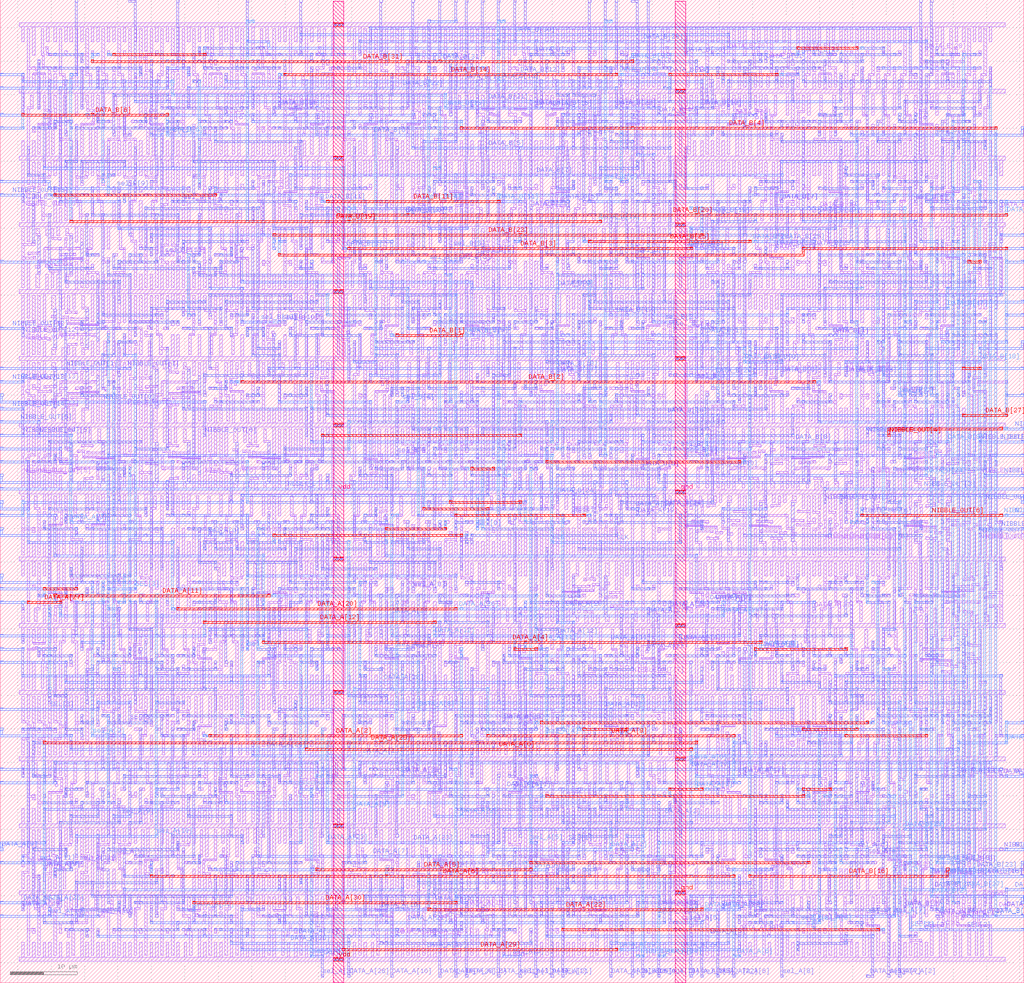
<source format=lef>
VERSION 5.3 ;
   NAMESCASESENSITIVE ON ;
   NOWIREEXTENSIONATPIN ON ;
   DIVIDERCHAR "/" ;
   BUSBITCHARS "[]" ;
UNITS
   DATABASE MICRONS 1000 ;
END UNITS

MACRO selector4
   CLASS BLOCK ;
   FOREIGN selector4 ;
   ORIGIN 2.6000 3.0000 ;
   SIZE 153.2000 BY 147.2000 ;
   PIN vdd
      PORT
         LAYER metal1 ;
	    RECT 0.2000 140.2000 147.8000 140.8000 ;
	    RECT 0.6000 137.9000 1.0000 140.2000 ;
	    RECT 2.2000 135.9000 2.6000 140.2000 ;
	    RECT 4.3000 137.9000 4.7000 140.2000 ;
	    RECT 5.4000 137.9000 5.8000 140.2000 ;
	    RECT 7.0000 137.9000 7.4000 140.2000 ;
	    RECT 7.8000 137.9000 8.2000 140.2000 ;
	    RECT 9.4000 137.9000 9.8000 140.2000 ;
	    RECT 11.0000 137.9000 11.4000 140.2000 ;
	    RECT 11.8000 137.9000 12.2000 140.2000 ;
	    RECT 13.4000 137.9000 13.8000 140.2000 ;
	    RECT 14.2000 137.9000 14.6000 140.2000 ;
	    RECT 15.8000 137.9000 16.2000 140.2000 ;
	    RECT 17.4000 137.9000 17.8000 140.2000 ;
	    RECT 19.0000 136.5000 19.4000 140.2000 ;
	    RECT 20.6000 137.9000 21.0000 140.2000 ;
	    RECT 22.2000 137.9000 22.6000 140.2000 ;
	    RECT 23.8000 136.5000 24.2000 140.2000 ;
	    RECT 25.4000 137.9000 25.8000 140.2000 ;
	    RECT 27.0000 137.9000 27.4000 140.2000 ;
	    RECT 28.1000 137.9000 28.5000 140.2000 ;
	    RECT 30.2000 135.9000 30.6000 140.2000 ;
	    RECT 31.0000 137.9000 31.4000 140.2000 ;
	    RECT 32.6000 137.9000 33.0000 140.2000 ;
	    RECT 34.2000 137.9000 34.6000 140.2000 ;
	    RECT 35.0000 135.9000 35.4000 140.2000 ;
	    RECT 37.1000 137.9000 37.5000 140.2000 ;
	    RECT 39.0000 137.9000 39.4000 140.2000 ;
	    RECT 39.8000 137.9000 40.2000 140.2000 ;
	    RECT 41.4000 137.9000 41.8000 140.2000 ;
	    RECT 42.2000 137.9000 42.6000 140.2000 ;
	    RECT 43.8000 137.9000 44.2000 140.2000 ;
	    RECT 44.9000 137.9000 45.3000 140.2000 ;
	    RECT 47.0000 135.9000 47.4000 140.2000 ;
	    RECT 49.4000 137.9000 49.8000 140.2000 ;
	    RECT 51.0000 137.9000 51.4000 140.2000 ;
	    RECT 52.6000 137.9000 53.0000 140.2000 ;
	    RECT 54.2000 136.5000 54.6000 140.2000 ;
	    RECT 55.8000 137.9000 56.2000 140.2000 ;
	    RECT 57.4000 135.9000 57.8000 140.2000 ;
	    RECT 59.5000 137.9000 59.9000 140.2000 ;
	    RECT 60.6000 137.9000 61.0000 140.2000 ;
	    RECT 62.2000 137.9000 62.6000 140.2000 ;
	    RECT 63.0000 137.9000 63.4000 140.2000 ;
	    RECT 64.6000 137.9000 65.0000 140.2000 ;
	    RECT 66.2000 136.5000 66.6000 140.2000 ;
	    RECT 67.8000 137.9000 68.2000 140.2000 ;
	    RECT 69.4000 137.9000 69.8000 140.2000 ;
	    RECT 70.2000 137.9000 70.6000 140.2000 ;
	    RECT 71.8000 137.9000 72.2000 140.2000 ;
	    RECT 72.6000 137.9000 73.0000 140.2000 ;
	    RECT 74.2000 135.9000 74.6000 140.2000 ;
	    RECT 76.3000 137.9000 76.7000 140.2000 ;
	    RECT 77.4000 137.9000 77.8000 140.2000 ;
	    RECT 79.0000 137.9000 79.4000 140.2000 ;
	    RECT 79.8000 137.9000 80.2000 140.2000 ;
	    RECT 81.4000 137.9000 81.8000 140.2000 ;
	    RECT 82.2000 137.9000 82.6000 140.2000 ;
	    RECT 83.8000 137.9000 84.2000 140.2000 ;
	    RECT 84.6000 137.9000 85.0000 140.2000 ;
	    RECT 86.2000 137.9000 86.6000 140.2000 ;
	    RECT 87.8000 137.9000 88.2000 140.2000 ;
	    RECT 88.6000 137.9000 89.0000 140.2000 ;
	    RECT 90.2000 137.9000 90.6000 140.2000 ;
	    RECT 91.8000 136.5000 92.2000 140.2000 ;
	    RECT 93.4000 137.9000 93.8000 140.2000 ;
	    RECT 95.0000 135.9000 95.4000 140.2000 ;
	    RECT 97.1000 137.9000 97.5000 140.2000 ;
	    RECT 99.8000 137.9000 100.2000 140.2000 ;
	    RECT 101.4000 137.9000 101.8000 140.2000 ;
	    RECT 102.2000 137.9000 102.6000 140.2000 ;
	    RECT 103.8000 137.9000 104.2000 140.2000 ;
	    RECT 104.6000 137.9000 105.0000 140.2000 ;
	    RECT 106.2000 137.9000 106.6000 140.2000 ;
	    RECT 107.8000 137.9000 108.2000 140.2000 ;
	    RECT 108.6000 135.9000 109.0000 140.2000 ;
	    RECT 110.7000 137.9000 111.1000 140.2000 ;
	    RECT 111.8000 137.9000 112.2000 140.2000 ;
	    RECT 113.4000 137.9000 113.8000 140.2000 ;
	    RECT 114.5000 137.9000 114.9000 140.2000 ;
	    RECT 116.6000 135.9000 117.0000 140.2000 ;
	    RECT 117.4000 137.9000 117.8000 140.2000 ;
	    RECT 119.0000 137.9000 119.4000 140.2000 ;
	    RECT 119.8000 135.9000 120.2000 140.2000 ;
	    RECT 121.9000 137.9000 122.3000 140.2000 ;
	    RECT 123.0000 137.9000 123.4000 140.2000 ;
	    RECT 124.6000 137.9000 125.0000 140.2000 ;
	    RECT 126.2000 137.9000 126.6000 140.2000 ;
	    RECT 127.0000 137.9000 127.4000 140.2000 ;
	    RECT 128.6000 137.9000 129.0000 140.2000 ;
	    RECT 129.4000 137.9000 129.8000 140.2000 ;
	    RECT 131.0000 137.9000 131.4000 140.2000 ;
	    RECT 131.8000 137.9000 132.2000 140.2000 ;
	    RECT 133.4000 137.9000 133.8000 140.2000 ;
	    RECT 134.2000 137.9000 134.6000 140.2000 ;
	    RECT 135.8000 137.9000 136.2000 140.2000 ;
	    RECT 137.4000 137.9000 137.8000 140.2000 ;
	    RECT 138.2000 135.9000 138.6000 140.2000 ;
	    RECT 140.3000 137.9000 140.7000 140.2000 ;
	    RECT 141.4000 137.9000 141.8000 140.2000 ;
	    RECT 143.0000 137.9000 143.4000 140.2000 ;
	    RECT 143.8000 137.9000 144.2000 140.2000 ;
	    RECT 145.4000 137.9000 145.8000 140.2000 ;
	    RECT 0.6000 120.8000 1.0000 123.1000 ;
	    RECT 2.2000 120.8000 2.6000 123.1000 ;
	    RECT 4.3000 120.8000 4.7000 125.1000 ;
	    RECT 7.0000 120.8000 7.4000 122.9000 ;
	    RECT 8.6000 120.8000 9.0000 123.1000 ;
	    RECT 10.7000 120.8000 11.1000 125.1000 ;
	    RECT 12.6000 120.8000 13.0000 123.1000 ;
	    RECT 14.2000 120.8000 14.6000 122.9000 ;
	    RECT 16.6000 120.8000 17.0000 122.9000 ;
	    RECT 18.2000 120.8000 18.6000 123.1000 ;
	    RECT 20.1000 120.8000 20.5000 125.1000 ;
	    RECT 22.2000 120.8000 22.6000 123.1000 ;
	    RECT 23.8000 120.8000 24.2000 123.1000 ;
	    RECT 25.4000 120.8000 25.8000 123.1000 ;
	    RECT 26.2000 120.8000 26.6000 123.1000 ;
	    RECT 27.8000 120.8000 28.2000 122.9000 ;
	    RECT 29.4000 120.8000 29.8000 123.1000 ;
	    RECT 31.0000 120.8000 31.4000 123.1000 ;
	    RECT 32.9000 120.8000 33.3000 125.1000 ;
	    RECT 35.0000 120.8000 35.4000 123.1000 ;
	    RECT 36.6000 120.8000 37.0000 123.1000 ;
	    RECT 38.2000 120.8000 38.6000 123.1000 ;
	    RECT 39.0000 120.8000 39.4000 123.1000 ;
	    RECT 40.6000 120.8000 41.0000 125.1000 ;
	    RECT 42.7000 120.8000 43.1000 123.1000 ;
	    RECT 45.1000 120.8000 45.5000 125.1000 ;
	    RECT 49.4000 120.8000 49.8000 122.9000 ;
	    RECT 51.0000 120.8000 51.4000 123.1000 ;
	    RECT 53.1000 120.8000 53.5000 125.1000 ;
	    RECT 55.8000 120.8000 56.2000 122.9000 ;
	    RECT 57.4000 120.8000 57.8000 123.1000 ;
	    RECT 59.5000 120.8000 59.9000 125.1000 ;
	    RECT 61.4000 120.8000 61.8000 123.1000 ;
	    RECT 63.0000 120.8000 63.4000 122.9000 ;
	    RECT 64.6000 120.8000 65.0000 123.1000 ;
	    RECT 66.2000 120.8000 66.6000 123.1000 ;
	    RECT 67.8000 120.8000 68.2000 123.1000 ;
	    RECT 68.9000 120.8000 69.3000 123.1000 ;
	    RECT 71.0000 120.8000 71.4000 125.1000 ;
	    RECT 72.6000 120.8000 73.0000 123.1000 ;
	    RECT 73.7000 120.8000 74.1000 123.1000 ;
	    RECT 75.8000 120.8000 76.2000 125.1000 ;
	    RECT 77.4000 120.8000 77.8000 123.1000 ;
	    RECT 78.2000 120.8000 78.6000 123.1000 ;
	    RECT 79.8000 120.8000 80.2000 125.1000 ;
	    RECT 81.9000 120.8000 82.3000 123.1000 ;
	    RECT 84.3000 120.8000 84.7000 125.1000 ;
	    RECT 87.0000 120.8000 87.4000 122.9000 ;
	    RECT 88.6000 120.8000 89.0000 123.1000 ;
	    RECT 89.4000 120.8000 89.8000 123.1000 ;
	    RECT 92.3000 120.8000 92.7000 125.1000 ;
	    RECT 94.2000 120.8000 94.6000 123.1000 ;
	    RECT 95.8000 120.8000 96.2000 123.1000 ;
	    RECT 99.0000 120.8000 99.4000 125.1000 ;
	    RECT 101.1000 120.8000 101.5000 123.1000 ;
	    RECT 102.2000 120.8000 102.6000 123.1000 ;
	    RECT 103.8000 120.8000 104.2000 123.1000 ;
	    RECT 105.4000 120.8000 105.8000 123.1000 ;
	    RECT 107.5000 120.8000 107.9000 125.1000 ;
	    RECT 110.7000 120.8000 111.1000 125.1000 ;
	    RECT 113.4000 120.8000 113.8000 122.9000 ;
	    RECT 115.0000 120.8000 115.4000 123.1000 ;
	    RECT 116.6000 120.8000 117.0000 124.5000 ;
	    RECT 118.2000 120.8000 118.6000 123.1000 ;
	    RECT 119.8000 120.8000 120.2000 122.9000 ;
	    RECT 122.2000 120.8000 122.6000 122.9000 ;
	    RECT 123.8000 120.8000 124.2000 123.1000 ;
	    RECT 124.6000 120.8000 125.0000 123.1000 ;
	    RECT 126.2000 120.8000 126.6000 122.9000 ;
	    RECT 127.8000 120.8000 128.2000 123.1000 ;
	    RECT 129.4000 120.8000 129.8000 122.9000 ;
	    RECT 131.0000 120.8000 131.4000 123.1000 ;
	    RECT 132.6000 120.8000 133.0000 122.9000 ;
	    RECT 135.3000 120.8000 135.7000 125.1000 ;
	    RECT 137.4000 120.8000 137.8000 123.1000 ;
	    RECT 139.0000 120.8000 139.4000 122.9000 ;
	    RECT 141.4000 120.8000 141.8000 122.9000 ;
	    RECT 143.0000 120.8000 143.4000 123.1000 ;
	    RECT 143.8000 120.8000 144.2000 123.1000 ;
	    RECT 145.4000 120.8000 145.8000 123.1000 ;
	    RECT 0.2000 120.2000 147.8000 120.8000 ;
	    RECT 1.4000 116.5000 1.8000 120.2000 ;
	    RECT 3.8000 118.1000 4.2000 120.2000 ;
	    RECT 5.4000 117.9000 5.8000 120.2000 ;
	    RECT 6.2000 115.9000 6.6000 120.2000 ;
	    RECT 7.8000 115.9000 8.2000 120.2000 ;
	    RECT 9.4000 118.1000 9.8000 120.2000 ;
	    RECT 11.0000 117.9000 11.4000 120.2000 ;
	    RECT 12.6000 118.1000 13.0000 120.2000 ;
	    RECT 14.2000 117.9000 14.6000 120.2000 ;
	    RECT 15.0000 117.9000 15.4000 120.2000 ;
	    RECT 16.6000 118.1000 17.0000 120.2000 ;
	    RECT 18.2000 117.9000 18.6000 120.2000 ;
	    RECT 19.8000 118.1000 20.2000 120.2000 ;
	    RECT 22.2000 116.5000 22.6000 120.2000 ;
	    RECT 24.6000 115.9000 25.0000 120.2000 ;
	    RECT 25.4000 117.9000 25.8000 120.2000 ;
	    RECT 27.0000 118.1000 27.4000 120.2000 ;
	    RECT 29.7000 115.9000 30.1000 120.2000 ;
	    RECT 31.8000 117.9000 32.2000 120.2000 ;
	    RECT 33.4000 117.9000 33.8000 120.2000 ;
	    RECT 35.0000 117.9000 35.4000 120.2000 ;
	    RECT 36.6000 118.1000 37.0000 120.2000 ;
	    RECT 38.2000 117.9000 38.6000 120.2000 ;
	    RECT 40.1000 115.9000 40.5000 120.2000 ;
	    RECT 43.0000 117.9000 43.4000 120.2000 ;
	    RECT 44.9000 115.9000 45.3000 120.2000 ;
	    RECT 48.6000 117.9000 49.0000 120.2000 ;
	    RECT 50.2000 117.9000 50.6000 120.2000 ;
	    RECT 51.8000 117.9000 52.2000 120.2000 ;
	    RECT 52.6000 117.9000 53.0000 120.2000 ;
	    RECT 54.2000 117.9000 54.6000 120.2000 ;
	    RECT 55.0000 117.9000 55.4000 120.2000 ;
	    RECT 56.6000 117.9000 57.0000 120.2000 ;
	    RECT 58.2000 117.9000 58.6000 120.2000 ;
	    RECT 59.8000 116.5000 60.2000 120.2000 ;
	    RECT 61.4000 117.9000 61.8000 120.2000 ;
	    RECT 63.0000 118.1000 63.4000 120.2000 ;
	    RECT 65.9000 115.9000 66.3000 120.2000 ;
	    RECT 67.8000 117.9000 68.2000 120.2000 ;
	    RECT 69.4000 117.9000 69.8000 120.2000 ;
	    RECT 70.2000 117.9000 70.6000 120.2000 ;
	    RECT 71.8000 118.1000 72.2000 120.2000 ;
	    RECT 73.4000 117.9000 73.8000 120.2000 ;
	    RECT 75.0000 117.9000 75.4000 120.2000 ;
	    RECT 76.6000 117.9000 77.0000 120.2000 ;
	    RECT 77.4000 117.9000 77.8000 120.2000 ;
	    RECT 79.0000 117.9000 79.4000 120.2000 ;
	    RECT 80.9000 115.9000 81.3000 120.2000 ;
	    RECT 83.0000 117.9000 83.4000 120.2000 ;
	    RECT 84.6000 117.9000 85.0000 120.2000 ;
	    RECT 86.2000 118.1000 86.6000 120.2000 ;
	    RECT 87.8000 117.9000 88.2000 120.2000 ;
	    RECT 88.6000 117.9000 89.0000 120.2000 ;
	    RECT 90.2000 118.1000 90.6000 120.2000 ;
	    RECT 91.8000 117.9000 92.2000 120.2000 ;
	    RECT 93.4000 118.1000 93.8000 120.2000 ;
	    RECT 95.8000 116.5000 96.2000 120.2000 ;
	    RECT 97.4000 117.9000 97.8000 120.2000 ;
	    RECT 99.0000 117.9000 99.4000 120.2000 ;
	    RECT 102.2000 117.9000 102.6000 120.2000 ;
	    RECT 103.0000 117.9000 103.4000 120.2000 ;
	    RECT 104.6000 117.9000 105.0000 120.2000 ;
	    RECT 105.4000 117.9000 105.8000 120.2000 ;
	    RECT 107.0000 117.9000 107.4000 120.2000 ;
	    RECT 108.6000 117.9000 109.0000 120.2000 ;
	    RECT 109.4000 117.9000 109.8000 120.2000 ;
	    RECT 111.0000 118.1000 111.4000 120.2000 ;
	    RECT 113.7000 115.9000 114.1000 120.2000 ;
	    RECT 115.8000 117.9000 116.2000 120.2000 ;
	    RECT 117.4000 117.9000 117.8000 120.2000 ;
	    RECT 119.0000 117.9000 119.4000 120.2000 ;
	    RECT 119.8000 117.9000 120.2000 120.2000 ;
	    RECT 122.7000 115.9000 123.1000 120.2000 ;
	    RECT 124.6000 117.9000 125.0000 120.2000 ;
	    RECT 126.2000 117.9000 126.6000 120.2000 ;
	    RECT 127.8000 118.1000 128.2000 120.2000 ;
	    RECT 129.4000 117.9000 129.8000 120.2000 ;
	    RECT 130.2000 117.9000 130.6000 120.2000 ;
	    RECT 131.8000 118.1000 132.2000 120.2000 ;
	    RECT 134.2000 115.9000 134.6000 120.2000 ;
	    RECT 135.0000 117.9000 135.4000 120.2000 ;
	    RECT 136.6000 118.1000 137.0000 120.2000 ;
	    RECT 139.3000 115.9000 139.7000 120.2000 ;
	    RECT 142.2000 116.5000 142.6000 120.2000 ;
	    RECT 143.8000 117.9000 144.2000 120.2000 ;
	    RECT 145.4000 117.9000 145.8000 120.2000 ;
	    RECT 147.0000 117.9000 147.4000 120.2000 ;
	    RECT 1.4000 100.8000 1.8000 105.1000 ;
	    RECT 4.2000 100.8000 4.6000 103.1000 ;
	    RECT 5.8000 100.8000 6.2000 103.1000 ;
	    RECT 8.6000 100.8000 9.0000 105.0000 ;
	    RECT 11.0000 100.8000 11.4000 102.9000 ;
	    RECT 12.6000 100.8000 13.0000 103.1000 ;
	    RECT 13.4000 100.8000 13.8000 103.1000 ;
	    RECT 15.0000 100.8000 15.4000 102.9000 ;
	    RECT 16.6000 100.8000 17.0000 103.1000 ;
	    RECT 18.2000 100.8000 18.6000 103.1000 ;
	    RECT 19.8000 100.8000 20.2000 103.1000 ;
	    RECT 21.4000 100.8000 21.8000 104.5000 ;
	    RECT 23.8000 100.8000 24.2000 104.5000 ;
	    RECT 25.4000 100.8000 25.8000 103.1000 ;
	    RECT 27.0000 100.8000 27.4000 102.9000 ;
	    RECT 28.6000 100.8000 29.0000 103.1000 ;
	    RECT 30.2000 100.8000 30.6000 102.9000 ;
	    RECT 32.9000 100.8000 33.3000 105.1000 ;
	    RECT 35.0000 100.8000 35.4000 103.1000 ;
	    RECT 36.6000 100.8000 37.0000 103.1000 ;
	    RECT 38.2000 100.8000 38.6000 103.1000 ;
	    RECT 39.0000 100.8000 39.4000 103.1000 ;
	    RECT 40.6000 100.8000 41.0000 103.1000 ;
	    RECT 42.2000 100.8000 42.6000 103.1000 ;
	    RECT 43.8000 100.8000 44.2000 102.9000 ;
	    RECT 45.4000 100.8000 45.8000 103.1000 ;
	    RECT 49.1000 100.8000 49.5000 105.1000 ;
	    RECT 51.8000 100.8000 52.2000 102.9000 ;
	    RECT 53.4000 100.8000 53.8000 103.1000 ;
	    RECT 55.0000 100.8000 55.4000 102.9000 ;
	    RECT 56.6000 100.8000 57.0000 103.1000 ;
	    RECT 58.2000 100.8000 58.6000 104.5000 ;
	    RECT 59.8000 100.8000 60.2000 103.1000 ;
	    RECT 61.4000 100.8000 61.8000 102.9000 ;
	    RECT 63.0000 100.8000 63.4000 103.1000 ;
	    RECT 64.6000 100.8000 65.0000 105.1000 ;
	    RECT 66.2000 100.8000 66.6000 103.1000 ;
	    RECT 67.8000 100.8000 68.2000 102.9000 ;
	    RECT 70.2000 100.8000 70.6000 104.5000 ;
	    RECT 71.8000 100.8000 72.2000 103.1000 ;
	    RECT 73.4000 100.8000 73.8000 103.1000 ;
	    RECT 75.0000 100.8000 75.4000 103.1000 ;
	    RECT 75.8000 100.8000 76.2000 105.1000 ;
	    RECT 77.4000 100.8000 77.8000 105.1000 ;
	    RECT 79.0000 100.8000 79.4000 102.9000 ;
	    RECT 80.6000 100.8000 81.0000 103.1000 ;
	    RECT 82.2000 100.8000 82.6000 102.9000 ;
	    RECT 83.8000 100.8000 84.2000 103.1000 ;
	    RECT 84.6000 100.8000 85.0000 103.1000 ;
	    RECT 86.2000 100.8000 86.6000 103.1000 ;
	    RECT 87.8000 100.8000 88.2000 103.1000 ;
	    RECT 89.4000 100.8000 89.8000 102.9000 ;
	    RECT 91.0000 100.8000 91.4000 103.1000 ;
	    RECT 92.9000 100.8000 93.3000 105.1000 ;
	    RECT 95.8000 100.8000 96.2000 104.5000 ;
	    RECT 100.3000 100.8000 100.7000 105.1000 ;
	    RECT 102.2000 100.8000 102.6000 103.1000 ;
	    RECT 103.8000 100.8000 104.2000 102.9000 ;
	    RECT 106.2000 100.8000 106.6000 102.9000 ;
	    RECT 107.8000 100.8000 108.2000 103.1000 ;
	    RECT 108.6000 100.8000 109.0000 103.1000 ;
	    RECT 110.2000 100.8000 110.6000 102.9000 ;
	    RECT 112.9000 100.8000 113.3000 105.1000 ;
	    RECT 115.0000 100.8000 115.4000 103.1000 ;
	    RECT 116.6000 100.8000 117.0000 103.1000 ;
	    RECT 117.4000 100.8000 117.8000 103.1000 ;
	    RECT 119.0000 100.8000 119.4000 103.1000 ;
	    RECT 120.6000 100.8000 121.0000 103.1000 ;
	    RECT 122.2000 100.8000 122.6000 103.1000 ;
	    RECT 123.8000 100.8000 124.2000 102.9000 ;
	    RECT 125.4000 100.8000 125.8000 103.1000 ;
	    RECT 127.0000 100.8000 127.4000 102.9000 ;
	    RECT 128.6000 100.8000 129.0000 103.1000 ;
	    RECT 130.2000 100.8000 130.6000 102.9000 ;
	    RECT 131.8000 100.8000 132.2000 103.1000 ;
	    RECT 133.4000 100.8000 133.8000 104.5000 ;
	    RECT 135.8000 100.8000 136.2000 102.9000 ;
	    RECT 137.4000 100.8000 137.8000 103.1000 ;
	    RECT 139.3000 100.8000 139.7000 105.1000 ;
	    RECT 141.4000 100.8000 141.8000 103.1000 ;
	    RECT 143.0000 100.8000 143.4000 102.9000 ;
	    RECT 145.7000 100.8000 146.1000 105.1000 ;
	    RECT 0.2000 100.2000 147.8000 100.8000 ;
	    RECT 1.4000 96.5000 1.8000 100.2000 ;
	    RECT 3.8000 95.9000 4.2000 100.2000 ;
	    RECT 6.6000 97.9000 7.0000 100.2000 ;
	    RECT 8.2000 97.9000 8.6000 100.2000 ;
	    RECT 11.0000 96.0000 11.4000 100.2000 ;
	    RECT 13.4000 96.5000 13.8000 100.2000 ;
	    RECT 15.8000 95.9000 16.2000 100.2000 ;
	    RECT 19.0000 96.5000 19.4000 100.2000 ;
	    RECT 21.4000 98.1000 21.8000 100.2000 ;
	    RECT 23.0000 97.9000 23.4000 100.2000 ;
	    RECT 23.8000 97.9000 24.2000 100.2000 ;
	    RECT 25.4000 98.1000 25.8000 100.2000 ;
	    RECT 27.0000 97.9000 27.4000 100.2000 ;
	    RECT 28.6000 98.1000 29.0000 100.2000 ;
	    RECT 30.2000 97.9000 30.6000 100.2000 ;
	    RECT 31.8000 98.1000 32.2000 100.2000 ;
	    RECT 33.4000 97.9000 33.8000 100.2000 ;
	    RECT 35.0000 98.1000 35.4000 100.2000 ;
	    RECT 37.7000 95.9000 38.1000 100.2000 ;
	    RECT 39.8000 97.9000 40.2000 100.2000 ;
	    RECT 41.4000 98.1000 41.8000 100.2000 ;
	    RECT 43.0000 97.9000 43.4000 100.2000 ;
	    RECT 44.6000 98.1000 45.0000 100.2000 ;
	    RECT 48.9000 95.9000 49.3000 100.2000 ;
	    RECT 51.0000 97.9000 51.4000 100.2000 ;
	    RECT 52.6000 98.1000 53.0000 100.2000 ;
	    RECT 55.3000 95.9000 55.7000 100.2000 ;
	    RECT 57.4000 97.9000 57.8000 100.2000 ;
	    RECT 59.0000 97.9000 59.4000 100.2000 ;
	    RECT 60.6000 98.1000 61.0000 100.2000 ;
	    RECT 62.2000 97.9000 62.6000 100.2000 ;
	    RECT 63.8000 97.9000 64.2000 100.2000 ;
	    RECT 64.6000 97.9000 65.0000 100.2000 ;
	    RECT 66.2000 97.9000 66.6000 100.2000 ;
	    RECT 68.3000 95.9000 68.7000 100.2000 ;
	    RECT 71.0000 98.1000 71.4000 100.2000 ;
	    RECT 72.6000 97.9000 73.0000 100.2000 ;
	    RECT 73.4000 97.9000 73.8000 100.2000 ;
	    RECT 75.0000 98.1000 75.4000 100.2000 ;
	    RECT 76.6000 97.9000 77.0000 100.2000 ;
	    RECT 78.2000 98.1000 78.6000 100.2000 ;
	    RECT 80.9000 95.9000 81.3000 100.2000 ;
	    RECT 83.0000 97.9000 83.4000 100.2000 ;
	    RECT 84.6000 97.9000 85.0000 100.2000 ;
	    RECT 86.2000 97.9000 86.6000 100.2000 ;
	    RECT 87.0000 97.9000 87.4000 100.2000 ;
	    RECT 88.6000 98.1000 89.0000 100.2000 ;
	    RECT 91.0000 98.1000 91.4000 100.2000 ;
	    RECT 92.6000 97.9000 93.0000 100.2000 ;
	    RECT 94.5000 95.9000 94.9000 100.2000 ;
	    RECT 97.4000 96.5000 97.8000 100.2000 ;
	    RECT 101.4000 96.5000 101.8000 100.2000 ;
	    RECT 103.0000 97.9000 103.4000 100.2000 ;
	    RECT 104.6000 98.1000 105.0000 100.2000 ;
	    RECT 106.2000 97.9000 106.6000 100.2000 ;
	    RECT 107.8000 97.9000 108.2000 100.2000 ;
	    RECT 109.4000 97.9000 109.8000 100.2000 ;
	    RECT 110.2000 97.9000 110.6000 100.2000 ;
	    RECT 111.8000 97.9000 112.2000 100.2000 ;
	    RECT 113.4000 97.9000 113.8000 100.2000 ;
	    RECT 115.0000 97.9000 115.4000 100.2000 ;
	    RECT 115.8000 97.9000 116.2000 100.2000 ;
	    RECT 117.4000 97.9000 117.8000 100.2000 ;
	    RECT 119.0000 98.1000 119.4000 100.2000 ;
	    RECT 120.6000 97.9000 121.0000 100.2000 ;
	    RECT 122.7000 95.9000 123.1000 100.2000 ;
	    RECT 124.6000 95.9000 125.0000 100.2000 ;
	    RECT 126.2000 95.9000 126.6000 100.2000 ;
	    RECT 127.0000 97.9000 127.4000 100.2000 ;
	    RECT 128.6000 97.9000 129.0000 100.2000 ;
	    RECT 130.2000 97.9000 130.6000 100.2000 ;
	    RECT 131.8000 98.1000 132.2000 100.2000 ;
	    RECT 133.4000 97.9000 133.8000 100.2000 ;
	    RECT 134.2000 97.9000 134.6000 100.2000 ;
	    RECT 135.8000 98.1000 136.2000 100.2000 ;
	    RECT 138.5000 95.9000 138.9000 100.2000 ;
	    RECT 140.6000 97.9000 141.0000 100.2000 ;
	    RECT 142.2000 97.9000 142.6000 100.2000 ;
	    RECT 143.8000 97.9000 144.2000 100.2000 ;
	    RECT 144.6000 97.9000 145.0000 100.2000 ;
	    RECT 146.2000 97.9000 146.6000 100.2000 ;
	    RECT 1.4000 80.8000 1.8000 84.5000 ;
	    RECT 3.8000 80.8000 4.2000 85.1000 ;
	    RECT 6.6000 80.8000 7.0000 83.1000 ;
	    RECT 8.2000 80.8000 8.6000 83.1000 ;
	    RECT 11.0000 80.8000 11.4000 85.0000 ;
	    RECT 13.4000 80.8000 13.8000 84.5000 ;
	    RECT 16.6000 80.8000 17.0000 84.5000 ;
	    RECT 19.0000 80.8000 19.4000 85.1000 ;
	    RECT 21.8000 80.8000 22.2000 83.1000 ;
	    RECT 23.4000 80.8000 23.8000 83.1000 ;
	    RECT 26.2000 80.8000 26.6000 85.0000 ;
	    RECT 27.8000 80.8000 28.2000 83.1000 ;
	    RECT 29.4000 80.8000 29.8000 82.9000 ;
	    RECT 32.1000 80.8000 32.5000 85.1000 ;
	    RECT 34.2000 80.8000 34.6000 83.1000 ;
	    RECT 35.8000 80.8000 36.2000 83.1000 ;
	    RECT 37.4000 80.8000 37.8000 83.1000 ;
	    RECT 38.2000 80.8000 38.6000 83.1000 ;
	    RECT 39.8000 80.8000 40.2000 83.1000 ;
	    RECT 40.6000 80.8000 41.0000 83.1000 ;
	    RECT 42.2000 80.8000 42.6000 83.1000 ;
	    RECT 43.8000 80.8000 44.2000 83.1000 ;
	    RECT 45.7000 80.8000 46.1000 85.1000 ;
	    RECT 49.4000 80.8000 49.8000 83.1000 ;
	    RECT 51.0000 80.8000 51.4000 83.1000 ;
	    RECT 52.6000 80.8000 53.0000 83.1000 ;
	    RECT 54.7000 80.8000 55.1000 85.1000 ;
	    RECT 56.6000 80.8000 57.0000 83.1000 ;
	    RECT 58.2000 80.8000 58.6000 82.9000 ;
	    RECT 59.8000 80.8000 60.2000 83.1000 ;
	    RECT 61.4000 80.8000 61.8000 83.1000 ;
	    RECT 63.0000 80.8000 63.4000 83.1000 ;
	    RECT 64.6000 80.8000 65.0000 82.9000 ;
	    RECT 66.2000 80.8000 66.6000 83.1000 ;
	    RECT 67.8000 80.8000 68.2000 82.9000 ;
	    RECT 69.4000 80.8000 69.8000 83.1000 ;
	    RECT 70.2000 80.8000 70.6000 83.1000 ;
	    RECT 71.8000 80.8000 72.2000 83.1000 ;
	    RECT 73.4000 80.8000 73.8000 83.1000 ;
	    RECT 75.0000 80.8000 75.4000 82.9000 ;
	    RECT 76.6000 80.8000 77.0000 83.1000 ;
	    RECT 78.5000 80.8000 78.9000 85.1000 ;
	    RECT 80.6000 80.8000 81.0000 83.1000 ;
	    RECT 82.2000 80.8000 82.6000 83.1000 ;
	    RECT 83.8000 80.8000 84.2000 83.1000 ;
	    RECT 85.4000 80.8000 85.8000 82.9000 ;
	    RECT 87.0000 80.8000 87.4000 83.1000 ;
	    RECT 87.8000 80.8000 88.2000 83.1000 ;
	    RECT 89.4000 80.8000 89.8000 82.9000 ;
	    RECT 92.1000 80.8000 92.5000 85.1000 ;
	    RECT 94.2000 80.8000 94.6000 83.1000 ;
	    RECT 95.8000 80.8000 96.2000 83.1000 ;
	    RECT 97.4000 80.8000 97.8000 83.1000 ;
	    RECT 100.6000 80.8000 101.0000 83.1000 ;
	    RECT 101.4000 80.8000 101.8000 85.1000 ;
	    RECT 103.0000 80.8000 103.4000 83.1000 ;
	    RECT 104.6000 80.8000 105.0000 82.9000 ;
	    RECT 106.2000 80.8000 106.6000 83.1000 ;
	    RECT 107.8000 80.8000 108.2000 82.9000 ;
	    RECT 109.4000 80.8000 109.8000 85.1000 ;
	    RECT 111.0000 80.8000 111.4000 85.1000 ;
	    RECT 112.9000 80.8000 113.3000 85.1000 ;
	    RECT 115.0000 80.8000 115.4000 83.1000 ;
	    RECT 116.6000 80.8000 117.0000 82.9000 ;
	    RECT 119.3000 80.8000 119.7000 85.1000 ;
	    RECT 121.4000 80.8000 121.8000 83.1000 ;
	    RECT 123.0000 80.8000 123.4000 83.1000 ;
	    RECT 123.8000 80.8000 124.2000 83.1000 ;
	    RECT 125.4000 80.8000 125.8000 83.1000 ;
	    RECT 127.0000 80.8000 127.4000 83.1000 ;
	    RECT 128.6000 80.8000 129.0000 83.1000 ;
	    RECT 130.2000 80.8000 130.6000 82.9000 ;
	    RECT 131.8000 80.8000 132.2000 83.1000 ;
	    RECT 133.4000 80.8000 133.8000 82.9000 ;
	    RECT 135.0000 80.8000 135.4000 83.1000 ;
	    RECT 135.8000 80.8000 136.2000 83.1000 ;
	    RECT 137.4000 80.8000 137.8000 82.9000 ;
	    RECT 139.8000 80.8000 140.2000 82.9000 ;
	    RECT 141.4000 80.8000 141.8000 83.1000 ;
	    RECT 143.3000 80.8000 143.7000 85.1000 ;
	    RECT 0.2000 80.2000 147.8000 80.8000 ;
	    RECT 1.4000 76.5000 1.8000 80.2000 ;
	    RECT 3.8000 76.5000 4.2000 80.2000 ;
	    RECT 6.2000 75.9000 6.6000 80.2000 ;
	    RECT 9.0000 77.9000 9.4000 80.2000 ;
	    RECT 10.6000 77.9000 11.0000 80.2000 ;
	    RECT 13.4000 76.0000 13.8000 80.2000 ;
	    RECT 16.6000 76.5000 17.0000 80.2000 ;
	    RECT 19.0000 75.9000 19.4000 80.2000 ;
	    RECT 21.8000 77.9000 22.2000 80.2000 ;
	    RECT 23.4000 77.9000 23.8000 80.2000 ;
	    RECT 26.2000 76.0000 26.6000 80.2000 ;
	    RECT 28.6000 76.5000 29.0000 80.2000 ;
	    RECT 31.0000 75.9000 31.4000 80.2000 ;
	    RECT 33.8000 77.9000 34.2000 80.2000 ;
	    RECT 35.4000 77.9000 35.8000 80.2000 ;
	    RECT 38.2000 76.0000 38.6000 80.2000 ;
	    RECT 40.6000 76.5000 41.0000 80.2000 ;
	    RECT 44.6000 76.5000 45.0000 80.2000 ;
	    RECT 46.2000 77.9000 46.6000 80.2000 ;
	    RECT 49.4000 77.9000 49.8000 80.2000 ;
	    RECT 51.0000 77.9000 51.4000 80.2000 ;
	    RECT 53.1000 75.9000 53.5000 80.2000 ;
	    RECT 55.8000 75.9000 56.2000 80.2000 ;
	    RECT 56.6000 77.9000 57.0000 80.2000 ;
	    RECT 58.2000 78.1000 58.6000 80.2000 ;
	    RECT 60.6000 78.1000 61.0000 80.2000 ;
	    RECT 62.2000 77.9000 62.6000 80.2000 ;
	    RECT 63.8000 78.1000 64.2000 80.2000 ;
	    RECT 65.4000 77.9000 65.8000 80.2000 ;
	    RECT 67.0000 78.1000 67.4000 80.2000 ;
	    RECT 68.6000 77.9000 69.0000 80.2000 ;
	    RECT 70.2000 75.9000 70.6000 80.2000 ;
	    RECT 71.0000 77.9000 71.4000 80.2000 ;
	    RECT 72.6000 78.1000 73.0000 80.2000 ;
	    RECT 75.0000 75.9000 75.4000 80.2000 ;
	    RECT 76.6000 76.5000 77.0000 80.2000 ;
	    RECT 79.8000 78.1000 80.2000 80.2000 ;
	    RECT 81.4000 77.9000 81.8000 80.2000 ;
	    RECT 83.0000 78.1000 83.4000 80.2000 ;
	    RECT 84.6000 77.9000 85.0000 80.2000 ;
	    RECT 85.4000 77.9000 85.8000 80.2000 ;
	    RECT 87.0000 78.1000 87.4000 80.2000 ;
	    RECT 88.6000 77.9000 89.0000 80.2000 ;
	    RECT 90.2000 78.1000 90.6000 80.2000 ;
	    RECT 92.9000 75.9000 93.3000 80.2000 ;
	    RECT 95.0000 77.9000 95.4000 80.2000 ;
	    RECT 96.6000 78.1000 97.0000 80.2000 ;
	    RECT 99.8000 77.9000 100.2000 80.2000 ;
	    RECT 101.4000 78.1000 101.8000 80.2000 ;
	    RECT 104.1000 75.9000 104.5000 80.2000 ;
	    RECT 107.0000 76.0000 107.4000 80.2000 ;
	    RECT 109.8000 77.9000 110.2000 80.2000 ;
	    RECT 111.4000 77.9000 111.8000 80.2000 ;
	    RECT 114.2000 75.9000 114.6000 80.2000 ;
	    RECT 116.6000 76.0000 117.0000 80.2000 ;
	    RECT 119.4000 77.9000 119.8000 80.2000 ;
	    RECT 121.0000 77.9000 121.4000 80.2000 ;
	    RECT 123.8000 75.9000 124.2000 80.2000 ;
	    RECT 126.2000 76.5000 126.6000 80.2000 ;
	    RECT 127.8000 75.9000 128.2000 80.2000 ;
	    RECT 130.2000 78.1000 130.6000 80.2000 ;
	    RECT 131.8000 77.9000 132.2000 80.2000 ;
	    RECT 133.4000 76.0000 133.8000 80.2000 ;
	    RECT 136.2000 77.9000 136.6000 80.2000 ;
	    RECT 137.8000 77.9000 138.2000 80.2000 ;
	    RECT 140.6000 75.9000 141.0000 80.2000 ;
	    RECT 143.0000 76.5000 143.4000 80.2000 ;
	    RECT 145.4000 76.5000 145.8000 80.2000 ;
	    RECT 1.4000 60.8000 1.8000 63.1000 ;
	    RECT 2.2000 60.8000 2.6000 63.1000 ;
	    RECT 3.8000 60.8000 4.2000 63.1000 ;
	    RECT 5.9000 60.8000 6.3000 65.1000 ;
	    RECT 8.6000 60.8000 9.0000 62.9000 ;
	    RECT 10.2000 60.8000 10.6000 63.1000 ;
	    RECT 12.3000 60.8000 12.7000 65.1000 ;
	    RECT 14.2000 60.8000 14.6000 65.1000 ;
	    RECT 15.8000 60.8000 16.2000 63.1000 ;
	    RECT 17.4000 60.8000 17.8000 62.9000 ;
	    RECT 19.0000 60.8000 19.4000 63.1000 ;
	    RECT 20.6000 60.8000 21.0000 63.1000 ;
	    RECT 22.2000 60.8000 22.6000 63.1000 ;
	    RECT 23.0000 60.8000 23.4000 65.1000 ;
	    RECT 24.6000 60.8000 25.0000 65.1000 ;
	    RECT 25.4000 60.8000 25.8000 63.1000 ;
	    RECT 27.0000 60.8000 27.4000 63.1000 ;
	    RECT 28.6000 60.8000 29.0000 62.9000 ;
	    RECT 30.2000 60.8000 30.6000 63.1000 ;
	    RECT 31.8000 60.8000 32.2000 62.9000 ;
	    RECT 33.4000 60.8000 33.8000 63.1000 ;
	    RECT 35.0000 60.8000 35.4000 62.9000 ;
	    RECT 36.6000 60.8000 37.0000 63.1000 ;
	    RECT 37.4000 60.8000 37.8000 65.1000 ;
	    RECT 39.0000 60.8000 39.4000 63.1000 ;
	    RECT 40.6000 60.8000 41.0000 62.9000 ;
	    RECT 43.0000 60.8000 43.4000 62.9000 ;
	    RECT 44.6000 60.8000 45.0000 63.1000 ;
	    RECT 45.4000 60.8000 45.8000 63.1000 ;
	    RECT 47.0000 60.8000 47.4000 62.9000 ;
	    RECT 51.0000 60.8000 51.4000 62.9000 ;
	    RECT 52.6000 60.8000 53.0000 63.1000 ;
	    RECT 54.5000 60.8000 54.9000 65.1000 ;
	    RECT 57.4000 60.8000 57.8000 62.9000 ;
	    RECT 59.0000 60.8000 59.4000 63.1000 ;
	    RECT 60.6000 60.8000 61.0000 62.9000 ;
	    RECT 62.2000 60.8000 62.6000 63.1000 ;
	    RECT 63.0000 60.8000 63.4000 63.1000 ;
	    RECT 64.6000 60.8000 65.0000 62.9000 ;
	    RECT 67.0000 60.8000 67.4000 62.9000 ;
	    RECT 68.6000 60.8000 69.0000 63.1000 ;
	    RECT 69.4000 60.8000 69.8000 63.1000 ;
	    RECT 71.0000 60.8000 71.4000 63.1000 ;
	    RECT 72.6000 60.8000 73.0000 63.1000 ;
	    RECT 74.2000 60.8000 74.6000 64.5000 ;
	    RECT 77.4000 60.8000 77.8000 64.5000 ;
	    RECT 81.4000 60.8000 81.8000 64.5000 ;
	    RECT 83.0000 60.8000 83.4000 65.1000 ;
	    RECT 85.4000 60.8000 85.8000 64.5000 ;
	    RECT 89.4000 60.8000 89.8000 64.5000 ;
	    RECT 91.0000 60.8000 91.4000 63.1000 ;
	    RECT 92.6000 60.8000 93.0000 63.1000 ;
	    RECT 94.2000 60.8000 94.6000 63.1000 ;
	    RECT 95.8000 60.8000 96.2000 63.1000 ;
	    RECT 96.6000 60.8000 97.0000 63.1000 ;
	    RECT 100.6000 60.8000 101.0000 65.0000 ;
	    RECT 103.4000 60.8000 103.8000 63.1000 ;
	    RECT 105.0000 60.8000 105.4000 63.1000 ;
	    RECT 107.8000 60.8000 108.2000 65.1000 ;
	    RECT 110.2000 60.8000 110.6000 65.0000 ;
	    RECT 113.0000 60.8000 113.4000 63.1000 ;
	    RECT 114.6000 60.8000 115.0000 63.1000 ;
	    RECT 117.4000 60.8000 117.8000 65.1000 ;
	    RECT 119.8000 60.8000 120.2000 64.5000 ;
	    RECT 122.2000 60.8000 122.6000 64.5000 ;
	    RECT 124.6000 60.8000 125.0000 64.5000 ;
	    RECT 127.0000 60.8000 127.4000 64.5000 ;
	    RECT 130.2000 60.8000 130.6000 64.5000 ;
	    RECT 133.4000 60.8000 133.8000 65.0000 ;
	    RECT 136.2000 60.8000 136.6000 63.1000 ;
	    RECT 137.8000 60.8000 138.2000 63.1000 ;
	    RECT 140.6000 60.8000 141.0000 65.1000 ;
	    RECT 143.0000 60.8000 143.4000 64.5000 ;
	    RECT 145.4000 60.8000 145.8000 64.5000 ;
	    RECT 0.2000 60.2000 147.8000 60.8000 ;
	    RECT 0.6000 57.9000 1.0000 60.2000 ;
	    RECT 2.2000 57.9000 2.6000 60.2000 ;
	    RECT 3.8000 57.9000 4.2000 60.2000 ;
	    RECT 5.9000 55.9000 6.3000 60.2000 ;
	    RECT 8.6000 58.1000 9.0000 60.2000 ;
	    RECT 10.2000 57.9000 10.6000 60.2000 ;
	    RECT 11.0000 57.9000 11.4000 60.2000 ;
	    RECT 12.6000 58.1000 13.0000 60.2000 ;
	    RECT 15.0000 58.1000 15.4000 60.2000 ;
	    RECT 16.6000 57.9000 17.0000 60.2000 ;
	    RECT 17.4000 57.9000 17.8000 60.2000 ;
	    RECT 19.0000 58.1000 19.4000 60.2000 ;
	    RECT 20.6000 55.9000 21.0000 60.2000 ;
	    RECT 22.2000 55.9000 22.6000 60.2000 ;
	    RECT 23.0000 57.9000 23.4000 60.2000 ;
	    RECT 24.6000 57.9000 25.0000 60.2000 ;
	    RECT 26.2000 57.9000 26.6000 60.2000 ;
	    RECT 27.0000 57.9000 27.4000 60.2000 ;
	    RECT 28.6000 55.9000 29.0000 60.2000 ;
	    RECT 30.7000 57.9000 31.1000 60.2000 ;
	    RECT 32.6000 58.1000 33.0000 60.2000 ;
	    RECT 34.2000 57.9000 34.6000 60.2000 ;
	    RECT 36.1000 55.9000 36.5000 60.2000 ;
	    RECT 39.5000 55.9000 39.9000 60.2000 ;
	    RECT 41.4000 57.9000 41.8000 60.2000 ;
	    RECT 43.0000 58.1000 43.4000 60.2000 ;
	    RECT 45.4000 58.1000 45.8000 60.2000 ;
	    RECT 47.0000 57.9000 47.4000 60.2000 ;
	    RECT 49.4000 57.9000 49.8000 60.2000 ;
	    RECT 51.0000 58.1000 51.4000 60.2000 ;
	    RECT 53.4000 58.1000 53.8000 60.2000 ;
	    RECT 55.0000 57.9000 55.4000 60.2000 ;
	    RECT 55.8000 57.9000 56.2000 60.2000 ;
	    RECT 57.4000 58.1000 57.8000 60.2000 ;
	    RECT 59.0000 57.9000 59.4000 60.2000 ;
	    RECT 60.6000 58.1000 61.0000 60.2000 ;
	    RECT 62.2000 57.9000 62.6000 60.2000 ;
	    RECT 63.8000 58.1000 64.2000 60.2000 ;
	    RECT 65.4000 57.9000 65.8000 60.2000 ;
	    RECT 67.0000 58.1000 67.4000 60.2000 ;
	    RECT 69.7000 55.9000 70.1000 60.2000 ;
	    RECT 71.8000 57.9000 72.2000 60.2000 ;
	    RECT 73.4000 57.9000 73.8000 60.2000 ;
	    RECT 75.0000 57.9000 75.4000 60.2000 ;
	    RECT 75.8000 57.9000 76.2000 60.2000 ;
	    RECT 77.4000 57.9000 77.8000 60.2000 ;
	    RECT 79.0000 57.9000 79.4000 60.2000 ;
	    RECT 80.6000 55.9000 81.0000 60.2000 ;
	    RECT 82.2000 56.0000 82.6000 60.2000 ;
	    RECT 85.0000 57.9000 85.4000 60.2000 ;
	    RECT 86.6000 57.9000 87.0000 60.2000 ;
	    RECT 89.4000 55.9000 89.8000 60.2000 ;
	    RECT 91.0000 57.9000 91.4000 60.2000 ;
	    RECT 92.6000 57.9000 93.0000 60.2000 ;
	    RECT 94.2000 57.9000 94.6000 60.2000 ;
	    RECT 95.0000 57.9000 95.4000 60.2000 ;
	    RECT 96.6000 57.9000 97.0000 60.2000 ;
	    RECT 97.4000 57.9000 97.8000 60.2000 ;
	    RECT 101.9000 55.9000 102.3000 60.2000 ;
	    RECT 105.1000 55.9000 105.5000 60.2000 ;
	    RECT 108.3000 55.9000 108.7000 60.2000 ;
	    RECT 110.2000 57.9000 110.6000 60.2000 ;
	    RECT 111.8000 57.9000 112.2000 60.2000 ;
	    RECT 112.6000 57.9000 113.0000 60.2000 ;
	    RECT 114.2000 57.9000 114.6000 60.2000 ;
	    RECT 115.8000 58.1000 116.2000 60.2000 ;
	    RECT 117.4000 57.9000 117.8000 60.2000 ;
	    RECT 119.0000 57.9000 119.4000 60.2000 ;
	    RECT 119.8000 57.9000 120.2000 60.2000 ;
	    RECT 121.4000 57.9000 121.8000 60.2000 ;
	    RECT 123.0000 58.1000 123.4000 60.2000 ;
	    RECT 124.6000 57.9000 125.0000 60.2000 ;
	    RECT 126.2000 58.1000 126.6000 60.2000 ;
	    RECT 127.8000 57.9000 128.2000 60.2000 ;
	    RECT 129.4000 58.1000 129.8000 60.2000 ;
	    RECT 131.0000 57.9000 131.4000 60.2000 ;
	    RECT 132.6000 56.5000 133.0000 60.2000 ;
	    RECT 136.6000 56.5000 137.0000 60.2000 ;
	    RECT 139.0000 56.0000 139.4000 60.2000 ;
	    RECT 141.8000 57.9000 142.2000 60.2000 ;
	    RECT 143.4000 57.9000 143.8000 60.2000 ;
	    RECT 146.2000 55.9000 146.6000 60.2000 ;
	    RECT 0.6000 40.8000 1.0000 43.1000 ;
	    RECT 2.2000 40.8000 2.6000 45.1000 ;
	    RECT 4.3000 40.8000 4.7000 43.1000 ;
	    RECT 5.4000 40.8000 5.8000 43.1000 ;
	    RECT 7.0000 40.8000 7.4000 43.1000 ;
	    RECT 7.8000 40.8000 8.2000 43.1000 ;
	    RECT 9.4000 40.8000 9.8000 43.1000 ;
	    RECT 11.0000 40.8000 11.4000 42.9000 ;
	    RECT 12.6000 40.8000 13.0000 43.1000 ;
	    RECT 13.4000 40.8000 13.8000 43.1000 ;
	    RECT 15.0000 40.8000 15.4000 42.9000 ;
	    RECT 17.7000 40.8000 18.1000 45.1000 ;
	    RECT 19.8000 40.8000 20.2000 43.1000 ;
	    RECT 21.4000 40.8000 21.8000 42.9000 ;
	    RECT 23.0000 40.8000 23.4000 43.1000 ;
	    RECT 24.6000 40.8000 25.0000 42.9000 ;
	    RECT 27.3000 40.8000 27.7000 45.1000 ;
	    RECT 29.4000 40.8000 29.8000 43.1000 ;
	    RECT 31.0000 40.8000 31.4000 43.1000 ;
	    RECT 31.8000 40.8000 32.2000 43.1000 ;
	    RECT 33.4000 40.8000 33.8000 43.1000 ;
	    RECT 34.2000 40.8000 34.6000 43.1000 ;
	    RECT 35.8000 40.8000 36.2000 43.1000 ;
	    RECT 37.9000 40.8000 38.3000 45.1000 ;
	    RECT 40.6000 40.8000 41.0000 44.5000 ;
	    RECT 42.2000 40.8000 42.6000 43.1000 ;
	    RECT 43.8000 40.8000 44.2000 43.1000 ;
	    RECT 44.6000 40.8000 45.0000 43.1000 ;
	    RECT 46.2000 40.8000 46.6000 43.1000 ;
	    RECT 49.4000 40.8000 49.8000 43.1000 ;
	    RECT 51.0000 40.8000 51.4000 43.1000 ;
	    RECT 51.8000 40.8000 52.2000 43.1000 ;
	    RECT 53.4000 40.8000 53.8000 43.1000 ;
	    RECT 55.3000 40.8000 55.7000 45.1000 ;
	    RECT 57.4000 40.8000 57.8000 43.1000 ;
	    RECT 59.0000 40.8000 59.4000 43.1000 ;
	    RECT 60.6000 40.8000 61.0000 44.5000 ;
	    RECT 62.2000 40.8000 62.6000 43.1000 ;
	    RECT 63.8000 40.8000 64.2000 43.1000 ;
	    RECT 65.7000 40.8000 66.1000 45.1000 ;
	    RECT 67.8000 40.8000 68.2000 43.1000 ;
	    RECT 69.4000 40.8000 69.8000 43.1000 ;
	    RECT 71.0000 40.8000 71.4000 43.1000 ;
	    RECT 71.8000 40.8000 72.2000 45.1000 ;
	    RECT 73.4000 40.8000 73.8000 45.1000 ;
	    RECT 75.3000 40.8000 75.7000 45.1000 ;
	    RECT 78.2000 40.8000 78.6000 42.9000 ;
	    RECT 79.8000 40.8000 80.2000 43.1000 ;
	    RECT 81.4000 40.8000 81.8000 42.9000 ;
	    RECT 83.0000 40.8000 83.4000 43.1000 ;
	    RECT 83.8000 40.8000 84.2000 43.1000 ;
	    RECT 85.4000 40.8000 85.8000 42.9000 ;
	    RECT 87.0000 40.8000 87.4000 43.1000 ;
	    RECT 88.6000 40.8000 89.0000 42.9000 ;
	    RECT 91.0000 40.8000 91.4000 44.5000 ;
	    RECT 93.7000 40.8000 94.1000 45.1000 ;
	    RECT 96.6000 40.8000 97.0000 42.9000 ;
	    RECT 98.2000 40.8000 98.6000 43.1000 ;
	    RECT 100.6000 40.8000 101.0000 43.1000 ;
	    RECT 102.2000 40.8000 102.6000 43.1000 ;
	    RECT 103.8000 40.8000 104.2000 43.1000 ;
	    RECT 104.6000 40.8000 105.0000 45.1000 ;
	    RECT 106.7000 40.8000 107.1000 43.1000 ;
	    RECT 109.1000 40.8000 109.5000 45.1000 ;
	    RECT 112.3000 40.8000 112.7000 45.1000 ;
	    RECT 114.2000 40.8000 114.6000 43.1000 ;
	    RECT 115.8000 40.8000 116.2000 42.9000 ;
	    RECT 117.4000 40.8000 117.8000 43.1000 ;
	    RECT 119.0000 40.8000 119.4000 43.1000 ;
	    RECT 120.6000 40.8000 121.0000 42.9000 ;
	    RECT 122.2000 40.8000 122.6000 43.1000 ;
	    RECT 123.0000 40.8000 123.4000 43.1000 ;
	    RECT 124.6000 40.8000 125.0000 42.9000 ;
	    RECT 127.0000 40.8000 127.4000 42.9000 ;
	    RECT 128.6000 40.8000 129.0000 43.1000 ;
	    RECT 129.4000 40.8000 129.8000 43.1000 ;
	    RECT 131.0000 40.8000 131.4000 42.9000 ;
	    RECT 132.6000 40.8000 133.0000 45.1000 ;
	    RECT 134.2000 40.8000 134.6000 45.1000 ;
	    RECT 135.8000 40.8000 136.2000 45.0000 ;
	    RECT 138.6000 40.8000 139.0000 43.1000 ;
	    RECT 140.2000 40.8000 140.6000 43.1000 ;
	    RECT 143.0000 40.8000 143.4000 45.1000 ;
	    RECT 0.2000 40.2000 147.8000 40.8000 ;
	    RECT 1.4000 36.5000 1.8000 40.2000 ;
	    RECT 3.8000 36.5000 4.2000 40.2000 ;
	    RECT 6.2000 36.5000 6.6000 40.2000 ;
	    RECT 7.8000 37.9000 8.2000 40.2000 ;
	    RECT 9.4000 37.9000 9.8000 40.2000 ;
	    RECT 11.0000 37.9000 11.4000 40.2000 ;
	    RECT 11.8000 37.9000 12.2000 40.2000 ;
	    RECT 13.4000 38.1000 13.8000 40.2000 ;
	    RECT 15.8000 35.9000 16.2000 40.2000 ;
	    RECT 16.6000 37.9000 17.0000 40.2000 ;
	    RECT 18.2000 38.1000 18.6000 40.2000 ;
	    RECT 19.8000 37.9000 20.2000 40.2000 ;
	    RECT 21.4000 38.1000 21.8000 40.2000 ;
	    RECT 23.0000 37.9000 23.4000 40.2000 ;
	    RECT 24.6000 38.1000 25.0000 40.2000 ;
	    RECT 27.3000 35.9000 27.7000 40.2000 ;
	    RECT 29.4000 37.9000 29.8000 40.2000 ;
	    RECT 31.0000 37.9000 31.4000 40.2000 ;
	    RECT 31.8000 37.9000 32.2000 40.2000 ;
	    RECT 33.4000 37.9000 33.8000 40.2000 ;
	    RECT 35.0000 37.9000 35.4000 40.2000 ;
	    RECT 36.6000 37.9000 37.0000 40.2000 ;
	    RECT 37.4000 37.9000 37.8000 40.2000 ;
	    RECT 39.0000 38.1000 39.4000 40.2000 ;
	    RECT 40.6000 37.9000 41.0000 40.2000 ;
	    RECT 42.2000 37.9000 42.6000 40.2000 ;
	    RECT 43.8000 37.9000 44.2000 40.2000 ;
	    RECT 44.6000 37.9000 45.0000 40.2000 ;
	    RECT 46.2000 38.1000 46.6000 40.2000 ;
	    RECT 49.4000 37.9000 49.8000 40.2000 ;
	    RECT 51.0000 37.9000 51.4000 40.2000 ;
	    RECT 52.6000 37.9000 53.0000 40.2000 ;
	    RECT 53.4000 37.9000 53.8000 40.2000 ;
	    RECT 55.8000 38.1000 56.2000 40.2000 ;
	    RECT 57.4000 37.9000 57.8000 40.2000 ;
	    RECT 59.0000 38.1000 59.4000 40.2000 ;
	    RECT 60.6000 37.9000 61.0000 40.2000 ;
	    RECT 62.5000 35.9000 62.9000 40.2000 ;
	    RECT 64.6000 37.9000 65.0000 40.2000 ;
	    RECT 66.2000 37.9000 66.6000 40.2000 ;
	    RECT 67.8000 35.9000 68.2000 40.2000 ;
	    RECT 69.9000 37.9000 70.3000 40.2000 ;
	    RECT 71.0000 37.9000 71.4000 40.2000 ;
	    RECT 72.6000 37.9000 73.0000 40.2000 ;
	    RECT 74.2000 37.9000 74.6000 40.2000 ;
	    RECT 75.8000 36.5000 76.2000 40.2000 ;
	    RECT 77.4000 37.9000 77.8000 40.2000 ;
	    RECT 79.0000 37.9000 79.4000 40.2000 ;
	    RECT 80.6000 38.1000 81.0000 40.2000 ;
	    RECT 82.2000 37.9000 82.6000 40.2000 ;
	    RECT 83.0000 37.9000 83.4000 40.2000 ;
	    RECT 84.6000 38.1000 85.0000 40.2000 ;
	    RECT 86.2000 35.9000 86.6000 40.2000 ;
	    RECT 89.1000 35.9000 89.5000 40.2000 ;
	    RECT 91.8000 38.1000 92.2000 40.2000 ;
	    RECT 93.4000 37.9000 93.8000 40.2000 ;
	    RECT 94.2000 37.9000 94.6000 40.2000 ;
	    RECT 95.8000 38.1000 96.2000 40.2000 ;
	    RECT 98.2000 36.5000 98.6000 40.2000 ;
	    RECT 101.4000 37.9000 101.8000 40.2000 ;
	    RECT 103.0000 38.1000 103.4000 40.2000 ;
	    RECT 105.7000 35.9000 106.1000 40.2000 ;
	    RECT 107.8000 37.9000 108.2000 40.2000 ;
	    RECT 109.4000 37.9000 109.8000 40.2000 ;
	    RECT 111.0000 37.9000 111.4000 40.2000 ;
	    RECT 111.8000 37.9000 112.2000 40.2000 ;
	    RECT 114.2000 36.5000 114.6000 40.2000 ;
	    RECT 117.1000 35.9000 117.5000 40.2000 ;
	    RECT 120.3000 35.9000 120.7000 40.2000 ;
	    RECT 123.0000 38.1000 123.4000 40.2000 ;
	    RECT 124.6000 37.9000 125.0000 40.2000 ;
	    RECT 125.4000 37.9000 125.8000 40.2000 ;
	    RECT 127.0000 37.9000 127.4000 40.2000 ;
	    RECT 127.8000 37.9000 128.2000 40.2000 ;
	    RECT 129.4000 37.9000 129.8000 40.2000 ;
	    RECT 131.0000 36.5000 131.4000 40.2000 ;
	    RECT 132.6000 37.9000 133.0000 40.2000 ;
	    RECT 134.2000 38.1000 134.6000 40.2000 ;
	    RECT 135.8000 37.9000 136.2000 40.2000 ;
	    RECT 137.4000 38.1000 137.8000 40.2000 ;
	    RECT 139.8000 38.1000 140.2000 40.2000 ;
	    RECT 141.4000 37.9000 141.8000 40.2000 ;
	    RECT 142.2000 37.9000 142.6000 40.2000 ;
	    RECT 143.8000 38.1000 144.2000 40.2000 ;
	    RECT 146.2000 35.9000 146.6000 40.2000 ;
	    RECT 0.6000 20.8000 1.0000 23.1000 ;
	    RECT 2.2000 20.8000 2.6000 23.1000 ;
	    RECT 3.8000 20.8000 4.2000 23.1000 ;
	    RECT 5.9000 20.8000 6.3000 25.1000 ;
	    RECT 8.6000 20.8000 9.0000 22.9000 ;
	    RECT 10.2000 20.8000 10.6000 23.1000 ;
	    RECT 11.8000 20.8000 12.2000 22.9000 ;
	    RECT 13.4000 20.8000 13.8000 23.1000 ;
	    RECT 15.0000 20.8000 15.4000 22.9000 ;
	    RECT 16.6000 20.8000 17.0000 23.1000 ;
	    RECT 17.4000 20.8000 17.8000 23.1000 ;
	    RECT 19.0000 20.8000 19.4000 22.9000 ;
	    RECT 20.6000 20.8000 21.0000 23.1000 ;
	    RECT 22.2000 20.8000 22.6000 22.9000 ;
	    RECT 23.8000 20.8000 24.2000 23.1000 ;
	    RECT 25.4000 20.8000 25.8000 23.1000 ;
	    RECT 26.2000 20.8000 26.6000 23.1000 ;
	    RECT 27.8000 20.8000 28.2000 22.9000 ;
	    RECT 30.5000 20.8000 30.9000 25.1000 ;
	    RECT 33.7000 20.8000 34.1000 25.1000 ;
	    RECT 37.1000 20.8000 37.5000 25.1000 ;
	    RECT 39.0000 20.8000 39.4000 23.1000 ;
	    RECT 40.6000 20.8000 41.0000 23.1000 ;
	    RECT 42.2000 20.8000 42.6000 24.5000 ;
	    RECT 44.6000 20.8000 45.0000 24.5000 ;
	    RECT 46.2000 20.8000 46.6000 23.1000 ;
	    RECT 47.8000 20.8000 48.2000 23.1000 ;
	    RECT 51.0000 20.8000 51.4000 23.1000 ;
	    RECT 51.8000 20.8000 52.2000 23.1000 ;
	    RECT 53.4000 20.8000 53.8000 23.1000 ;
	    RECT 55.5000 20.8000 55.9000 25.1000 ;
	    RECT 57.4000 20.8000 57.8000 23.1000 ;
	    RECT 59.0000 20.8000 59.4000 23.1000 ;
	    RECT 60.6000 20.8000 61.0000 23.1000 ;
	    RECT 62.7000 20.8000 63.1000 25.1000 ;
	    RECT 64.6000 20.8000 65.0000 23.1000 ;
	    RECT 66.2000 20.8000 66.6000 23.1000 ;
	    RECT 67.8000 20.8000 68.2000 23.1000 ;
	    RECT 69.4000 20.8000 69.8000 22.9000 ;
	    RECT 71.0000 20.8000 71.4000 23.1000 ;
	    RECT 71.8000 20.8000 72.2000 23.1000 ;
	    RECT 74.7000 20.8000 75.1000 25.1000 ;
	    RECT 77.4000 20.8000 77.8000 22.9000 ;
	    RECT 79.0000 20.8000 79.4000 23.1000 ;
	    RECT 80.6000 20.8000 81.0000 22.9000 ;
	    RECT 82.2000 20.8000 82.6000 23.1000 ;
	    RECT 83.0000 20.8000 83.4000 23.1000 ;
	    RECT 84.6000 20.8000 85.0000 22.9000 ;
	    RECT 86.2000 20.8000 86.6000 23.1000 ;
	    RECT 87.8000 20.8000 88.2000 22.9000 ;
	    RECT 89.4000 20.8000 89.8000 23.1000 ;
	    RECT 91.0000 20.8000 91.4000 22.9000 ;
	    RECT 92.6000 20.8000 93.0000 23.1000 ;
	    RECT 94.2000 20.8000 94.6000 23.1000 ;
	    RECT 95.8000 20.8000 96.2000 23.1000 ;
	    RECT 96.6000 20.8000 97.0000 23.1000 ;
	    RECT 98.2000 20.8000 98.6000 22.9000 ;
	    RECT 101.4000 20.8000 101.8000 23.1000 ;
	    RECT 103.0000 20.8000 103.4000 23.1000 ;
	    RECT 104.6000 20.8000 105.0000 23.1000 ;
	    RECT 106.5000 20.8000 106.9000 25.1000 ;
	    RECT 108.6000 20.8000 109.0000 23.1000 ;
	    RECT 110.2000 20.8000 110.6000 23.1000 ;
	    RECT 111.8000 20.8000 112.2000 23.1000 ;
	    RECT 113.4000 20.8000 113.8000 23.1000 ;
	    RECT 114.2000 20.8000 114.6000 23.1000 ;
	    RECT 115.8000 20.8000 116.2000 23.1000 ;
	    RECT 116.6000 20.8000 117.0000 23.1000 ;
	    RECT 118.2000 20.8000 118.6000 23.1000 ;
	    RECT 120.3000 20.8000 120.7000 25.1000 ;
	    RECT 122.2000 20.8000 122.6000 23.1000 ;
	    RECT 123.8000 20.8000 124.2000 22.9000 ;
	    RECT 126.7000 20.8000 127.1000 25.1000 ;
	    RECT 128.6000 20.8000 129.0000 23.1000 ;
	    RECT 130.2000 20.8000 130.6000 22.9000 ;
	    RECT 132.6000 20.8000 133.0000 24.5000 ;
	    RECT 134.2000 20.8000 134.6000 23.1000 ;
	    RECT 135.8000 20.8000 136.2000 22.9000 ;
	    RECT 137.4000 20.8000 137.8000 23.1000 ;
	    RECT 139.0000 20.8000 139.4000 23.1000 ;
	    RECT 140.6000 20.8000 141.0000 23.1000 ;
	    RECT 141.4000 20.8000 141.8000 23.1000 ;
	    RECT 143.0000 20.8000 143.4000 23.1000 ;
	    RECT 144.6000 20.8000 145.0000 23.1000 ;
	    RECT 0.2000 20.2000 147.8000 20.8000 ;
	    RECT 1.4000 16.5000 1.8000 20.2000 ;
	    RECT 4.3000 15.9000 4.7000 20.2000 ;
	    RECT 7.0000 18.1000 7.4000 20.2000 ;
	    RECT 8.6000 17.9000 9.0000 20.2000 ;
	    RECT 10.2000 16.5000 10.6000 20.2000 ;
	    RECT 12.6000 18.1000 13.0000 20.2000 ;
	    RECT 14.2000 17.9000 14.6000 20.2000 ;
	    RECT 15.8000 18.1000 16.2000 20.2000 ;
	    RECT 17.4000 17.9000 17.8000 20.2000 ;
	    RECT 19.3000 15.9000 19.7000 20.2000 ;
	    RECT 21.4000 17.9000 21.8000 20.2000 ;
	    RECT 23.0000 17.9000 23.4000 20.2000 ;
	    RECT 24.6000 18.1000 25.0000 20.2000 ;
	    RECT 26.2000 17.9000 26.6000 20.2000 ;
	    RECT 28.1000 15.9000 28.5000 20.2000 ;
	    RECT 30.5000 17.9000 30.9000 20.2000 ;
	    RECT 32.6000 15.9000 33.0000 20.2000 ;
	    RECT 34.2000 17.9000 34.6000 20.2000 ;
	    RECT 35.3000 17.9000 35.7000 20.2000 ;
	    RECT 37.4000 15.9000 37.8000 20.2000 ;
	    RECT 39.0000 17.9000 39.4000 20.2000 ;
	    RECT 39.8000 17.9000 40.2000 20.2000 ;
	    RECT 42.2000 17.9000 42.6000 20.2000 ;
	    RECT 44.3000 15.9000 44.7000 20.2000 ;
	    RECT 46.2000 17.9000 46.6000 20.2000 ;
	    RECT 49.4000 15.9000 49.8000 20.2000 ;
	    RECT 51.5000 17.9000 51.9000 20.2000 ;
	    RECT 52.6000 17.9000 53.0000 20.2000 ;
	    RECT 55.5000 15.9000 55.9000 20.2000 ;
	    RECT 57.4000 17.9000 57.8000 20.2000 ;
	    RECT 59.0000 15.9000 59.4000 20.2000 ;
	    RECT 61.1000 17.9000 61.5000 20.2000 ;
	    RECT 63.5000 15.9000 63.9000 20.2000 ;
	    RECT 66.2000 17.9000 66.6000 20.2000 ;
	    RECT 67.0000 17.9000 67.4000 20.2000 ;
	    RECT 68.6000 17.9000 69.0000 20.2000 ;
	    RECT 70.2000 18.1000 70.6000 20.2000 ;
	    RECT 71.8000 17.9000 72.2000 20.2000 ;
	    RECT 72.6000 17.9000 73.0000 20.2000 ;
	    RECT 74.2000 18.1000 74.6000 20.2000 ;
	    RECT 76.6000 16.5000 77.0000 20.2000 ;
	    RECT 79.5000 15.9000 79.9000 20.2000 ;
	    RECT 82.2000 18.1000 82.6000 20.2000 ;
	    RECT 83.8000 17.9000 84.2000 20.2000 ;
	    RECT 84.6000 17.9000 85.0000 20.2000 ;
	    RECT 86.2000 18.1000 86.6000 20.2000 ;
	    RECT 87.8000 17.9000 88.2000 20.2000 ;
	    RECT 89.4000 18.1000 89.8000 20.2000 ;
	    RECT 91.0000 17.9000 91.4000 20.2000 ;
	    RECT 92.6000 18.1000 93.0000 20.2000 ;
	    RECT 95.3000 15.9000 95.7000 20.2000 ;
	    RECT 98.2000 16.5000 98.6000 20.2000 ;
	    RECT 101.4000 17.9000 101.8000 20.2000 ;
	    RECT 103.0000 18.1000 103.4000 20.2000 ;
	    RECT 105.7000 15.9000 106.1000 20.2000 ;
	    RECT 107.8000 17.9000 108.2000 20.2000 ;
	    RECT 109.4000 17.9000 109.8000 20.2000 ;
	    RECT 111.0000 17.9000 111.4000 20.2000 ;
	    RECT 113.1000 15.9000 113.5000 20.2000 ;
	    RECT 115.8000 18.1000 116.2000 20.2000 ;
	    RECT 117.4000 17.9000 117.8000 20.2000 ;
	    RECT 118.2000 17.9000 118.6000 20.2000 ;
	    RECT 119.8000 17.9000 120.2000 20.2000 ;
	    RECT 121.4000 18.1000 121.8000 20.2000 ;
	    RECT 123.0000 17.9000 123.4000 20.2000 ;
	    RECT 123.8000 17.9000 124.2000 20.2000 ;
	    RECT 125.4000 18.1000 125.8000 20.2000 ;
	    RECT 127.0000 17.9000 127.4000 20.2000 ;
	    RECT 128.6000 18.1000 129.0000 20.2000 ;
	    RECT 131.5000 15.9000 131.9000 20.2000 ;
	    RECT 133.4000 17.9000 133.8000 20.2000 ;
	    RECT 135.0000 18.1000 135.4000 20.2000 ;
	    RECT 136.6000 17.9000 137.0000 20.2000 ;
	    RECT 139.0000 17.9000 139.4000 20.2000 ;
	    RECT 140.6000 16.5000 141.0000 20.2000 ;
	    RECT 143.0000 16.5000 143.4000 20.2000 ;
	    RECT 0.6000 0.8000 1.0000 3.1000 ;
	    RECT 2.2000 0.8000 2.6000 3.1000 ;
	    RECT 3.8000 0.8000 4.2000 3.1000 ;
	    RECT 4.6000 0.8000 5.0000 3.1000 ;
	    RECT 6.2000 0.8000 6.6000 3.1000 ;
	    RECT 7.3000 0.8000 7.7000 3.1000 ;
	    RECT 9.4000 0.8000 9.8000 5.1000 ;
	    RECT 10.2000 0.8000 10.6000 3.1000 ;
	    RECT 11.8000 0.8000 12.2000 3.1000 ;
	    RECT 12.6000 0.8000 13.0000 3.1000 ;
	    RECT 14.2000 0.8000 14.6000 3.1000 ;
	    RECT 15.8000 0.8000 16.2000 3.1000 ;
	    RECT 16.6000 0.8000 17.0000 3.1000 ;
	    RECT 18.2000 0.8000 18.6000 3.1000 ;
	    RECT 19.8000 0.8000 20.2000 3.1000 ;
	    RECT 20.6000 0.8000 21.0000 3.1000 ;
	    RECT 22.2000 0.8000 22.6000 3.1000 ;
	    RECT 23.8000 0.8000 24.2000 3.1000 ;
	    RECT 24.9000 0.8000 25.3000 3.1000 ;
	    RECT 27.0000 0.8000 27.4000 5.1000 ;
	    RECT 27.8000 0.8000 28.2000 3.1000 ;
	    RECT 29.4000 0.8000 29.8000 3.1000 ;
	    RECT 30.2000 0.8000 30.6000 3.1000 ;
	    RECT 31.8000 0.8000 32.2000 3.1000 ;
	    RECT 33.4000 0.8000 33.8000 3.1000 ;
	    RECT 34.2000 0.8000 34.6000 3.1000 ;
	    RECT 35.8000 0.8000 36.2000 3.1000 ;
	    RECT 36.6000 0.8000 37.0000 3.1000 ;
	    RECT 38.2000 0.8000 38.6000 5.1000 ;
	    RECT 40.3000 0.8000 40.7000 3.1000 ;
	    RECT 41.4000 0.8000 41.8000 3.1000 ;
	    RECT 43.0000 0.8000 43.4000 3.1000 ;
	    RECT 44.6000 0.8000 45.0000 4.5000 ;
	    RECT 46.2000 0.8000 46.6000 3.1000 ;
	    RECT 47.8000 0.8000 48.2000 3.1000 ;
	    RECT 50.2000 0.8000 50.6000 3.1000 ;
	    RECT 51.8000 0.8000 52.2000 3.1000 ;
	    RECT 52.9000 0.8000 53.3000 3.1000 ;
	    RECT 55.0000 0.8000 55.4000 5.1000 ;
	    RECT 56.6000 0.8000 57.0000 3.1000 ;
	    RECT 57.4000 0.8000 57.8000 3.1000 ;
	    RECT 59.0000 0.8000 59.4000 3.1000 ;
	    RECT 59.8000 0.8000 60.2000 3.1000 ;
	    RECT 61.4000 0.8000 61.8000 3.1000 ;
	    RECT 62.2000 0.8000 62.6000 3.1000 ;
	    RECT 63.8000 0.8000 64.2000 5.1000 ;
	    RECT 65.9000 0.8000 66.3000 3.1000 ;
	    RECT 67.0000 0.8000 67.4000 3.1000 ;
	    RECT 68.6000 0.8000 69.0000 5.1000 ;
	    RECT 70.7000 0.8000 71.1000 3.1000 ;
	    RECT 71.8000 0.8000 72.2000 3.1000 ;
	    RECT 73.4000 0.8000 73.8000 3.1000 ;
	    RECT 74.2000 0.8000 74.6000 3.1000 ;
	    RECT 75.8000 0.8000 76.2000 3.1000 ;
	    RECT 76.6000 0.8000 77.0000 3.1000 ;
	    RECT 78.2000 0.8000 78.6000 3.1000 ;
	    RECT 79.8000 0.8000 80.2000 3.1000 ;
	    RECT 80.6000 0.8000 81.0000 3.1000 ;
	    RECT 82.2000 0.8000 82.6000 3.1000 ;
	    RECT 83.0000 0.8000 83.4000 3.1000 ;
	    RECT 84.6000 0.8000 85.0000 3.1000 ;
	    RECT 85.7000 0.8000 86.1000 3.1000 ;
	    RECT 87.8000 0.8000 88.2000 5.1000 ;
	    RECT 89.4000 0.8000 89.8000 3.1000 ;
	    RECT 90.2000 0.8000 90.6000 3.1000 ;
	    RECT 91.8000 0.8000 92.2000 3.1000 ;
	    RECT 92.6000 0.8000 93.0000 3.1000 ;
	    RECT 94.2000 0.8000 94.6000 3.1000 ;
	    RECT 95.8000 0.8000 96.2000 3.1000 ;
	    RECT 96.6000 0.8000 97.0000 3.1000 ;
	    RECT 100.6000 0.8000 101.0000 4.5000 ;
	    RECT 102.2000 0.8000 102.6000 3.1000 ;
	    RECT 103.8000 0.8000 104.2000 3.1000 ;
	    RECT 105.4000 0.8000 105.8000 3.1000 ;
	    RECT 106.2000 0.8000 106.6000 3.1000 ;
	    RECT 107.8000 0.8000 108.2000 3.1000 ;
	    RECT 109.4000 0.8000 109.8000 3.1000 ;
	    RECT 110.2000 0.8000 110.6000 5.1000 ;
	    RECT 112.3000 0.8000 112.7000 3.1000 ;
	    RECT 114.2000 0.8000 114.6000 4.5000 ;
	    RECT 115.8000 0.8000 116.2000 3.1000 ;
	    RECT 117.4000 0.8000 117.8000 3.1000 ;
	    RECT 119.0000 0.8000 119.4000 4.5000 ;
	    RECT 120.6000 0.8000 121.0000 3.1000 ;
	    RECT 122.2000 0.8000 122.6000 3.1000 ;
	    RECT 123.8000 0.8000 124.2000 2.9000 ;
	    RECT 125.4000 0.8000 125.8000 3.1000 ;
	    RECT 127.3000 0.8000 127.7000 5.1000 ;
	    RECT 129.4000 0.8000 129.8000 3.1000 ;
	    RECT 131.0000 0.8000 131.4000 3.1000 ;
	    RECT 132.6000 0.8000 133.0000 3.1000 ;
	    RECT 134.2000 0.8000 134.6000 2.9000 ;
	    RECT 135.8000 0.8000 136.2000 3.1000 ;
	    RECT 137.9000 0.8000 138.3000 5.1000 ;
	    RECT 140.9000 0.8000 141.3000 5.1000 ;
	    RECT 144.1000 0.8000 144.5000 5.1000 ;
	    RECT 0.2000 0.2000 147.8000 0.8000 ;
         LAYER metal2 ;
	    RECT 47.2000 140.3000 48.8000 140.7000 ;
	    RECT 47.2000 120.3000 48.8000 120.7000 ;
	    RECT 47.2000 100.3000 48.8000 100.7000 ;
	    RECT 47.2000 80.3000 48.8000 80.7000 ;
	    RECT 47.2000 60.3000 48.8000 60.7000 ;
	    RECT 47.2000 40.3000 48.8000 40.7000 ;
	    RECT 47.2000 20.3000 48.8000 20.7000 ;
	    RECT 47.2000 0.3000 48.8000 0.7000 ;
         LAYER metal3 ;
	    RECT 47.2000 140.3000 48.8000 140.7000 ;
	    RECT 47.2000 120.3000 48.8000 120.7000 ;
	    RECT 47.2000 100.3000 48.8000 100.7000 ;
	    RECT 47.2000 80.3000 48.8000 80.7000 ;
	    RECT 47.2000 60.3000 48.8000 60.7000 ;
	    RECT 47.2000 40.3000 48.8000 40.7000 ;
	    RECT 47.2000 20.3000 48.8000 20.7000 ;
	    RECT 47.2000 0.3000 48.8000 0.7000 ;
         LAYER metal4 ;
	    RECT 47.2000 140.3000 48.8000 140.7000 ;
	    RECT 47.2000 120.3000 48.8000 120.7000 ;
	    RECT 47.2000 100.3000 48.8000 100.7000 ;
	    RECT 47.2000 80.3000 48.8000 80.7000 ;
	    RECT 47.2000 60.3000 48.8000 60.7000 ;
	    RECT 47.2000 40.3000 48.8000 40.7000 ;
	    RECT 47.2000 20.3000 48.8000 20.7000 ;
	    RECT 47.2000 0.3000 48.8000 0.7000 ;
         LAYER metal5 ;
	    RECT 47.2000 140.7000 47.8000 140.8000 ;
	    RECT 48.2000 140.7000 48.8000 140.8000 ;
	    RECT 47.2000 140.2000 48.8000 140.7000 ;
	    RECT 47.2000 120.7000 47.8000 120.8000 ;
	    RECT 48.2000 120.7000 48.8000 120.8000 ;
	    RECT 47.2000 120.2000 48.8000 120.7000 ;
	    RECT 47.2000 100.7000 47.8000 100.8000 ;
	    RECT 48.2000 100.7000 48.8000 100.8000 ;
	    RECT 47.2000 100.2000 48.8000 100.7000 ;
	    RECT 47.2000 80.7000 47.8000 80.8000 ;
	    RECT 48.2000 80.7000 48.8000 80.8000 ;
	    RECT 47.2000 80.2000 48.8000 80.7000 ;
	    RECT 47.2000 60.7000 47.8000 60.8000 ;
	    RECT 48.2000 60.7000 48.8000 60.8000 ;
	    RECT 47.2000 60.2000 48.8000 60.7000 ;
	    RECT 47.2000 40.7000 47.8000 40.8000 ;
	    RECT 48.2000 40.7000 48.8000 40.8000 ;
	    RECT 47.2000 40.2000 48.8000 40.7000 ;
	    RECT 47.2000 20.7000 47.8000 20.8000 ;
	    RECT 48.2000 20.7000 48.8000 20.8000 ;
	    RECT 47.2000 20.2000 48.8000 20.7000 ;
	    RECT 47.2000 0.7000 47.8000 0.8000 ;
	    RECT 48.2000 0.7000 48.8000 0.8000 ;
	    RECT 47.2000 0.2000 48.8000 0.7000 ;
         LAYER metal6 ;
	    RECT 47.2000 -3.0000 48.8000 144.0000 ;
      END
   END vdd
   PIN gnd
      PORT
         LAYER metal1 ;
	    RECT 0.6000 130.8000 1.0000 132.1000 ;
	    RECT 3.0000 130.8000 3.4000 132.7000 ;
	    RECT 5.4000 130.8000 5.8000 133.1000 ;
	    RECT 7.8000 130.8000 8.2000 132.1000 ;
	    RECT 9.4000 130.8000 9.8000 133.1000 ;
	    RECT 11.8000 130.8000 12.2000 133.1000 ;
	    RECT 14.2000 130.8000 14.6000 133.1000 ;
	    RECT 17.4000 130.8000 17.8000 132.1000 ;
	    RECT 19.0000 130.8000 19.4000 133.1000 ;
	    RECT 22.2000 130.8000 22.6000 133.1000 ;
	    RECT 23.8000 130.8000 24.2000 133.1000 ;
	    RECT 25.4000 130.8000 25.8000 133.1000 ;
	    RECT 29.4000 130.8000 29.8000 132.7000 ;
	    RECT 31.0000 130.8000 31.4000 132.1000 ;
	    RECT 32.6000 130.8000 33.0000 133.1000 ;
	    RECT 35.8000 130.8000 36.2000 132.7000 ;
	    RECT 39.0000 130.8000 39.4000 132.1000 ;
	    RECT 39.8000 130.8000 40.2000 133.1000 ;
	    RECT 43.8000 130.8000 44.2000 133.1000 ;
	    RECT 46.2000 130.8000 46.6000 132.7000 ;
	    RECT 49.4000 130.8000 49.8000 133.1000 ;
	    RECT 52.6000 130.8000 53.0000 132.1000 ;
	    RECT 54.2000 130.8000 54.6000 133.1000 ;
	    RECT 55.8000 130.8000 56.2000 132.1000 ;
	    RECT 58.2000 130.8000 58.6000 132.7000 ;
	    RECT 62.2000 130.8000 62.6000 133.1000 ;
	    RECT 64.6000 130.8000 65.0000 133.1000 ;
	    RECT 66.2000 130.8000 66.6000 133.1000 ;
	    RECT 67.8000 130.8000 68.2000 133.1000 ;
	    RECT 70.2000 130.8000 70.6000 133.1000 ;
	    RECT 72.6000 130.8000 73.0000 132.1000 ;
	    RECT 75.0000 130.8000 75.4000 132.7000 ;
	    RECT 79.0000 130.8000 79.4000 133.1000 ;
	    RECT 81.4000 130.8000 81.8000 133.1000 ;
	    RECT 83.8000 130.8000 84.2000 133.1000 ;
	    RECT 84.6000 130.8000 85.0000 132.1000 ;
	    RECT 87.8000 130.8000 88.2000 133.1000 ;
	    RECT 88.6000 130.8000 89.0000 133.1000 ;
	    RECT 91.8000 130.8000 92.2000 133.1000 ;
	    RECT 93.4000 130.8000 93.8000 132.1000 ;
	    RECT 95.8000 130.8000 96.2000 132.7000 ;
	    RECT 101.4000 130.8000 101.8000 133.1000 ;
	    RECT 102.2000 130.8000 102.6000 133.1000 ;
	    RECT 104.6000 130.8000 105.0000 132.1000 ;
	    RECT 107.8000 130.8000 108.2000 133.1000 ;
	    RECT 109.4000 130.8000 109.8000 132.7000 ;
	    RECT 113.4000 130.8000 113.8000 133.1000 ;
	    RECT 115.8000 130.8000 116.2000 132.7000 ;
	    RECT 119.0000 130.8000 119.4000 133.1000 ;
	    RECT 120.6000 130.8000 121.0000 132.7000 ;
	    RECT 123.0000 130.8000 123.4000 132.1000 ;
	    RECT 126.2000 130.8000 126.6000 133.1000 ;
	    RECT 128.6000 130.8000 129.0000 133.1000 ;
	    RECT 131.0000 130.8000 131.4000 133.1000 ;
	    RECT 133.4000 130.8000 133.8000 133.1000 ;
	    RECT 134.2000 130.8000 134.6000 132.1000 ;
	    RECT 137.4000 130.8000 137.8000 133.1000 ;
	    RECT 139.0000 130.8000 139.4000 132.7000 ;
	    RECT 143.0000 130.8000 143.4000 133.1000 ;
	    RECT 145.4000 130.8000 145.8000 133.1000 ;
	    RECT 0.2000 130.2000 147.8000 130.8000 ;
	    RECT 0.6000 127.9000 1.0000 130.2000 ;
	    RECT 3.0000 128.9000 3.4000 130.2000 ;
	    RECT 4.6000 128.1000 5.0000 130.2000 ;
	    RECT 8.6000 126.9000 9.0000 130.2000 ;
	    RECT 9.4000 128.9000 9.8000 130.2000 ;
	    RECT 11.0000 128.1000 11.4000 130.2000 ;
	    RECT 12.6000 126.9000 13.0000 130.2000 ;
	    RECT 18.2000 126.9000 18.6000 130.2000 ;
	    RECT 19.8000 128.1000 20.2000 130.2000 ;
	    RECT 21.4000 128.9000 21.8000 130.2000 ;
	    RECT 23.8000 127.9000 24.2000 130.2000 ;
	    RECT 25.4000 128.9000 25.8000 130.2000 ;
	    RECT 26.2000 126.9000 26.6000 130.2000 ;
	    RECT 31.0000 127.9000 31.4000 130.2000 ;
	    RECT 32.6000 128.1000 33.0000 130.2000 ;
	    RECT 34.2000 128.9000 34.6000 130.2000 ;
	    RECT 35.0000 128.9000 35.4000 130.2000 ;
	    RECT 38.2000 127.9000 38.6000 130.2000 ;
	    RECT 39.0000 128.9000 39.4000 130.2000 ;
	    RECT 41.4000 128.3000 41.8000 130.2000 ;
	    RECT 43.8000 128.9000 44.2000 130.2000 ;
	    RECT 45.4000 128.1000 45.8000 130.2000 ;
	    RECT 51.0000 126.9000 51.4000 130.2000 ;
	    RECT 51.8000 128.9000 52.2000 130.2000 ;
	    RECT 53.4000 128.1000 53.8000 130.2000 ;
	    RECT 57.4000 126.9000 57.8000 130.2000 ;
	    RECT 58.2000 128.9000 58.6000 130.2000 ;
	    RECT 59.8000 128.1000 60.2000 130.2000 ;
	    RECT 61.4000 126.9000 61.8000 130.2000 ;
	    RECT 64.6000 127.9000 65.0000 130.2000 ;
	    RECT 67.8000 128.9000 68.2000 130.2000 ;
	    RECT 70.2000 128.3000 70.6000 130.2000 ;
	    RECT 72.6000 128.9000 73.0000 130.2000 ;
	    RECT 75.0000 128.3000 75.4000 130.2000 ;
	    RECT 77.4000 128.9000 77.8000 130.2000 ;
	    RECT 78.2000 128.9000 78.6000 130.2000 ;
	    RECT 80.6000 128.3000 81.0000 130.2000 ;
	    RECT 83.0000 128.9000 83.4000 130.2000 ;
	    RECT 84.6000 128.1000 85.0000 130.2000 ;
	    RECT 88.6000 126.9000 89.0000 130.2000 ;
	    RECT 89.4000 128.9000 89.8000 130.2000 ;
	    RECT 91.0000 128.9000 91.4000 130.2000 ;
	    RECT 92.6000 128.1000 93.0000 130.2000 ;
	    RECT 94.2000 128.9000 94.6000 130.2000 ;
	    RECT 95.8000 128.9000 96.2000 130.2000 ;
	    RECT 99.8000 128.3000 100.2000 130.2000 ;
	    RECT 102.2000 128.9000 102.6000 130.2000 ;
	    RECT 105.4000 127.9000 105.8000 130.2000 ;
	    RECT 106.2000 128.9000 106.6000 130.2000 ;
	    RECT 107.8000 128.1000 108.2000 130.2000 ;
	    RECT 109.4000 128.9000 109.8000 130.2000 ;
	    RECT 111.0000 128.1000 111.4000 130.2000 ;
	    RECT 115.0000 126.9000 115.4000 130.2000 ;
	    RECT 116.6000 127.9000 117.0000 130.2000 ;
	    RECT 118.2000 126.9000 118.6000 130.2000 ;
	    RECT 123.8000 126.9000 124.2000 130.2000 ;
	    RECT 124.6000 126.9000 125.0000 130.2000 ;
	    RECT 127.8000 126.9000 128.2000 130.2000 ;
	    RECT 131.0000 126.9000 131.4000 130.2000 ;
	    RECT 135.0000 128.1000 135.4000 130.2000 ;
	    RECT 136.6000 128.9000 137.0000 130.2000 ;
	    RECT 137.4000 126.9000 137.8000 130.2000 ;
	    RECT 143.0000 126.9000 143.4000 130.2000 ;
	    RECT 143.8000 127.9000 144.2000 130.2000 ;
	    RECT 1.4000 110.8000 1.8000 113.1000 ;
	    RECT 5.4000 110.8000 5.8000 114.1000 ;
	    RECT 6.2000 110.8000 6.6000 113.1000 ;
	    RECT 7.8000 110.8000 8.2000 113.1000 ;
	    RECT 11.0000 110.8000 11.4000 114.1000 ;
	    RECT 14.2000 110.8000 14.6000 114.1000 ;
	    RECT 15.0000 110.8000 15.4000 114.1000 ;
	    RECT 18.2000 110.8000 18.6000 114.1000 ;
	    RECT 22.2000 110.8000 22.6000 113.1000 ;
	    RECT 24.6000 110.8000 25.0000 113.1000 ;
	    RECT 25.4000 110.8000 25.8000 114.1000 ;
	    RECT 29.4000 110.8000 29.8000 112.9000 ;
	    RECT 31.0000 110.8000 31.4000 112.1000 ;
	    RECT 31.8000 110.8000 32.2000 113.1000 ;
	    RECT 35.0000 110.8000 35.4000 112.1000 ;
	    RECT 38.2000 110.8000 38.6000 114.1000 ;
	    RECT 39.8000 110.8000 40.2000 112.9000 ;
	    RECT 41.4000 110.8000 41.8000 112.1000 ;
	    RECT 43.0000 110.8000 43.4000 112.1000 ;
	    RECT 44.6000 110.8000 45.0000 112.9000 ;
	    RECT 46.2000 110.8000 46.6000 112.1000 ;
	    RECT 48.6000 110.8000 49.0000 112.1000 ;
	    RECT 51.8000 110.8000 52.2000 113.1000 ;
	    RECT 54.2000 110.8000 54.6000 113.1000 ;
	    RECT 55.0000 110.8000 55.4000 113.1000 ;
	    RECT 58.2000 110.8000 58.6000 112.1000 ;
	    RECT 59.8000 110.8000 60.2000 113.1000 ;
	    RECT 61.4000 110.8000 61.8000 114.1000 ;
	    RECT 64.6000 110.8000 65.0000 112.1000 ;
	    RECT 66.2000 110.8000 66.6000 112.9000 ;
	    RECT 67.8000 110.8000 68.2000 113.1000 ;
	    RECT 70.2000 110.8000 70.6000 114.1000 ;
	    RECT 75.0000 110.8000 75.4000 113.1000 ;
	    RECT 76.6000 110.8000 77.0000 112.1000 ;
	    RECT 79.0000 110.8000 79.4000 113.1000 ;
	    RECT 80.6000 110.8000 81.0000 112.9000 ;
	    RECT 82.2000 110.8000 82.6000 112.1000 ;
	    RECT 84.6000 110.8000 85.0000 113.1000 ;
	    RECT 87.8000 110.8000 88.2000 114.1000 ;
	    RECT 88.6000 110.8000 89.0000 114.1000 ;
	    RECT 91.8000 110.8000 92.2000 114.1000 ;
	    RECT 95.8000 110.8000 96.2000 113.1000 ;
	    RECT 97.4000 110.8000 97.8000 113.1000 ;
	    RECT 102.2000 110.8000 102.6000 112.1000 ;
	    RECT 104.6000 110.8000 105.0000 113.1000 ;
	    RECT 105.4000 110.8000 105.8000 112.1000 ;
	    RECT 108.6000 110.8000 109.0000 113.1000 ;
	    RECT 109.4000 110.8000 109.8000 114.1000 ;
	    RECT 113.4000 110.8000 113.8000 112.9000 ;
	    RECT 115.0000 110.8000 115.4000 112.1000 ;
	    RECT 115.8000 110.8000 116.2000 113.1000 ;
	    RECT 119.0000 110.8000 119.4000 112.1000 ;
	    RECT 119.8000 110.8000 120.2000 112.1000 ;
	    RECT 121.4000 110.8000 121.8000 112.1000 ;
	    RECT 123.0000 110.8000 123.4000 112.9000 ;
	    RECT 124.6000 110.8000 125.0000 113.1000 ;
	    RECT 129.4000 110.8000 129.8000 114.1000 ;
	    RECT 130.2000 110.8000 130.6000 114.1000 ;
	    RECT 134.2000 110.8000 134.6000 113.1000 ;
	    RECT 135.0000 110.8000 135.4000 114.1000 ;
	    RECT 139.0000 110.8000 139.4000 112.9000 ;
	    RECT 140.6000 110.8000 141.0000 112.1000 ;
	    RECT 142.2000 110.8000 142.6000 113.1000 ;
	    RECT 145.4000 110.8000 145.8000 113.1000 ;
	    RECT 147.0000 110.8000 147.4000 112.1000 ;
	    RECT 0.2000 110.2000 147.8000 110.8000 ;
	    RECT 1.4000 108.0000 1.8000 110.2000 ;
	    RECT 4.2000 108.9000 4.6000 110.2000 ;
	    RECT 5.8000 108.9000 6.3000 110.2000 ;
	    RECT 8.6000 107.9000 9.0000 110.2000 ;
	    RECT 12.6000 106.9000 13.0000 110.2000 ;
	    RECT 13.4000 106.9000 13.8000 110.2000 ;
	    RECT 18.2000 107.9000 18.6000 110.2000 ;
	    RECT 19.8000 108.9000 20.2000 110.2000 ;
	    RECT 21.4000 107.9000 21.8000 110.2000 ;
	    RECT 23.8000 107.9000 24.2000 110.2000 ;
	    RECT 25.4000 106.9000 25.8000 110.2000 ;
	    RECT 28.6000 106.9000 29.0000 110.2000 ;
	    RECT 32.6000 108.1000 33.0000 110.2000 ;
	    RECT 34.2000 108.9000 34.6000 110.2000 ;
	    RECT 35.0000 107.9000 35.4000 110.2000 ;
	    RECT 38.2000 108.9000 38.6000 110.2000 ;
	    RECT 39.0000 108.9000 39.4000 110.2000 ;
	    RECT 42.2000 107.9000 42.6000 110.2000 ;
	    RECT 45.4000 106.9000 45.8000 110.2000 ;
	    RECT 47.8000 108.9000 48.2000 110.2000 ;
	    RECT 49.4000 108.1000 49.8000 110.2000 ;
	    RECT 53.4000 106.9000 53.8000 110.2000 ;
	    RECT 56.6000 106.9000 57.0000 110.2000 ;
	    RECT 58.2000 107.9000 58.6000 110.2000 ;
	    RECT 59.8000 106.9000 60.2000 110.2000 ;
	    RECT 63.0000 108.9000 63.4000 110.2000 ;
	    RECT 64.6000 107.9000 65.0000 110.2000 ;
	    RECT 66.2000 106.9000 66.6000 110.2000 ;
	    RECT 70.2000 107.9000 70.6000 110.2000 ;
	    RECT 71.8000 107.9000 72.2000 110.2000 ;
	    RECT 75.0000 108.9000 75.4000 110.2000 ;
	    RECT 75.8000 107.9000 76.2000 110.2000 ;
	    RECT 77.4000 107.9000 77.8000 110.2000 ;
	    RECT 80.6000 106.9000 81.0000 110.2000 ;
	    RECT 83.8000 106.9000 84.2000 110.2000 ;
	    RECT 84.6000 108.9000 85.0000 110.2000 ;
	    RECT 86.2000 107.9000 86.6000 110.2000 ;
	    RECT 91.0000 106.9000 91.4000 110.2000 ;
	    RECT 92.6000 108.1000 93.0000 110.2000 ;
	    RECT 94.2000 108.9000 94.6000 110.2000 ;
	    RECT 95.8000 107.9000 96.2000 110.2000 ;
	    RECT 99.0000 108.9000 99.4000 110.2000 ;
	    RECT 100.6000 108.1000 101.0000 110.2000 ;
	    RECT 102.2000 106.9000 102.6000 110.2000 ;
	    RECT 107.8000 106.9000 108.2000 110.2000 ;
	    RECT 108.6000 106.9000 109.0000 110.2000 ;
	    RECT 112.6000 108.1000 113.0000 110.2000 ;
	    RECT 114.2000 108.9000 114.6000 110.2000 ;
	    RECT 115.0000 107.9000 115.4000 110.2000 ;
	    RECT 117.4000 108.9000 117.8000 110.2000 ;
	    RECT 119.0000 108.9000 119.4000 110.2000 ;
	    RECT 122.2000 107.9000 122.6000 110.2000 ;
	    RECT 125.4000 106.9000 125.8000 110.2000 ;
	    RECT 128.6000 106.9000 129.0000 110.2000 ;
	    RECT 131.8000 106.9000 132.2000 110.2000 ;
	    RECT 133.4000 107.9000 133.8000 110.2000 ;
	    RECT 137.4000 106.9000 137.8000 110.2000 ;
	    RECT 139.0000 108.1000 139.4000 110.2000 ;
	    RECT 140.6000 108.9000 141.0000 110.2000 ;
	    RECT 141.4000 106.9000 141.8000 110.2000 ;
	    RECT 145.4000 108.1000 145.8000 110.2000 ;
	    RECT 147.0000 108.9000 147.4000 110.2000 ;
	    RECT 1.4000 90.8000 1.8000 93.1000 ;
	    RECT 3.8000 90.8000 4.2000 93.0000 ;
	    RECT 6.6000 90.8000 7.0000 92.1000 ;
	    RECT 8.2000 90.8000 8.7000 92.1000 ;
	    RECT 11.0000 90.8000 11.4000 93.1000 ;
	    RECT 12.9000 90.8000 13.3000 93.1000 ;
	    RECT 15.0000 90.8000 15.4000 92.1000 ;
	    RECT 15.8000 90.8000 16.2000 93.1000 ;
	    RECT 17.4000 90.8000 17.8000 92.1000 ;
	    RECT 19.5000 90.8000 19.9000 93.1000 ;
	    RECT 23.0000 90.8000 23.4000 94.1000 ;
	    RECT 23.8000 90.8000 24.2000 94.1000 ;
	    RECT 27.0000 90.8000 27.4000 94.1000 ;
	    RECT 30.2000 90.8000 30.6000 94.1000 ;
	    RECT 33.4000 90.8000 33.8000 94.1000 ;
	    RECT 37.4000 90.8000 37.8000 92.9000 ;
	    RECT 39.0000 90.8000 39.4000 92.1000 ;
	    RECT 39.8000 90.8000 40.2000 94.1000 ;
	    RECT 43.0000 90.8000 43.4000 94.1000 ;
	    RECT 48.6000 90.8000 49.0000 92.9000 ;
	    RECT 50.2000 90.8000 50.6000 92.1000 ;
	    RECT 51.0000 90.8000 51.4000 94.1000 ;
	    RECT 55.0000 90.8000 55.4000 92.9000 ;
	    RECT 56.6000 90.8000 57.0000 92.1000 ;
	    RECT 57.4000 90.8000 57.8000 93.1000 ;
	    RECT 62.2000 90.8000 62.6000 94.1000 ;
	    RECT 63.8000 90.8000 64.2000 92.1000 ;
	    RECT 66.2000 90.8000 66.6000 93.1000 ;
	    RECT 67.0000 90.8000 67.4000 92.1000 ;
	    RECT 68.6000 90.8000 69.0000 92.9000 ;
	    RECT 72.6000 90.8000 73.0000 94.1000 ;
	    RECT 73.4000 90.8000 73.8000 94.1000 ;
	    RECT 76.6000 90.8000 77.0000 94.1000 ;
	    RECT 80.6000 90.8000 81.0000 92.9000 ;
	    RECT 82.2000 90.8000 82.6000 92.1000 ;
	    RECT 83.0000 90.8000 83.4000 92.1000 ;
	    RECT 84.6000 90.8000 85.0000 93.1000 ;
	    RECT 87.0000 90.8000 87.4000 94.1000 ;
	    RECT 92.6000 90.8000 93.0000 94.1000 ;
	    RECT 94.2000 90.8000 94.6000 92.9000 ;
	    RECT 95.8000 90.8000 96.2000 92.1000 ;
	    RECT 97.4000 90.8000 97.8000 93.1000 ;
	    RECT 101.4000 90.8000 101.8000 93.1000 ;
	    RECT 103.0000 90.8000 103.4000 94.1000 ;
	    RECT 106.2000 90.8000 106.6000 93.1000 ;
	    RECT 109.4000 90.8000 109.8000 92.1000 ;
	    RECT 110.2000 90.8000 110.6000 92.1000 ;
	    RECT 113.4000 90.8000 113.8000 93.1000 ;
	    RECT 115.0000 90.8000 115.4000 92.1000 ;
	    RECT 117.4000 90.8000 117.8000 93.1000 ;
	    RECT 120.6000 90.8000 121.0000 94.1000 ;
	    RECT 121.4000 90.8000 121.8000 92.1000 ;
	    RECT 123.0000 90.8000 123.4000 92.9000 ;
	    RECT 124.6000 90.8000 125.0000 93.1000 ;
	    RECT 126.2000 90.8000 126.6000 93.1000 ;
	    RECT 127.0000 90.8000 127.4000 92.1000 ;
	    RECT 130.2000 90.8000 130.6000 93.1000 ;
	    RECT 133.4000 90.8000 133.8000 94.1000 ;
	    RECT 134.2000 90.8000 134.6000 94.1000 ;
	    RECT 138.2000 90.8000 138.6000 92.9000 ;
	    RECT 139.8000 90.8000 140.2000 92.1000 ;
	    RECT 140.6000 90.8000 141.0000 92.1000 ;
	    RECT 143.8000 90.8000 144.2000 93.1000 ;
	    RECT 146.2000 90.8000 146.6000 93.1000 ;
	    RECT 0.2000 90.2000 147.8000 90.8000 ;
	    RECT 1.4000 87.9000 1.8000 90.2000 ;
	    RECT 3.8000 88.0000 4.2000 90.2000 ;
	    RECT 6.6000 88.9000 7.0000 90.2000 ;
	    RECT 8.2000 88.9000 8.7000 90.2000 ;
	    RECT 11.0000 87.9000 11.4000 90.2000 ;
	    RECT 12.9000 87.9000 13.3000 90.2000 ;
	    RECT 15.0000 88.9000 15.4000 90.2000 ;
	    RECT 16.6000 87.9000 17.0000 90.2000 ;
	    RECT 19.0000 88.0000 19.4000 90.2000 ;
	    RECT 21.8000 88.9000 22.2000 90.2000 ;
	    RECT 23.4000 88.9000 23.9000 90.2000 ;
	    RECT 26.2000 87.9000 26.6000 90.2000 ;
	    RECT 27.8000 86.9000 28.2000 90.2000 ;
	    RECT 31.8000 88.1000 32.2000 90.2000 ;
	    RECT 33.4000 88.9000 33.8000 90.2000 ;
	    RECT 35.8000 87.9000 36.2000 90.2000 ;
	    RECT 37.4000 88.9000 37.8000 90.2000 ;
	    RECT 38.2000 87.9000 38.6000 90.2000 ;
	    RECT 40.6000 87.9000 41.0000 90.2000 ;
	    RECT 43.8000 88.9000 44.2000 90.2000 ;
	    RECT 45.4000 88.1000 45.8000 90.2000 ;
	    RECT 47.0000 88.9000 47.4000 90.2000 ;
	    RECT 49.4000 87.9000 49.8000 90.2000 ;
	    RECT 52.6000 88.9000 53.0000 90.2000 ;
	    RECT 53.4000 88.9000 53.8000 90.2000 ;
	    RECT 55.0000 88.1000 55.4000 90.2000 ;
	    RECT 56.6000 86.9000 57.0000 90.2000 ;
	    RECT 59.8000 87.9000 60.2000 90.2000 ;
	    RECT 63.0000 88.9000 63.4000 90.2000 ;
	    RECT 66.2000 86.9000 66.6000 90.2000 ;
	    RECT 69.4000 86.9000 69.8000 90.2000 ;
	    RECT 70.2000 88.9000 70.6000 90.2000 ;
	    RECT 73.4000 87.9000 73.8000 90.2000 ;
	    RECT 76.6000 86.9000 77.0000 90.2000 ;
	    RECT 78.2000 88.1000 78.6000 90.2000 ;
	    RECT 79.8000 88.9000 80.2000 90.2000 ;
	    RECT 80.6000 88.9000 81.0000 90.2000 ;
	    RECT 83.8000 87.9000 84.2000 90.2000 ;
	    RECT 87.0000 86.9000 87.4000 90.2000 ;
	    RECT 87.8000 86.9000 88.2000 90.2000 ;
	    RECT 91.8000 88.1000 92.2000 90.2000 ;
	    RECT 93.4000 88.9000 93.8000 90.2000 ;
	    RECT 94.2000 87.9000 94.6000 90.2000 ;
	    RECT 97.4000 88.9000 97.8000 90.2000 ;
	    RECT 100.6000 88.9000 101.0000 90.2000 ;
	    RECT 101.4000 87.9000 101.8000 90.2000 ;
	    RECT 103.0000 86.9000 103.4000 90.2000 ;
	    RECT 106.2000 86.9000 106.6000 90.2000 ;
	    RECT 109.4000 87.9000 109.8000 90.2000 ;
	    RECT 111.0000 87.9000 111.4000 90.2000 ;
	    RECT 112.6000 88.1000 113.0000 90.2000 ;
	    RECT 114.2000 88.9000 114.6000 90.2000 ;
	    RECT 115.0000 86.9000 115.4000 90.2000 ;
	    RECT 119.0000 88.1000 119.4000 90.2000 ;
	    RECT 120.6000 88.9000 121.0000 90.2000 ;
	    RECT 121.4000 87.9000 121.8000 90.2000 ;
	    RECT 123.8000 88.9000 124.2000 90.2000 ;
	    RECT 125.4000 88.9000 125.8000 90.2000 ;
	    RECT 128.6000 87.9000 129.0000 90.2000 ;
	    RECT 131.8000 86.9000 132.2000 90.2000 ;
	    RECT 135.0000 86.9000 135.4000 90.2000 ;
	    RECT 135.8000 86.9000 136.2000 90.2000 ;
	    RECT 141.4000 86.9000 141.8000 90.2000 ;
	    RECT 143.0000 88.1000 143.4000 90.2000 ;
	    RECT 144.6000 88.9000 145.0000 90.2000 ;
	    RECT 1.4000 70.8000 1.8000 73.1000 ;
	    RECT 3.8000 70.8000 4.2000 73.1000 ;
	    RECT 6.2000 70.8000 6.6000 73.0000 ;
	    RECT 9.0000 70.8000 9.4000 72.1000 ;
	    RECT 10.6000 70.8000 11.1000 72.1000 ;
	    RECT 13.4000 70.8000 13.8000 73.1000 ;
	    RECT 15.0000 70.8000 15.4000 72.1000 ;
	    RECT 17.1000 70.8000 17.5000 73.1000 ;
	    RECT 19.0000 70.8000 19.4000 73.0000 ;
	    RECT 21.8000 70.8000 22.2000 72.1000 ;
	    RECT 23.4000 70.8000 23.9000 72.1000 ;
	    RECT 26.2000 70.8000 26.6000 73.1000 ;
	    RECT 28.6000 70.8000 29.0000 73.1000 ;
	    RECT 31.0000 70.8000 31.4000 73.0000 ;
	    RECT 33.8000 70.8000 34.2000 72.1000 ;
	    RECT 35.4000 70.8000 35.9000 72.1000 ;
	    RECT 38.2000 70.8000 38.6000 73.1000 ;
	    RECT 40.1000 70.8000 40.5000 73.1000 ;
	    RECT 42.2000 70.8000 42.6000 72.1000 ;
	    RECT 43.0000 70.8000 43.4000 72.1000 ;
	    RECT 45.1000 70.8000 45.5000 73.1000 ;
	    RECT 46.2000 70.8000 46.6000 72.1000 ;
	    RECT 51.0000 70.8000 51.4000 73.1000 ;
	    RECT 51.8000 70.8000 52.2000 72.1000 ;
	    RECT 53.4000 70.8000 53.8000 72.9000 ;
	    RECT 55.8000 70.8000 56.2000 73.1000 ;
	    RECT 56.6000 70.8000 57.0000 74.1000 ;
	    RECT 62.2000 70.8000 62.6000 74.1000 ;
	    RECT 65.4000 70.8000 65.8000 74.1000 ;
	    RECT 68.6000 70.8000 69.0000 74.1000 ;
	    RECT 70.2000 70.8000 70.6000 73.1000 ;
	    RECT 71.0000 70.8000 71.4000 74.1000 ;
	    RECT 75.0000 70.8000 75.4000 73.1000 ;
	    RECT 76.1000 70.8000 76.5000 73.1000 ;
	    RECT 78.2000 70.8000 78.6000 72.1000 ;
	    RECT 81.4000 70.8000 81.8000 74.1000 ;
	    RECT 84.6000 70.8000 85.0000 74.1000 ;
	    RECT 85.4000 70.8000 85.8000 74.1000 ;
	    RECT 88.6000 70.8000 89.0000 74.1000 ;
	    RECT 92.6000 70.8000 93.0000 72.9000 ;
	    RECT 94.2000 70.8000 94.6000 72.1000 ;
	    RECT 95.0000 70.8000 95.4000 74.1000 ;
	    RECT 99.8000 70.8000 100.2000 74.1000 ;
	    RECT 103.8000 70.8000 104.2000 72.9000 ;
	    RECT 105.4000 70.8000 105.8000 72.1000 ;
	    RECT 107.0000 70.8000 107.4000 73.1000 ;
	    RECT 109.7000 70.8000 110.2000 72.1000 ;
	    RECT 111.4000 70.8000 111.8000 72.1000 ;
	    RECT 114.2000 70.8000 114.6000 73.0000 ;
	    RECT 116.6000 70.8000 117.0000 73.1000 ;
	    RECT 119.3000 70.8000 119.8000 72.1000 ;
	    RECT 121.0000 70.8000 121.4000 72.1000 ;
	    RECT 123.8000 70.8000 124.2000 73.0000 ;
	    RECT 126.2000 70.8000 126.6000 73.1000 ;
	    RECT 127.8000 70.8000 128.2000 73.1000 ;
	    RECT 131.8000 70.8000 132.2000 74.1000 ;
	    RECT 133.4000 70.8000 133.8000 73.1000 ;
	    RECT 136.1000 70.8000 136.6000 72.1000 ;
	    RECT 137.8000 70.8000 138.2000 72.1000 ;
	    RECT 140.6000 70.8000 141.0000 73.0000 ;
	    RECT 143.0000 70.8000 143.4000 73.1000 ;
	    RECT 145.4000 70.8000 145.8000 73.1000 ;
	    RECT 0.2000 70.2000 147.8000 70.8000 ;
	    RECT 1.4000 68.9000 1.8000 70.2000 ;
	    RECT 3.8000 67.9000 4.2000 70.2000 ;
	    RECT 4.6000 68.9000 5.0000 70.2000 ;
	    RECT 6.2000 68.1000 6.6000 70.2000 ;
	    RECT 10.2000 66.9000 10.6000 70.2000 ;
	    RECT 11.0000 68.9000 11.4000 70.2000 ;
	    RECT 12.6000 68.1000 13.0000 70.2000 ;
	    RECT 14.2000 67.9000 14.6000 70.2000 ;
	    RECT 15.8000 66.9000 16.2000 70.2000 ;
	    RECT 19.0000 67.9000 19.4000 70.2000 ;
	    RECT 22.2000 68.9000 22.6000 70.2000 ;
	    RECT 23.0000 67.9000 23.4000 70.2000 ;
	    RECT 24.6000 67.9000 25.0000 70.2000 ;
	    RECT 25.4000 67.9000 25.8000 70.2000 ;
	    RECT 30.2000 66.9000 30.6000 70.2000 ;
	    RECT 33.4000 66.9000 33.8000 70.2000 ;
	    RECT 36.6000 66.9000 37.0000 70.2000 ;
	    RECT 37.4000 67.9000 37.8000 70.2000 ;
	    RECT 39.0000 66.9000 39.4000 70.2000 ;
	    RECT 44.6000 66.9000 45.0000 70.2000 ;
	    RECT 45.4000 66.9000 45.8000 70.2000 ;
	    RECT 52.6000 66.9000 53.0000 70.2000 ;
	    RECT 54.2000 68.1000 54.6000 70.2000 ;
	    RECT 55.8000 68.9000 56.2000 70.2000 ;
	    RECT 59.0000 66.9000 59.4000 70.2000 ;
	    RECT 62.2000 66.9000 62.6000 70.2000 ;
	    RECT 63.0000 66.9000 63.4000 70.2000 ;
	    RECT 68.6000 66.9000 69.0000 70.2000 ;
	    RECT 69.4000 67.9000 69.8000 70.2000 ;
	    RECT 72.6000 68.9000 73.0000 70.2000 ;
	    RECT 73.7000 67.9000 74.1000 70.2000 ;
	    RECT 75.8000 68.9000 76.2000 70.2000 ;
	    RECT 76.9000 67.9000 77.3000 70.2000 ;
	    RECT 79.0000 68.9000 79.4000 70.2000 ;
	    RECT 79.8000 68.9000 80.2000 70.2000 ;
	    RECT 81.9000 67.9000 82.3000 70.2000 ;
	    RECT 83.0000 67.9000 83.4000 70.2000 ;
	    RECT 84.9000 67.9000 85.3000 70.2000 ;
	    RECT 87.0000 68.9000 87.4000 70.2000 ;
	    RECT 87.8000 68.9000 88.2000 70.2000 ;
	    RECT 89.9000 67.9000 90.3000 70.2000 ;
	    RECT 91.0000 68.9000 91.4000 70.2000 ;
	    RECT 92.6000 68.9000 93.0000 70.2000 ;
	    RECT 94.2000 67.9000 94.6000 70.2000 ;
	    RECT 96.6000 68.9000 97.0000 70.2000 ;
	    RECT 100.6000 67.9000 101.0000 70.2000 ;
	    RECT 103.3000 68.9000 103.8000 70.2000 ;
	    RECT 105.0000 68.9000 105.4000 70.2000 ;
	    RECT 107.8000 68.0000 108.2000 70.2000 ;
	    RECT 110.2000 67.9000 110.6000 70.2000 ;
	    RECT 112.9000 68.9000 113.4000 70.2000 ;
	    RECT 114.6000 68.9000 115.0000 70.2000 ;
	    RECT 117.4000 68.0000 117.8000 70.2000 ;
	    RECT 119.8000 67.9000 120.2000 70.2000 ;
	    RECT 122.2000 67.9000 122.6000 70.2000 ;
	    RECT 124.6000 67.9000 125.0000 70.2000 ;
	    RECT 126.5000 67.9000 126.9000 70.2000 ;
	    RECT 128.6000 68.9000 129.0000 70.2000 ;
	    RECT 129.7000 67.9000 130.1000 70.2000 ;
	    RECT 131.8000 68.9000 132.2000 70.2000 ;
	    RECT 133.4000 67.9000 133.8000 70.2000 ;
	    RECT 136.1000 68.9000 136.6000 70.2000 ;
	    RECT 137.8000 68.9000 138.2000 70.2000 ;
	    RECT 140.6000 68.0000 141.0000 70.2000 ;
	    RECT 143.0000 67.9000 143.4000 70.2000 ;
	    RECT 145.4000 67.9000 145.8000 70.2000 ;
	    RECT 0.6000 50.8000 1.0000 52.1000 ;
	    RECT 3.8000 50.8000 4.2000 53.1000 ;
	    RECT 4.6000 50.8000 5.0000 52.1000 ;
	    RECT 6.2000 50.8000 6.6000 52.9000 ;
	    RECT 10.2000 50.8000 10.6000 54.1000 ;
	    RECT 11.0000 50.8000 11.4000 54.1000 ;
	    RECT 16.6000 50.8000 17.0000 54.1000 ;
	    RECT 17.4000 50.8000 17.8000 54.1000 ;
	    RECT 20.6000 50.8000 21.0000 53.1000 ;
	    RECT 22.2000 50.8000 22.6000 53.1000 ;
	    RECT 23.0000 50.8000 23.4000 52.1000 ;
	    RECT 26.2000 50.8000 26.6000 53.1000 ;
	    RECT 27.0000 50.8000 27.4000 52.1000 ;
	    RECT 29.4000 50.8000 29.8000 52.7000 ;
	    RECT 34.2000 50.8000 34.6000 54.1000 ;
	    RECT 35.8000 50.8000 36.2000 52.9000 ;
	    RECT 37.4000 50.8000 37.8000 52.1000 ;
	    RECT 38.2000 50.8000 38.6000 52.1000 ;
	    RECT 39.8000 50.8000 40.2000 52.9000 ;
	    RECT 41.4000 50.8000 41.8000 54.1000 ;
	    RECT 47.0000 50.8000 47.4000 54.1000 ;
	    RECT 49.4000 50.8000 49.8000 54.1000 ;
	    RECT 55.0000 50.8000 55.4000 54.1000 ;
	    RECT 55.8000 50.8000 56.2000 54.1000 ;
	    RECT 59.0000 50.8000 59.4000 54.1000 ;
	    RECT 62.2000 50.8000 62.6000 54.1000 ;
	    RECT 65.4000 50.8000 65.8000 54.1000 ;
	    RECT 69.4000 50.8000 69.8000 52.9000 ;
	    RECT 71.0000 50.8000 71.4000 52.1000 ;
	    RECT 71.8000 50.8000 72.2000 53.1000 ;
	    RECT 75.0000 50.8000 75.4000 52.1000 ;
	    RECT 75.8000 50.8000 76.2000 52.1000 ;
	    RECT 79.0000 50.8000 79.4000 53.1000 ;
	    RECT 80.6000 50.8000 81.0000 53.1000 ;
	    RECT 82.2000 50.8000 82.6000 53.1000 ;
	    RECT 84.9000 50.8000 85.4000 52.1000 ;
	    RECT 86.6000 50.8000 87.0000 52.1000 ;
	    RECT 89.4000 50.8000 89.8000 53.0000 ;
	    RECT 91.0000 50.8000 91.4000 53.1000 ;
	    RECT 94.2000 50.8000 94.6000 52.1000 ;
	    RECT 96.6000 50.8000 97.0000 53.1000 ;
	    RECT 97.4000 50.8000 97.8000 52.1000 ;
	    RECT 100.6000 50.8000 101.0000 52.1000 ;
	    RECT 102.2000 50.8000 102.6000 52.9000 ;
	    RECT 103.8000 50.8000 104.2000 52.1000 ;
	    RECT 105.4000 50.8000 105.8000 52.9000 ;
	    RECT 107.0000 50.8000 107.4000 52.1000 ;
	    RECT 108.6000 50.8000 109.0000 52.9000 ;
	    RECT 111.8000 50.8000 112.2000 53.1000 ;
	    RECT 114.2000 50.8000 114.6000 53.1000 ;
	    RECT 117.4000 50.8000 117.8000 54.1000 ;
	    RECT 119.0000 50.8000 119.4000 52.1000 ;
	    RECT 121.4000 50.8000 121.8000 53.1000 ;
	    RECT 124.6000 50.8000 125.0000 54.1000 ;
	    RECT 127.8000 50.8000 128.2000 54.1000 ;
	    RECT 131.0000 50.8000 131.4000 54.1000 ;
	    RECT 132.1000 50.8000 132.5000 53.1000 ;
	    RECT 134.2000 50.8000 134.6000 52.1000 ;
	    RECT 135.0000 50.8000 135.4000 52.1000 ;
	    RECT 137.1000 50.8000 137.5000 53.1000 ;
	    RECT 139.0000 50.8000 139.4000 53.1000 ;
	    RECT 141.7000 50.8000 142.2000 52.1000 ;
	    RECT 143.4000 50.8000 143.8000 52.1000 ;
	    RECT 146.2000 50.8000 146.6000 53.0000 ;
	    RECT 0.2000 50.2000 147.8000 50.8000 ;
	    RECT 0.6000 48.9000 1.0000 50.2000 ;
	    RECT 3.0000 48.3000 3.4000 50.2000 ;
	    RECT 5.4000 47.9000 5.8000 50.2000 ;
	    RECT 9.4000 47.9000 9.8000 50.2000 ;
	    RECT 12.6000 46.9000 13.0000 50.2000 ;
	    RECT 13.4000 46.9000 13.8000 50.2000 ;
	    RECT 17.4000 48.1000 17.8000 50.2000 ;
	    RECT 19.0000 48.9000 19.4000 50.2000 ;
	    RECT 19.8000 46.9000 20.2000 50.2000 ;
	    RECT 23.0000 46.9000 23.4000 50.2000 ;
	    RECT 27.0000 48.1000 27.4000 50.2000 ;
	    RECT 28.6000 48.9000 29.0000 50.2000 ;
	    RECT 29.4000 47.9000 29.8000 50.2000 ;
	    RECT 33.4000 47.9000 33.8000 50.2000 ;
	    RECT 34.2000 47.9000 34.6000 50.2000 ;
	    RECT 36.6000 48.9000 37.0000 50.2000 ;
	    RECT 38.2000 48.1000 38.6000 50.2000 ;
	    RECT 40.6000 47.9000 41.0000 50.2000 ;
	    RECT 42.2000 47.9000 42.6000 50.2000 ;
	    RECT 46.2000 47.9000 46.6000 50.2000 ;
	    RECT 49.4000 48.9000 49.8000 50.2000 ;
	    RECT 51.0000 48.9000 51.4000 50.2000 ;
	    RECT 53.4000 47.9000 53.8000 50.2000 ;
	    RECT 55.0000 48.1000 55.4000 50.2000 ;
	    RECT 56.6000 48.9000 57.0000 50.2000 ;
	    RECT 59.0000 47.9000 59.4000 50.2000 ;
	    RECT 60.6000 47.9000 61.0000 50.2000 ;
	    RECT 62.2000 47.9000 62.6000 50.2000 ;
	    RECT 65.4000 48.1000 65.8000 50.2000 ;
	    RECT 67.0000 48.9000 67.4000 50.2000 ;
	    RECT 67.8000 48.9000 68.2000 50.2000 ;
	    RECT 69.4000 47.9000 69.8000 50.2000 ;
	    RECT 71.8000 47.9000 72.2000 50.2000 ;
	    RECT 73.4000 47.9000 73.8000 50.2000 ;
	    RECT 75.0000 48.1000 75.4000 50.2000 ;
	    RECT 76.6000 48.9000 77.0000 50.2000 ;
	    RECT 79.8000 46.9000 80.2000 50.2000 ;
	    RECT 83.0000 46.9000 83.4000 50.2000 ;
	    RECT 83.8000 46.9000 84.2000 50.2000 ;
	    RECT 87.0000 46.9000 87.4000 50.2000 ;
	    RECT 91.0000 47.9000 91.4000 50.2000 ;
	    RECT 93.4000 48.1000 93.8000 50.2000 ;
	    RECT 95.0000 48.9000 95.4000 50.2000 ;
	    RECT 98.2000 46.9000 98.6000 50.2000 ;
	    RECT 100.6000 48.9000 101.0000 50.2000 ;
	    RECT 103.8000 47.9000 104.2000 50.2000 ;
	    RECT 105.4000 48.3000 105.8000 50.2000 ;
	    RECT 107.8000 48.9000 108.2000 50.2000 ;
	    RECT 109.4000 48.1000 109.8000 50.2000 ;
	    RECT 111.0000 48.9000 111.4000 50.2000 ;
	    RECT 112.6000 48.1000 113.0000 50.2000 ;
	    RECT 114.2000 46.9000 114.6000 50.2000 ;
	    RECT 119.0000 47.9000 119.4000 50.2000 ;
	    RECT 122.2000 46.9000 122.6000 50.2000 ;
	    RECT 123.0000 46.9000 123.4000 50.2000 ;
	    RECT 128.6000 46.9000 129.0000 50.2000 ;
	    RECT 129.4000 46.9000 129.8000 50.2000 ;
	    RECT 132.6000 47.9000 133.0000 50.2000 ;
	    RECT 134.2000 47.9000 134.6000 50.2000 ;
	    RECT 135.8000 47.9000 136.2000 50.2000 ;
	    RECT 138.5000 48.9000 139.0000 50.2000 ;
	    RECT 140.2000 48.9000 140.6000 50.2000 ;
	    RECT 143.0000 48.0000 143.4000 50.2000 ;
	    RECT 1.4000 30.8000 1.8000 33.1000 ;
	    RECT 3.8000 30.8000 4.2000 33.1000 ;
	    RECT 6.2000 30.8000 6.6000 33.1000 ;
	    RECT 7.8000 30.8000 8.2000 32.1000 ;
	    RECT 9.4000 30.8000 9.8000 33.1000 ;
	    RECT 11.8000 30.8000 12.2000 34.1000 ;
	    RECT 15.8000 30.8000 16.2000 33.1000 ;
	    RECT 16.6000 30.8000 17.0000 34.1000 ;
	    RECT 19.8000 30.8000 20.2000 34.1000 ;
	    RECT 23.0000 30.8000 23.4000 34.1000 ;
	    RECT 27.0000 30.8000 27.4000 32.9000 ;
	    RECT 28.6000 30.8000 29.0000 32.1000 ;
	    RECT 29.4000 30.8000 29.8000 33.1000 ;
	    RECT 31.8000 30.8000 32.2000 33.1000 ;
	    RECT 35.0000 30.8000 35.4000 32.1000 ;
	    RECT 36.6000 30.8000 37.0000 32.1000 ;
	    RECT 37.4000 30.8000 37.8000 34.1000 ;
	    RECT 40.6000 30.8000 41.0000 33.1000 ;
	    RECT 43.8000 30.8000 44.2000 32.1000 ;
	    RECT 44.6000 30.8000 45.0000 34.1000 ;
	    RECT 49.4000 30.8000 49.8000 32.1000 ;
	    RECT 51.0000 30.8000 51.4000 33.1000 ;
	    RECT 53.4000 30.8000 53.8000 32.1000 ;
	    RECT 57.4000 30.8000 57.8000 34.1000 ;
	    RECT 60.6000 30.8000 61.0000 34.1000 ;
	    RECT 62.2000 30.8000 62.6000 32.9000 ;
	    RECT 63.8000 30.8000 64.2000 32.1000 ;
	    RECT 64.6000 30.8000 65.0000 32.1000 ;
	    RECT 66.2000 30.8000 66.6000 32.1000 ;
	    RECT 68.6000 30.8000 69.0000 32.7000 ;
	    RECT 71.0000 30.8000 71.4000 32.1000 ;
	    RECT 74.2000 30.8000 74.6000 33.1000 ;
	    RECT 75.8000 30.8000 76.2000 33.1000 ;
	    RECT 79.0000 30.8000 79.4000 33.1000 ;
	    RECT 82.2000 30.8000 82.6000 34.1000 ;
	    RECT 83.0000 30.8000 83.4000 34.1000 ;
	    RECT 86.2000 30.8000 86.6000 33.1000 ;
	    RECT 87.8000 30.8000 88.2000 32.1000 ;
	    RECT 89.4000 30.8000 89.8000 32.9000 ;
	    RECT 93.4000 30.8000 93.8000 34.1000 ;
	    RECT 94.2000 30.8000 94.6000 34.1000 ;
	    RECT 98.2000 30.8000 98.6000 33.1000 ;
	    RECT 101.4000 30.8000 101.8000 34.1000 ;
	    RECT 105.4000 30.8000 105.8000 32.9000 ;
	    RECT 107.0000 30.8000 107.4000 32.1000 ;
	    RECT 107.8000 30.8000 108.2000 33.1000 ;
	    RECT 111.0000 30.8000 111.4000 32.1000 ;
	    RECT 111.8000 30.8000 112.2000 32.1000 ;
	    RECT 114.2000 30.8000 114.6000 33.1000 ;
	    RECT 115.8000 30.8000 116.2000 32.1000 ;
	    RECT 117.4000 30.8000 117.8000 32.9000 ;
	    RECT 119.0000 30.8000 119.4000 32.1000 ;
	    RECT 120.6000 30.8000 121.0000 32.9000 ;
	    RECT 124.6000 30.8000 125.0000 34.1000 ;
	    RECT 127.0000 30.8000 127.4000 33.1000 ;
	    RECT 129.4000 30.8000 129.8000 33.1000 ;
	    RECT 131.0000 30.8000 131.4000 33.1000 ;
	    RECT 132.6000 30.8000 133.0000 34.1000 ;
	    RECT 135.8000 30.8000 136.2000 34.1000 ;
	    RECT 141.4000 30.8000 141.8000 34.1000 ;
	    RECT 142.2000 30.8000 142.6000 34.1000 ;
	    RECT 146.2000 30.8000 146.6000 33.1000 ;
	    RECT 0.2000 30.2000 147.8000 30.8000 ;
	    RECT 0.6000 28.9000 1.0000 30.2000 ;
	    RECT 3.8000 27.9000 4.2000 30.2000 ;
	    RECT 4.6000 28.9000 5.0000 30.2000 ;
	    RECT 6.2000 28.1000 6.6000 30.2000 ;
	    RECT 10.2000 26.9000 10.6000 30.2000 ;
	    RECT 13.4000 26.9000 13.8000 30.2000 ;
	    RECT 16.6000 26.9000 17.0000 30.2000 ;
	    RECT 17.4000 26.9000 17.8000 30.2000 ;
	    RECT 20.6000 26.9000 21.0000 30.2000 ;
	    RECT 23.8000 27.9000 24.2000 30.2000 ;
	    RECT 26.2000 26.9000 26.6000 30.2000 ;
	    RECT 30.2000 28.1000 30.6000 30.2000 ;
	    RECT 31.8000 28.9000 32.2000 30.2000 ;
	    RECT 33.4000 28.1000 33.8000 30.2000 ;
	    RECT 35.0000 28.9000 35.4000 30.2000 ;
	    RECT 35.8000 28.9000 36.2000 30.2000 ;
	    RECT 37.4000 28.1000 37.8000 30.2000 ;
	    RECT 39.0000 27.9000 39.4000 30.2000 ;
	    RECT 42.2000 27.9000 42.6000 30.2000 ;
	    RECT 44.6000 27.9000 45.0000 30.2000 ;
	    RECT 46.2000 27.9000 46.6000 30.2000 ;
	    RECT 51.0000 28.9000 51.4000 30.2000 ;
	    RECT 51.8000 27.9000 52.2000 30.2000 ;
	    RECT 54.2000 28.9000 54.6000 30.2000 ;
	    RECT 55.8000 28.1000 56.2000 30.2000 ;
	    RECT 57.4000 28.9000 57.8000 30.2000 ;
	    RECT 60.6000 27.9000 61.0000 30.2000 ;
	    RECT 61.4000 28.9000 61.8000 30.2000 ;
	    RECT 63.0000 28.1000 63.4000 30.2000 ;
	    RECT 64.6000 27.9000 65.0000 30.2000 ;
	    RECT 67.8000 28.9000 68.2000 30.2000 ;
	    RECT 71.0000 26.9000 71.4000 30.2000 ;
	    RECT 71.8000 28.9000 72.2000 30.2000 ;
	    RECT 73.4000 28.9000 73.8000 30.2000 ;
	    RECT 75.0000 28.1000 75.4000 30.2000 ;
	    RECT 79.0000 26.9000 79.4000 30.2000 ;
	    RECT 82.2000 26.9000 82.6000 30.2000 ;
	    RECT 83.0000 26.9000 83.4000 30.2000 ;
	    RECT 86.2000 26.9000 86.6000 30.2000 ;
	    RECT 89.4000 26.9000 89.8000 30.2000 ;
	    RECT 92.6000 28.9000 93.0000 30.2000 ;
	    RECT 95.8000 27.9000 96.2000 30.2000 ;
	    RECT 96.6000 26.9000 97.0000 30.2000 ;
	    RECT 101.4000 28.9000 101.8000 30.2000 ;
	    RECT 104.6000 27.9000 105.0000 30.2000 ;
	    RECT 106.2000 28.1000 106.6000 30.2000 ;
	    RECT 107.8000 28.9000 108.2000 30.2000 ;
	    RECT 108.6000 28.9000 109.0000 30.2000 ;
	    RECT 110.2000 28.9000 110.6000 30.2000 ;
	    RECT 113.4000 27.9000 113.8000 30.2000 ;
	    RECT 115.8000 27.9000 116.2000 30.2000 ;
	    RECT 116.6000 27.9000 117.0000 30.2000 ;
	    RECT 119.0000 28.9000 119.4000 30.2000 ;
	    RECT 120.6000 28.1000 121.0000 30.2000 ;
	    RECT 122.2000 26.9000 122.6000 30.2000 ;
	    RECT 125.4000 28.9000 125.8000 30.2000 ;
	    RECT 127.0000 28.1000 127.4000 30.2000 ;
	    RECT 128.6000 26.9000 129.0000 30.2000 ;
	    RECT 132.6000 27.9000 133.0000 30.2000 ;
	    RECT 134.2000 26.9000 134.6000 30.2000 ;
	    RECT 137.4000 27.9000 137.8000 30.2000 ;
	    RECT 140.6000 28.9000 141.0000 30.2000 ;
	    RECT 141.4000 27.9000 141.8000 30.2000 ;
	    RECT 144.6000 28.9000 145.0000 30.2000 ;
	    RECT 1.4000 10.8000 1.8000 13.1000 ;
	    RECT 3.0000 10.8000 3.4000 12.1000 ;
	    RECT 4.6000 10.8000 5.0000 12.9000 ;
	    RECT 8.6000 10.8000 9.0000 14.1000 ;
	    RECT 10.2000 10.8000 10.6000 13.1000 ;
	    RECT 14.2000 10.8000 14.6000 14.1000 ;
	    RECT 17.4000 10.8000 17.8000 14.1000 ;
	    RECT 19.0000 10.8000 19.4000 12.9000 ;
	    RECT 20.6000 10.8000 21.0000 12.1000 ;
	    RECT 21.4000 10.8000 21.8000 13.1000 ;
	    RECT 26.2000 10.8000 26.6000 14.1000 ;
	    RECT 27.8000 10.8000 28.2000 12.9000 ;
	    RECT 29.4000 10.8000 29.8000 12.1000 ;
	    RECT 31.8000 10.8000 32.2000 12.7000 ;
	    RECT 34.2000 10.8000 34.6000 12.1000 ;
	    RECT 36.6000 10.8000 37.0000 12.7000 ;
	    RECT 39.0000 10.8000 39.4000 12.1000 ;
	    RECT 39.8000 10.8000 40.2000 12.1000 ;
	    RECT 42.2000 10.8000 42.6000 12.1000 ;
	    RECT 43.0000 10.8000 43.4000 12.1000 ;
	    RECT 44.6000 10.8000 45.0000 12.9000 ;
	    RECT 46.2000 10.8000 46.6000 12.1000 ;
	    RECT 50.2000 10.8000 50.6000 12.7000 ;
	    RECT 52.6000 10.8000 53.0000 12.1000 ;
	    RECT 54.2000 10.8000 54.6000 12.1000 ;
	    RECT 55.8000 10.8000 56.2000 12.9000 ;
	    RECT 57.4000 10.8000 57.8000 12.1000 ;
	    RECT 59.8000 10.8000 60.2000 12.7000 ;
	    RECT 62.2000 10.8000 62.6000 12.1000 ;
	    RECT 63.8000 10.8000 64.2000 12.9000 ;
	    RECT 66.2000 10.8000 66.6000 12.1000 ;
	    RECT 68.6000 10.8000 69.0000 13.1000 ;
	    RECT 71.8000 10.8000 72.2000 14.1000 ;
	    RECT 72.6000 10.8000 73.0000 14.1000 ;
	    RECT 76.6000 10.8000 77.0000 13.1000 ;
	    RECT 78.2000 10.8000 78.6000 12.1000 ;
	    RECT 79.8000 10.8000 80.2000 12.9000 ;
	    RECT 83.8000 10.8000 84.2000 14.1000 ;
	    RECT 84.6000 10.8000 85.0000 14.1000 ;
	    RECT 87.8000 10.8000 88.2000 14.1000 ;
	    RECT 91.0000 10.8000 91.4000 14.1000 ;
	    RECT 95.0000 10.8000 95.4000 12.9000 ;
	    RECT 96.6000 10.8000 97.0000 12.1000 ;
	    RECT 98.2000 10.8000 98.6000 13.1000 ;
	    RECT 101.4000 10.8000 101.8000 14.1000 ;
	    RECT 105.4000 10.8000 105.8000 12.9000 ;
	    RECT 107.0000 10.8000 107.4000 12.1000 ;
	    RECT 107.8000 10.8000 108.2000 12.1000 ;
	    RECT 111.0000 10.8000 111.4000 13.1000 ;
	    RECT 111.8000 10.8000 112.2000 12.1000 ;
	    RECT 113.4000 10.8000 113.8000 12.9000 ;
	    RECT 117.4000 10.8000 117.8000 14.1000 ;
	    RECT 119.8000 10.8000 120.2000 13.1000 ;
	    RECT 123.0000 10.8000 123.4000 14.1000 ;
	    RECT 123.8000 10.8000 124.2000 14.1000 ;
	    RECT 127.0000 10.8000 127.4000 14.1000 ;
	    RECT 130.2000 10.8000 130.6000 12.1000 ;
	    RECT 131.8000 10.8000 132.2000 12.9000 ;
	    RECT 133.4000 10.8000 133.8000 14.1000 ;
	    RECT 136.6000 10.8000 137.0000 12.1000 ;
	    RECT 139.0000 10.8000 139.4000 12.1000 ;
	    RECT 140.6000 10.8000 141.0000 13.1000 ;
	    RECT 143.0000 10.8000 143.4000 13.1000 ;
	    RECT 0.2000 10.2000 147.8000 10.8000 ;
	    RECT 0.6000 8.9000 1.0000 10.2000 ;
	    RECT 3.8000 7.9000 4.2000 10.2000 ;
	    RECT 4.6000 7.9000 5.0000 10.2000 ;
	    RECT 8.6000 8.3000 9.0000 10.2000 ;
	    RECT 10.2000 7.9000 10.6000 10.2000 ;
	    RECT 12.6000 7.9000 13.0000 10.2000 ;
	    RECT 15.8000 8.9000 16.2000 10.2000 ;
	    RECT 16.6000 7.9000 17.0000 10.2000 ;
	    RECT 19.8000 8.9000 20.2000 10.2000 ;
	    RECT 20.6000 7.9000 21.0000 10.2000 ;
	    RECT 23.8000 8.9000 24.2000 10.2000 ;
	    RECT 26.2000 8.3000 26.6000 10.2000 ;
	    RECT 27.8000 7.9000 28.2000 10.2000 ;
	    RECT 30.2000 7.9000 30.6000 10.2000 ;
	    RECT 33.4000 8.9000 33.8000 10.2000 ;
	    RECT 35.8000 7.9000 36.2000 10.2000 ;
	    RECT 36.6000 8.9000 37.0000 10.2000 ;
	    RECT 39.0000 8.3000 39.4000 10.2000 ;
	    RECT 43.0000 7.9000 43.4000 10.2000 ;
	    RECT 44.6000 7.9000 45.0000 10.2000 ;
	    RECT 46.2000 7.9000 46.6000 10.2000 ;
	    RECT 51.8000 7.9000 52.2000 10.2000 ;
	    RECT 54.2000 8.3000 54.6000 10.2000 ;
	    RECT 56.6000 8.9000 57.0000 10.2000 ;
	    RECT 59.0000 7.9000 59.4000 10.2000 ;
	    RECT 59.8000 7.9000 60.2000 10.2000 ;
	    RECT 62.2000 8.9000 62.6000 10.2000 ;
	    RECT 64.6000 8.3000 65.0000 10.2000 ;
	    RECT 67.0000 8.9000 67.4000 10.2000 ;
	    RECT 69.4000 8.3000 69.8000 10.2000 ;
	    RECT 73.4000 7.9000 73.8000 10.2000 ;
	    RECT 75.8000 7.9000 76.2000 10.2000 ;
	    RECT 78.2000 7.9000 78.6000 10.2000 ;
	    RECT 79.8000 8.9000 80.2000 10.2000 ;
	    RECT 82.2000 7.9000 82.6000 10.2000 ;
	    RECT 83.0000 7.9000 83.4000 10.2000 ;
	    RECT 87.0000 8.3000 87.4000 10.2000 ;
	    RECT 89.4000 8.9000 89.8000 10.2000 ;
	    RECT 90.2000 7.9000 90.6000 10.2000 ;
	    RECT 92.6000 7.9000 93.0000 10.2000 ;
	    RECT 95.8000 8.9000 96.2000 10.2000 ;
	    RECT 96.6000 8.9000 97.0000 10.2000 ;
	    RECT 100.6000 7.9000 101.0000 10.2000 ;
	    RECT 102.2000 7.9000 102.6000 10.2000 ;
	    RECT 105.4000 8.9000 105.8000 10.2000 ;
	    RECT 106.2000 8.9000 106.6000 10.2000 ;
	    RECT 109.4000 7.9000 109.8000 10.2000 ;
	    RECT 111.0000 8.3000 111.4000 10.2000 ;
	    RECT 114.2000 7.9000 114.6000 10.2000 ;
	    RECT 115.8000 7.9000 116.2000 10.2000 ;
	    RECT 119.0000 7.9000 119.4000 10.2000 ;
	    RECT 122.2000 7.9000 122.6000 10.2000 ;
	    RECT 125.4000 6.9000 125.8000 10.2000 ;
	    RECT 127.0000 8.1000 127.4000 10.2000 ;
	    RECT 128.6000 8.9000 129.0000 10.2000 ;
	    RECT 131.0000 7.9000 131.4000 10.2000 ;
	    RECT 132.6000 8.9000 133.0000 10.2000 ;
	    RECT 135.8000 6.9000 136.2000 10.2000 ;
	    RECT 136.6000 8.9000 137.0000 10.2000 ;
	    RECT 138.2000 8.1000 138.6000 10.2000 ;
	    RECT 140.6000 8.1000 141.0000 10.2000 ;
	    RECT 142.2000 8.9000 142.6000 10.2000 ;
	    RECT 143.8000 8.1000 144.2000 10.2000 ;
	    RECT 145.4000 8.9000 145.8000 10.2000 ;
         LAYER metal2 ;
	    RECT 98.4000 130.3000 100.0000 130.7000 ;
	    RECT 98.4000 110.3000 100.0000 110.7000 ;
	    RECT 98.4000 90.3000 100.0000 90.7000 ;
	    RECT 98.4000 70.3000 100.0000 70.7000 ;
	    RECT 98.4000 50.3000 100.0000 50.7000 ;
	    RECT 98.4000 30.3000 100.0000 30.7000 ;
	    RECT 98.4000 10.3000 100.0000 10.7000 ;
         LAYER metal3 ;
	    RECT 98.4000 130.3000 100.0000 130.7000 ;
	    RECT 98.4000 110.3000 100.0000 110.7000 ;
	    RECT 98.4000 90.3000 100.0000 90.7000 ;
	    RECT 98.4000 70.3000 100.0000 70.7000 ;
	    RECT 98.4000 50.3000 100.0000 50.7000 ;
	    RECT 98.4000 30.3000 100.0000 30.7000 ;
	    RECT 98.4000 10.3000 100.0000 10.7000 ;
         LAYER metal4 ;
	    RECT 98.4000 130.3000 100.0000 130.7000 ;
	    RECT 98.4000 110.3000 100.0000 110.7000 ;
	    RECT 98.4000 90.3000 100.0000 90.7000 ;
	    RECT 98.4000 70.3000 100.0000 70.7000 ;
	    RECT 98.4000 50.3000 100.0000 50.7000 ;
	    RECT 98.4000 30.3000 100.0000 30.7000 ;
	    RECT 98.4000 10.3000 100.0000 10.7000 ;
         LAYER metal5 ;
	    RECT 98.4000 130.7000 99.0000 130.8000 ;
	    RECT 99.4000 130.7000 100.0000 130.8000 ;
	    RECT 98.4000 130.2000 100.0000 130.7000 ;
	    RECT 98.4000 110.7000 99.0000 110.8000 ;
	    RECT 99.4000 110.7000 100.0000 110.8000 ;
	    RECT 98.4000 110.2000 100.0000 110.7000 ;
	    RECT 98.4000 90.7000 99.0000 90.8000 ;
	    RECT 99.4000 90.7000 100.0000 90.8000 ;
	    RECT 98.4000 90.2000 100.0000 90.7000 ;
	    RECT 98.4000 70.7000 99.0000 70.8000 ;
	    RECT 99.4000 70.7000 100.0000 70.8000 ;
	    RECT 98.4000 70.2000 100.0000 70.7000 ;
	    RECT 98.4000 50.7000 99.0000 50.8000 ;
	    RECT 99.4000 50.7000 100.0000 50.8000 ;
	    RECT 98.4000 50.2000 100.0000 50.7000 ;
	    RECT 98.4000 30.7000 99.0000 30.8000 ;
	    RECT 99.4000 30.7000 100.0000 30.8000 ;
	    RECT 98.4000 30.2000 100.0000 30.7000 ;
	    RECT 98.4000 10.7000 99.0000 10.8000 ;
	    RECT 99.4000 10.7000 100.0000 10.8000 ;
	    RECT 98.4000 10.2000 100.0000 10.7000 ;
         LAYER metal6 ;
	    RECT 98.4000 -3.0000 100.0000 144.0000 ;
      END
   END gnd
   PIN CLK
      PORT
         LAYER metal1 ;
	    RECT 7.0000 108.2000 7.4000 108.6000 ;
	    RECT 4.1000 107.1000 4.5000 107.2000 ;
	    RECT 6.2000 107.1000 6.6000 107.2000 ;
	    RECT 7.0000 107.1000 7.3000 108.2000 ;
	    RECT 8.6000 107.1000 9.4000 107.2000 ;
	    RECT 3.9000 106.8000 9.4000 107.1000 ;
	    RECT 3.9000 105.2000 4.2000 106.8000 ;
	    RECT 7.5000 106.7000 7.9000 106.8000 ;
	    RECT 3.0000 104.9000 4.2000 105.2000 ;
	    RECT 3.0000 104.4000 3.3000 104.9000 ;
	    RECT 2.6000 104.0000 3.3000 104.4000 ;
	    RECT 5.0000 96.6000 5.7000 97.0000 ;
	    RECT 5.4000 96.1000 5.7000 96.6000 ;
	    RECT 5.4000 95.8000 6.6000 96.1000 ;
	    RECT 6.3000 95.2000 6.6000 95.8000 ;
	    RECT 6.2000 94.8000 6.6000 95.2000 ;
	    RECT 6.3000 94.2000 6.6000 94.8000 ;
	    RECT 9.9000 94.2000 10.3000 94.3000 ;
	    RECT 6.3000 93.9000 11.8000 94.2000 ;
	    RECT 6.5000 93.8000 6.9000 93.9000 ;
	    RECT 9.4000 92.8000 9.7000 93.9000 ;
	    RECT 11.0000 93.8000 11.8000 93.9000 ;
	    RECT 9.4000 92.4000 9.8000 92.8000 ;
	    RECT 9.4000 88.2000 9.8000 88.6000 ;
	    RECT 24.6000 88.2000 25.0000 88.6000 ;
	    RECT 6.5000 87.1000 6.9000 87.2000 ;
	    RECT 9.4000 87.1000 9.7000 88.2000 ;
	    RECT 11.0000 87.1000 11.8000 87.2000 ;
	    RECT 21.7000 87.1000 22.1000 87.2000 ;
	    RECT 24.6000 87.1000 24.9000 88.2000 ;
	    RECT 26.2000 87.1000 27.0000 87.2000 ;
	    RECT 6.3000 86.8000 11.8000 87.1000 ;
	    RECT 21.5000 86.8000 27.0000 87.1000 ;
	    RECT 6.3000 86.1000 6.6000 86.8000 ;
	    RECT 9.9000 86.7000 10.3000 86.8000 ;
	    RECT 7.0000 86.1000 7.4000 86.2000 ;
	    RECT 6.2000 85.8000 7.4000 86.1000 ;
	    RECT 6.3000 85.2000 6.6000 85.8000 ;
	    RECT 21.5000 85.2000 21.8000 86.8000 ;
	    RECT 25.1000 86.7000 25.5000 86.8000 ;
	    RECT 5.4000 84.9000 6.6000 85.2000 ;
	    RECT 20.6000 84.9000 21.8000 85.2000 ;
	    RECT 5.4000 84.4000 5.7000 84.9000 ;
	    RECT 20.6000 84.4000 20.9000 84.9000 ;
	    RECT 5.0000 84.0000 5.7000 84.4000 ;
	    RECT 20.2000 84.0000 20.9000 84.4000 ;
	    RECT 7.0000 77.0000 7.7000 77.2000 ;
	    RECT 7.0000 76.8000 8.1000 77.0000 ;
	    RECT 7.4000 76.6000 8.1000 76.8000 ;
	    RECT 20.2000 76.6000 20.9000 77.0000 ;
	    RECT 32.2000 76.6000 32.9000 77.0000 ;
	    RECT 7.8000 76.1000 8.1000 76.6000 ;
	    RECT 20.6000 76.1000 20.9000 76.6000 ;
	    RECT 32.6000 76.1000 32.9000 76.6000 ;
	    RECT 112.7000 76.6000 113.4000 77.0000 ;
	    RECT 122.3000 76.6000 123.0000 77.0000 ;
	    RECT 139.1000 76.6000 139.8000 77.0000 ;
	    RECT 112.7000 76.1000 113.0000 76.6000 ;
	    RECT 122.3000 76.1000 122.6000 76.6000 ;
	    RECT 139.1000 76.1000 139.4000 76.6000 ;
	    RECT 7.8000 75.8000 9.0000 76.1000 ;
	    RECT 20.6000 75.8000 21.8000 76.1000 ;
	    RECT 32.6000 75.8000 33.8000 76.1000 ;
	    RECT 8.7000 74.2000 9.0000 75.8000 ;
	    RECT 12.3000 74.2000 12.7000 74.3000 ;
	    RECT 21.5000 74.2000 21.8000 75.8000 ;
	    RECT 25.1000 74.2000 25.5000 74.3000 ;
	    RECT 33.5000 74.2000 33.8000 75.8000 ;
	    RECT 111.8000 75.8000 113.0000 76.1000 ;
	    RECT 121.4000 75.8000 122.6000 76.1000 ;
	    RECT 138.2000 75.8000 139.4000 76.1000 ;
	    RECT 111.8000 75.2000 112.1000 75.8000 ;
	    RECT 121.4000 75.2000 121.7000 75.8000 ;
	    RECT 138.2000 75.2000 138.5000 75.8000 ;
	    RECT 111.8000 74.8000 112.2000 75.2000 ;
	    RECT 121.4000 74.8000 121.8000 75.2000 ;
	    RECT 138.2000 74.8000 138.6000 75.2000 ;
	    RECT 37.1000 74.2000 37.5000 74.3000 ;
	    RECT 108.1000 74.2000 108.5000 74.3000 ;
	    RECT 111.8000 74.2000 112.1000 74.8000 ;
	    RECT 117.7000 74.2000 118.1000 74.3000 ;
	    RECT 121.4000 74.2000 121.7000 74.8000 ;
	    RECT 134.5000 74.2000 134.9000 74.3000 ;
	    RECT 138.2000 74.2000 138.5000 74.8000 ;
	    RECT 8.7000 73.9000 14.2000 74.2000 ;
	    RECT 21.5000 73.9000 27.0000 74.2000 ;
	    RECT 33.5000 73.9000 39.0000 74.2000 ;
	    RECT 8.9000 73.8000 9.3000 73.9000 ;
	    RECT 11.8000 72.8000 12.1000 73.9000 ;
	    RECT 13.4000 73.8000 14.2000 73.9000 ;
	    RECT 21.7000 73.8000 22.1000 73.9000 ;
	    RECT 24.6000 72.8000 24.9000 73.9000 ;
	    RECT 26.2000 73.8000 27.0000 73.9000 ;
	    RECT 33.7000 73.8000 34.1000 73.9000 ;
	    RECT 36.6000 72.8000 36.9000 73.9000 ;
	    RECT 38.2000 73.8000 39.0000 73.9000 ;
	    RECT 106.6000 73.9000 112.1000 74.2000 ;
	    RECT 116.2000 73.9000 121.7000 74.2000 ;
	    RECT 133.0000 73.9000 138.5000 74.2000 ;
	    RECT 106.6000 73.8000 107.4000 73.9000 ;
	    RECT 108.7000 72.8000 109.0000 73.9000 ;
	    RECT 111.5000 73.8000 111.9000 73.9000 ;
	    RECT 116.2000 73.8000 117.0000 73.9000 ;
	    RECT 118.3000 72.8000 118.6000 73.9000 ;
	    RECT 121.1000 73.8000 121.5000 73.9000 ;
	    RECT 133.0000 73.8000 133.8000 73.9000 ;
	    RECT 135.1000 72.8000 135.4000 73.9000 ;
	    RECT 137.9000 73.8000 138.3000 73.9000 ;
	    RECT 11.8000 72.4000 12.2000 72.8000 ;
	    RECT 24.6000 72.4000 25.0000 72.8000 ;
	    RECT 36.6000 72.4000 37.0000 72.8000 ;
	    RECT 108.6000 72.4000 109.0000 72.8000 ;
	    RECT 118.2000 72.4000 118.6000 72.8000 ;
	    RECT 135.0000 72.4000 135.4000 72.8000 ;
	    RECT 102.2000 68.2000 102.6000 68.6000 ;
	    RECT 99.0000 67.1000 99.4000 67.2000 ;
	    RECT 100.2000 67.1000 101.0000 67.2000 ;
	    RECT 102.3000 67.1000 102.6000 68.2000 ;
	    RECT 111.8000 67.8000 112.2000 68.6000 ;
	    RECT 135.0000 68.2000 135.4000 68.6000 ;
	    RECT 105.1000 67.1000 105.5000 67.2000 ;
	    RECT 109.8000 67.1000 110.6000 67.2000 ;
	    RECT 111.9000 67.1000 112.2000 67.8000 ;
	    RECT 114.7000 67.1000 115.1000 67.2000 ;
	    RECT 133.0000 67.1000 133.8000 67.2000 ;
	    RECT 135.1000 67.1000 135.4000 68.2000 ;
	    RECT 137.9000 67.1000 138.3000 67.2000 ;
	    RECT 99.0000 66.8000 105.7000 67.1000 ;
	    RECT 109.8000 66.8000 115.3000 67.1000 ;
	    RECT 133.0000 66.8000 138.5000 67.1000 ;
	    RECT 101.7000 66.7000 102.1000 66.8000 ;
	    RECT 105.4000 66.2000 105.7000 66.8000 ;
	    RECT 111.3000 66.7000 111.7000 66.8000 ;
	    RECT 105.4000 65.8000 105.8000 66.2000 ;
	    RECT 105.4000 65.2000 105.7000 65.8000 ;
	    RECT 115.0000 65.2000 115.3000 66.8000 ;
	    RECT 134.5000 66.7000 134.9000 66.8000 ;
	    RECT 138.2000 66.2000 138.5000 66.8000 ;
	    RECT 138.2000 65.8000 138.6000 66.2000 ;
	    RECT 138.2000 65.2000 138.5000 65.8000 ;
	    RECT 105.4000 64.9000 106.6000 65.2000 ;
	    RECT 115.0000 64.9000 116.2000 65.2000 ;
	    RECT 138.2000 64.9000 139.4000 65.2000 ;
	    RECT 106.3000 64.4000 106.6000 64.9000 ;
	    RECT 115.9000 64.4000 116.2000 64.9000 ;
	    RECT 139.1000 64.4000 139.4000 64.9000 ;
	    RECT 106.3000 64.0000 107.0000 64.4000 ;
	    RECT 115.9000 64.0000 116.6000 64.4000 ;
	    RECT 139.1000 64.0000 139.8000 64.4000 ;
	    RECT 87.9000 56.6000 88.6000 57.0000 ;
	    RECT 144.7000 56.6000 145.4000 57.0000 ;
	    RECT 87.9000 56.1000 88.2000 56.6000 ;
	    RECT 144.7000 56.1000 145.0000 56.6000 ;
	    RECT 87.0000 55.8000 88.2000 56.1000 ;
	    RECT 143.8000 55.8000 145.0000 56.1000 ;
	    RECT 87.0000 55.2000 87.3000 55.8000 ;
	    RECT 87.0000 54.8000 87.4000 55.2000 ;
	    RECT 83.3000 54.2000 83.7000 54.3000 ;
	    RECT 87.0000 54.2000 87.3000 54.8000 ;
	    RECT 140.1000 54.2000 140.5000 54.3000 ;
	    RECT 143.8000 54.2000 144.1000 55.8000 ;
	    RECT 81.8000 53.9000 87.3000 54.2000 ;
	    RECT 138.6000 53.9000 144.1000 54.2000 ;
	    RECT 81.8000 53.8000 82.6000 53.9000 ;
	    RECT 83.9000 52.8000 84.2000 53.9000 ;
	    RECT 86.7000 53.8000 87.1000 53.9000 ;
	    RECT 138.6000 53.8000 139.4000 53.9000 ;
	    RECT 140.7000 53.2000 141.0000 53.9000 ;
	    RECT 143.5000 53.8000 143.9000 53.9000 ;
	    RECT 83.8000 52.4000 84.2000 52.8000 ;
	    RECT 140.6000 52.4000 141.0000 53.2000 ;
	    RECT 137.4000 48.2000 137.8000 48.6000 ;
	    RECT 135.4000 47.1000 136.2000 47.2000 ;
	    RECT 137.5000 47.1000 137.8000 48.2000 ;
	    RECT 140.3000 47.1000 141.0000 47.2000 ;
	    RECT 135.4000 46.8000 141.0000 47.1000 ;
	    RECT 136.9000 46.7000 137.3000 46.8000 ;
	    RECT 140.6000 45.2000 140.9000 46.8000 ;
	    RECT 140.6000 44.9000 141.8000 45.2000 ;
	    RECT 141.5000 44.4000 141.8000 44.9000 ;
	    RECT 141.5000 44.0000 142.2000 44.4000 ;
         LAYER metal2 ;
	    RECT 6.2000 106.8000 6.6000 107.2000 ;
	    RECT 6.2000 105.2000 6.5000 106.8000 ;
	    RECT 6.2000 104.8000 6.6000 105.2000 ;
	    RECT 6.2000 95.2000 6.5000 104.8000 ;
	    RECT 6.2000 95.1000 6.6000 95.2000 ;
	    RECT 6.2000 94.8000 7.3000 95.1000 ;
	    RECT 7.0000 86.2000 7.3000 94.8000 ;
	    RECT 26.2000 86.8000 26.6000 87.2000 ;
	    RECT 7.0000 85.8000 7.4000 86.2000 ;
	    RECT 7.0000 77.2000 7.3000 85.8000 ;
	    RECT 7.0000 76.8000 7.4000 77.2000 ;
	    RECT 26.2000 76.2000 26.5000 86.8000 ;
	    RECT 13.4000 75.8000 13.8000 76.2000 ;
	    RECT 26.2000 75.8000 26.6000 76.2000 ;
	    RECT 38.2000 75.8000 38.6000 76.2000 ;
	    RECT 111.8000 75.8000 112.2000 76.2000 ;
	    RECT 121.4000 75.8000 121.8000 76.2000 ;
	    RECT 133.4000 75.8000 133.8000 76.2000 ;
	    RECT 13.4000 74.2000 13.7000 75.8000 ;
	    RECT 26.2000 74.2000 26.5000 75.8000 ;
	    RECT 38.2000 74.2000 38.5000 75.8000 ;
	    RECT 111.8000 75.2000 112.1000 75.8000 ;
	    RECT 121.4000 75.2000 121.7000 75.8000 ;
	    RECT 111.8000 74.8000 112.2000 75.2000 ;
	    RECT 121.4000 74.8000 121.8000 75.2000 ;
	    RECT 13.4000 73.8000 13.8000 74.2000 ;
	    RECT 26.2000 73.8000 26.6000 74.2000 ;
	    RECT 38.2000 73.8000 38.6000 74.2000 ;
	    RECT 111.8000 68.2000 112.1000 74.8000 ;
	    RECT 133.4000 74.2000 133.7000 75.8000 ;
	    RECT 138.2000 74.8000 138.6000 75.2000 ;
	    RECT 133.4000 73.8000 133.8000 74.2000 ;
	    RECT 105.4000 67.8000 105.8000 68.2000 ;
	    RECT 111.8000 67.8000 112.2000 68.2000 ;
	    RECT 99.0000 66.8000 99.4000 67.2000 ;
	    RECT 99.0000 63.2000 99.3000 66.8000 ;
	    RECT 105.4000 66.2000 105.7000 67.8000 ;
	    RECT 138.2000 66.2000 138.5000 74.8000 ;
	    RECT 105.4000 65.8000 105.8000 66.2000 ;
	    RECT 138.2000 65.8000 138.6000 66.2000 ;
	    RECT 87.0000 62.8000 87.4000 63.2000 ;
	    RECT 99.0000 62.8000 99.4000 63.2000 ;
	    RECT 87.0000 55.2000 87.3000 62.8000 ;
	    RECT 138.2000 62.1000 138.5000 65.8000 ;
	    RECT 138.2000 61.8000 139.3000 62.1000 ;
	    RECT 87.0000 54.8000 87.4000 55.2000 ;
	    RECT 139.0000 54.2000 139.3000 61.8000 ;
	    RECT 139.0000 53.8000 139.4000 54.2000 ;
	    RECT 140.6000 52.8000 141.0000 53.2000 ;
	    RECT 140.6000 47.2000 140.9000 52.8000 ;
	    RECT 140.6000 46.8000 141.0000 47.2000 ;
         LAYER metal3 ;
	    RECT -2.6000 105.1000 -2.2000 105.2000 ;
	    RECT 6.2000 105.1000 6.6000 105.2000 ;
	    RECT -2.6000 104.8000 6.6000 105.1000 ;
	    RECT 13.4000 76.1000 13.8000 76.2000 ;
	    RECT 26.2000 76.1000 26.6000 76.2000 ;
	    RECT 38.2000 76.1000 38.6000 76.2000 ;
	    RECT 79.8000 76.1000 80.2000 76.2000 ;
	    RECT 13.4000 75.8000 80.2000 76.1000 ;
	    RECT 111.8000 76.1000 112.2000 76.2000 ;
	    RECT 121.4000 76.1000 121.8000 76.2000 ;
	    RECT 133.4000 76.1000 133.8000 76.2000 ;
	    RECT 111.8000 75.8000 133.8000 76.1000 ;
	    RECT 105.4000 68.1000 105.8000 68.2000 ;
	    RECT 111.8000 68.1000 112.2000 68.2000 ;
	    RECT 105.4000 67.8000 112.2000 68.1000 ;
	    RECT 79.8000 63.1000 80.2000 63.2000 ;
	    RECT 87.0000 63.1000 87.4000 63.2000 ;
	    RECT 99.0000 63.1000 99.4000 63.2000 ;
	    RECT 79.8000 62.8000 99.4000 63.1000 ;
         LAYER metal4 ;
	    RECT 79.8000 75.8000 80.2000 76.2000 ;
	    RECT 79.8000 63.2000 80.1000 75.8000 ;
	    RECT 79.8000 62.8000 80.2000 63.2000 ;
      END
   END CLK
   PIN DATA_A[31]
      PORT
         LAYER metal1 ;
	    RECT 11.8000 4.4000 12.2000 5.2000 ;
	    RECT 34.2000 4.4000 34.6000 5.2000 ;
	    RECT 61.4000 4.1000 61.8000 5.2000 ;
	    RECT 62.2000 4.8000 62.6000 5.2000 ;
	    RECT 62.2000 4.1000 62.5000 4.8000 ;
	    RECT 71.8000 4.4000 72.2000 5.2000 ;
	    RECT 61.4000 3.8000 62.5000 4.1000 ;
         LAYER metal2 ;
	    RECT 11.8000 4.8000 12.2000 5.2000 ;
	    RECT 34.2000 4.8000 34.6000 5.2000 ;
	    RECT 62.2000 4.8000 62.6000 5.2000 ;
	    RECT 71.8000 4.8000 72.2000 5.2000 ;
	    RECT 11.8000 4.2000 12.1000 4.8000 ;
	    RECT 34.2000 4.2000 34.5000 4.8000 ;
	    RECT 62.2000 4.2000 62.5000 4.8000 ;
	    RECT 71.8000 4.2000 72.1000 4.8000 ;
	    RECT 11.8000 3.8000 12.2000 4.2000 ;
	    RECT 34.2000 3.8000 34.6000 4.2000 ;
	    RECT 62.2000 3.8000 62.6000 4.2000 ;
	    RECT 71.8000 3.8000 72.2000 4.2000 ;
	    RECT 71.8000 -1.8000 72.1000 3.8000 ;
	    RECT 71.8000 -2.2000 72.2000 -1.8000 ;
         LAYER metal3 ;
	    RECT 11.8000 4.1000 12.2000 4.2000 ;
	    RECT 34.2000 4.1000 34.6000 4.2000 ;
	    RECT 62.2000 4.1000 62.6000 4.2000 ;
	    RECT 71.8000 4.1000 72.2000 4.2000 ;
	    RECT 11.8000 3.8000 72.2000 4.1000 ;
      END
   END DATA_A[31]
   PIN DATA_A[30]
      PORT
         LAYER metal1 ;
	    RECT 64.6000 32.4000 65.0000 33.2000 ;
	    RECT 110.2000 27.8000 110.6000 28.6000 ;
	    RECT 23.8000 7.8000 24.2000 8.6000 ;
	    RECT 95.8000 7.8000 96.2000 8.6000 ;
         LAYER metal2 ;
	    RECT 64.6000 32.8000 65.0000 33.2000 ;
	    RECT 64.6000 29.2000 64.9000 32.8000 ;
	    RECT 64.6000 28.8000 65.0000 29.2000 ;
	    RECT 110.2000 27.8000 110.6000 28.2000 ;
	    RECT 110.2000 10.2000 110.5000 27.8000 ;
	    RECT 95.8000 9.8000 96.2000 10.2000 ;
	    RECT 100.6000 9.8000 101.0000 10.2000 ;
	    RECT 110.2000 9.8000 110.6000 10.2000 ;
	    RECT 95.8000 8.2000 96.1000 9.8000 ;
	    RECT 100.6000 8.2000 100.9000 9.8000 ;
	    RECT 23.8000 8.1000 24.2000 8.2000 ;
	    RECT 24.6000 8.1000 25.0000 8.2000 ;
	    RECT 23.8000 7.8000 25.0000 8.1000 ;
	    RECT 95.8000 7.8000 96.2000 8.2000 ;
	    RECT 100.6000 7.8000 101.0000 8.2000 ;
	    RECT 95.8000 7.2000 96.1000 7.8000 ;
	    RECT 95.8000 6.8000 96.2000 7.2000 ;
	    RECT 100.6000 -1.8000 100.9000 7.8000 ;
	    RECT 100.6000 -2.2000 101.0000 -1.8000 ;
         LAYER metal3 ;
	    RECT 64.6000 29.1000 65.0000 29.2000 ;
	    RECT 65.4000 29.1000 65.8000 29.2000 ;
	    RECT 64.6000 28.8000 65.8000 29.1000 ;
	    RECT 65.4000 10.1000 65.8000 10.2000 ;
	    RECT 95.8000 10.1000 96.2000 10.2000 ;
	    RECT 65.4000 9.8000 96.2000 10.1000 ;
	    RECT 100.6000 10.1000 101.0000 10.2000 ;
	    RECT 110.2000 10.1000 110.6000 10.2000 ;
	    RECT 100.6000 9.8000 110.6000 10.1000 ;
	    RECT 24.6000 8.1000 25.0000 8.2000 ;
	    RECT 26.2000 8.1000 26.6000 8.2000 ;
	    RECT 100.6000 8.1000 101.0000 8.2000 ;
	    RECT 24.6000 7.8000 26.6000 8.1000 ;
	    RECT 95.8000 7.8000 101.0000 8.1000 ;
	    RECT 95.8000 7.2000 96.1000 7.8000 ;
	    RECT 95.8000 6.8000 96.2000 7.2000 ;
         LAYER metal4 ;
	    RECT 65.4000 28.8000 65.8000 29.2000 ;
	    RECT 65.4000 10.2000 65.7000 28.8000 ;
	    RECT 65.4000 9.8000 65.8000 10.2000 ;
	    RECT 65.4000 9.2000 65.7000 9.8000 ;
	    RECT 26.2000 8.8000 26.6000 9.2000 ;
	    RECT 65.4000 8.8000 65.8000 9.2000 ;
	    RECT 26.2000 8.2000 26.5000 8.8000 ;
	    RECT 26.2000 7.8000 26.6000 8.2000 ;
         LAYER metal5 ;
	    RECT 26.2000 9.1000 26.6000 9.2000 ;
	    RECT 65.4000 9.1000 65.8000 9.2000 ;
	    RECT 26.2000 8.8000 65.8000 9.1000 ;
      END
   END DATA_A[30]
   PIN DATA_A[29]
      PORT
         LAYER metal1 ;
	    RECT 29.4000 4.4000 29.8000 5.2000 ;
	    RECT 41.4000 4.4000 41.8000 5.2000 ;
	    RECT 91.8000 4.4000 92.2000 5.2000 ;
	    RECT 107.8000 3.8000 108.2000 5.2000 ;
         LAYER metal2 ;
	    RECT 29.4000 5.1000 29.8000 5.2000 ;
	    RECT 30.2000 5.1000 30.6000 5.2000 ;
	    RECT 29.4000 4.8000 30.6000 5.1000 ;
	    RECT 41.4000 5.1000 41.8000 5.2000 ;
	    RECT 42.2000 5.1000 42.6000 5.2000 ;
	    RECT 41.4000 4.8000 42.6000 5.1000 ;
	    RECT 91.8000 4.8000 92.2000 5.2000 ;
	    RECT 91.8000 2.2000 92.1000 4.8000 ;
	    RECT 107.8000 3.8000 108.2000 4.2000 ;
	    RECT 107.8000 2.2000 108.1000 3.8000 ;
	    RECT 91.8000 1.8000 92.2000 2.2000 ;
	    RECT 107.8000 1.8000 108.2000 2.2000 ;
	    RECT 91.8000 -1.8000 92.1000 1.8000 ;
	    RECT 91.8000 -2.2000 92.2000 -1.8000 ;
         LAYER metal3 ;
	    RECT 30.2000 5.1000 30.6000 5.2000 ;
	    RECT 42.2000 5.1000 42.6000 5.2000 ;
	    RECT 48.6000 5.1000 49.0000 5.2000 ;
	    RECT 30.2000 4.8000 49.0000 5.1000 ;
	    RECT 90.2000 2.1000 90.6000 2.2000 ;
	    RECT 91.8000 2.1000 92.2000 2.2000 ;
	    RECT 107.8000 2.1000 108.2000 2.2000 ;
	    RECT 90.2000 1.8000 108.2000 2.1000 ;
         LAYER metal4 ;
	    RECT 48.6000 4.8000 49.0000 5.2000 ;
	    RECT 48.6000 2.2000 48.9000 4.8000 ;
	    RECT 48.6000 1.8000 49.0000 2.2000 ;
	    RECT 89.4000 2.1000 89.8000 2.2000 ;
	    RECT 90.2000 2.1000 90.6000 2.2000 ;
	    RECT 89.4000 1.8000 90.6000 2.1000 ;
         LAYER metal5 ;
	    RECT 48.6000 2.1000 49.0000 2.2000 ;
	    RECT 89.4000 2.1000 89.8000 2.2000 ;
	    RECT 48.6000 1.8000 89.8000 2.1000 ;
      END
   END DATA_A[29]
   PIN DATA_A[28]
      PORT
         LAYER metal1 ;
	    RECT 7.0000 44.4000 7.4000 45.2000 ;
	    RECT 31.8000 44.4000 32.2000 45.2000 ;
	    RECT 102.2000 43.8000 102.6000 45.2000 ;
	    RECT 72.6000 35.8000 73.0000 36.6000 ;
         LAYER metal2 ;
	    RECT 7.0000 44.8000 7.4000 45.2000 ;
	    RECT 31.8000 44.8000 32.2000 45.2000 ;
	    RECT 7.0000 42.2000 7.3000 44.8000 ;
	    RECT 31.8000 42.2000 32.1000 44.8000 ;
	    RECT 102.2000 43.8000 102.6000 44.2000 ;
	    RECT 102.2000 42.2000 102.5000 43.8000 ;
	    RECT 7.0000 41.8000 7.4000 42.2000 ;
	    RECT 31.8000 41.8000 32.2000 42.2000 ;
	    RECT 72.6000 41.8000 73.0000 42.2000 ;
	    RECT 102.2000 41.8000 102.6000 42.2000 ;
	    RECT 72.6000 36.2000 72.9000 41.8000 ;
	    RECT 72.6000 35.8000 73.0000 36.2000 ;
         LAYER metal3 ;
	    RECT -2.6000 45.1000 -2.2000 45.2000 ;
	    RECT 7.0000 45.1000 7.4000 45.2000 ;
	    RECT -2.6000 44.8000 7.4000 45.1000 ;
	    RECT 7.0000 42.1000 7.4000 42.2000 ;
	    RECT 31.8000 42.1000 32.2000 42.2000 ;
	    RECT 72.6000 42.1000 73.0000 42.2000 ;
	    RECT 102.2000 42.1000 102.6000 42.2000 ;
	    RECT 7.0000 41.8000 102.6000 42.1000 ;
      END
   END DATA_A[28]
   PIN DATA_A[27]
      PORT
         LAYER metal1 ;
	    RECT 0.6000 52.4000 1.0000 53.2000 ;
	    RECT 75.0000 52.4000 75.4000 53.2000 ;
	    RECT 94.2000 52.4000 94.6000 53.2000 ;
	    RECT 119.0000 52.4000 119.4000 53.2000 ;
         LAYER metal2 ;
	    RECT 0.6000 53.8000 1.0000 54.2000 ;
	    RECT 119.0000 53.8000 119.4000 54.2000 ;
	    RECT 0.6000 53.2000 0.9000 53.8000 ;
	    RECT 119.0000 53.2000 119.3000 53.8000 ;
	    RECT 0.6000 52.8000 1.0000 53.2000 ;
	    RECT 75.0000 52.8000 75.4000 53.2000 ;
	    RECT 94.2000 52.8000 94.6000 53.2000 ;
	    RECT 119.0000 52.8000 119.4000 53.2000 ;
	    RECT 75.0000 52.2000 75.3000 52.8000 ;
	    RECT 94.2000 52.2000 94.5000 52.8000 ;
	    RECT 75.0000 51.8000 75.4000 52.2000 ;
	    RECT 94.2000 51.8000 94.6000 52.2000 ;
         LAYER metal3 ;
	    RECT -2.6000 54.1000 -2.2000 54.2000 ;
	    RECT 0.6000 54.1000 1.0000 54.2000 ;
	    RECT -2.6000 53.8000 1.0000 54.1000 ;
	    RECT 105.4000 54.1000 105.8000 54.2000 ;
	    RECT 119.0000 54.1000 119.4000 54.2000 ;
	    RECT 105.4000 53.8000 119.4000 54.1000 ;
	    RECT 6.2000 52.1000 6.6000 52.2000 ;
	    RECT 75.0000 52.1000 75.4000 52.2000 ;
	    RECT 94.2000 52.1000 94.6000 52.2000 ;
	    RECT 105.4000 52.1000 105.8000 52.2000 ;
	    RECT 6.2000 51.8000 105.8000 52.1000 ;
         LAYER metal4 ;
	    RECT 0.6000 54.1000 1.0000 54.2000 ;
	    RECT 1.4000 54.1000 1.8000 54.2000 ;
	    RECT 0.6000 53.8000 1.8000 54.1000 ;
	    RECT 6.2000 53.8000 6.6000 54.2000 ;
	    RECT 105.4000 53.8000 105.8000 54.2000 ;
	    RECT 6.2000 52.2000 6.5000 53.8000 ;
	    RECT 105.4000 52.2000 105.7000 53.8000 ;
	    RECT 6.2000 51.8000 6.6000 52.2000 ;
	    RECT 105.4000 51.8000 105.8000 52.2000 ;
         LAYER metal5 ;
	    RECT 1.4000 54.1000 1.8000 54.2000 ;
	    RECT 6.2000 54.1000 6.6000 54.2000 ;
	    RECT 1.4000 53.8000 6.6000 54.1000 ;
      END
   END DATA_A[27]
   PIN DATA_A[26]
      PORT
         LAYER metal1 ;
	    RECT 31.8000 4.4000 32.2000 5.2000 ;
	    RECT 47.8000 5.1000 48.2000 5.2000 ;
	    RECT 50.2000 5.1000 50.6000 5.2000 ;
	    RECT 57.4000 5.1000 57.8000 5.2000 ;
	    RECT 47.8000 4.8000 50.6000 5.1000 ;
	    RECT 47.8000 4.4000 48.2000 4.8000 ;
	    RECT 49.4000 4.1000 49.8000 4.2000 ;
	    RECT 50.2000 4.1000 50.6000 4.8000 ;
	    RECT 49.4000 3.8000 50.6000 4.1000 ;
	    RECT 56.6000 4.8000 57.8000 5.1000 ;
	    RECT 56.6000 4.2000 56.9000 4.8000 ;
	    RECT 57.4000 4.4000 57.8000 4.8000 ;
	    RECT 56.6000 3.8000 57.0000 4.2000 ;
         LAYER metal2 ;
	    RECT 31.8000 4.8000 32.2000 5.2000 ;
	    RECT 50.2000 5.1000 50.6000 5.2000 ;
	    RECT 51.0000 5.1000 51.4000 5.2000 ;
	    RECT 50.2000 4.8000 51.4000 5.1000 ;
	    RECT 56.6000 4.8000 57.0000 5.2000 ;
	    RECT 31.8000 3.2000 32.1000 4.8000 ;
	    RECT 56.6000 4.2000 56.9000 4.8000 ;
	    RECT 49.4000 3.8000 49.8000 4.2000 ;
	    RECT 56.6000 3.8000 57.0000 4.2000 ;
	    RECT 49.4000 3.2000 49.7000 3.8000 ;
	    RECT 31.8000 2.8000 32.2000 3.2000 ;
	    RECT 49.4000 2.8000 49.8000 3.2000 ;
	    RECT 49.4000 -1.8000 49.7000 2.8000 ;
	    RECT 49.4000 -2.2000 49.8000 -1.8000 ;
         LAYER metal3 ;
	    RECT 51.0000 5.1000 51.4000 5.2000 ;
	    RECT 56.6000 5.1000 57.0000 5.2000 ;
	    RECT 51.0000 4.8000 57.0000 5.1000 ;
	    RECT 31.8000 3.1000 32.2000 3.2000 ;
	    RECT 49.4000 3.1000 49.8000 3.2000 ;
	    RECT 31.8000 2.8000 49.8000 3.1000 ;
      END
   END DATA_A[26]
   PIN DATA_A[25]
      PORT
         LAYER metal1 ;
	    RECT 53.4000 32.4000 53.8000 33.2000 ;
	    RECT 111.8000 32.4000 112.2000 33.2000 ;
	    RECT 101.4000 27.8000 101.8000 28.6000 ;
	    RECT 0.6000 7.8000 1.0000 8.6000 ;
         LAYER metal2 ;
	    RECT 53.4000 33.1000 53.8000 33.2000 ;
	    RECT 54.2000 33.1000 54.6000 33.2000 ;
	    RECT 53.4000 32.8000 54.6000 33.1000 ;
	    RECT 111.8000 32.8000 112.2000 33.2000 ;
	    RECT 111.8000 31.2000 112.1000 32.8000 ;
	    RECT 101.4000 30.8000 101.8000 31.2000 ;
	    RECT 111.8000 30.8000 112.2000 31.2000 ;
	    RECT 101.4000 28.2000 101.7000 30.8000 ;
	    RECT 101.4000 27.8000 101.8000 28.2000 ;
	    RECT 0.6000 8.8000 1.0000 9.2000 ;
	    RECT 0.6000 8.2000 0.9000 8.8000 ;
	    RECT 0.6000 7.8000 1.0000 8.2000 ;
         LAYER metal3 ;
	    RECT 54.2000 33.1000 54.6000 33.2000 ;
	    RECT 55.0000 33.1000 55.4000 33.2000 ;
	    RECT 54.2000 32.8000 55.4000 33.1000 ;
	    RECT 101.4000 31.1000 101.8000 31.2000 ;
	    RECT 111.8000 31.1000 112.2000 31.2000 ;
	    RECT 101.4000 30.8000 112.2000 31.1000 ;
	    RECT -2.6000 9.1000 -2.2000 9.2000 ;
	    RECT 0.6000 9.1000 1.0000 9.2000 ;
	    RECT 3.8000 9.1000 4.2000 9.2000 ;
	    RECT -2.6000 8.8000 4.2000 9.1000 ;
         LAYER metal4 ;
	    RECT 3.8000 32.8000 4.2000 33.2000 ;
	    RECT 54.2000 33.1000 54.6000 33.2000 ;
	    RECT 55.0000 33.1000 55.4000 33.2000 ;
	    RECT 54.2000 32.8000 55.4000 33.1000 ;
	    RECT 101.4000 32.8000 101.8000 33.2000 ;
	    RECT 3.8000 9.2000 4.1000 32.8000 ;
	    RECT 101.4000 31.2000 101.7000 32.8000 ;
	    RECT 101.4000 30.8000 101.8000 31.2000 ;
	    RECT 3.8000 8.8000 4.2000 9.2000 ;
         LAYER metal5 ;
	    RECT 3.8000 33.1000 4.2000 33.2000 ;
	    RECT 54.2000 33.1000 54.6000 33.2000 ;
	    RECT 101.4000 33.1000 101.8000 33.2000 ;
	    RECT 3.8000 32.8000 101.8000 33.1000 ;
      END
   END DATA_A[25]
   PIN DATA_A[24]
      PORT
         LAYER metal1 ;
	    RECT 7.8000 32.4000 8.2000 33.2000 ;
	    RECT 49.4000 32.4000 49.8000 33.2000 ;
	    RECT 66.2000 32.4000 66.6000 33.2000 ;
	    RECT 57.4000 27.8000 57.8000 28.6000 ;
         LAYER metal2 ;
	    RECT 7.8000 33.8000 8.2000 34.2000 ;
	    RECT 7.8000 33.2000 8.1000 33.8000 ;
	    RECT 7.8000 32.8000 8.2000 33.2000 ;
	    RECT 49.4000 32.8000 49.8000 33.2000 ;
	    RECT 66.2000 32.8000 66.6000 33.2000 ;
	    RECT 7.8000 32.2000 8.1000 32.8000 ;
	    RECT 49.4000 32.2000 49.7000 32.8000 ;
	    RECT 66.2000 32.2000 66.5000 32.8000 ;
	    RECT 7.8000 31.8000 8.2000 32.2000 ;
	    RECT 49.4000 31.8000 49.8000 32.2000 ;
	    RECT 57.4000 31.8000 57.8000 32.2000 ;
	    RECT 66.2000 31.8000 66.6000 32.2000 ;
	    RECT 57.4000 28.2000 57.7000 31.8000 ;
	    RECT 57.4000 27.8000 57.8000 28.2000 ;
         LAYER metal3 ;
	    RECT -2.6000 34.8000 -2.2000 35.2000 ;
	    RECT -2.6000 34.1000 -2.3000 34.8000 ;
	    RECT 7.8000 34.1000 8.2000 34.2000 ;
	    RECT -2.6000 33.8000 8.2000 34.1000 ;
	    RECT 7.8000 32.1000 8.2000 32.2000 ;
	    RECT 49.4000 32.1000 49.8000 32.2000 ;
	    RECT 57.4000 32.1000 57.8000 32.2000 ;
	    RECT 66.2000 32.1000 66.6000 32.2000 ;
	    RECT 7.8000 31.8000 66.6000 32.1000 ;
      END
   END DATA_A[24]
   PIN DATA_A[23]
      PORT
         LAYER metal1 ;
	    RECT 36.6000 32.4000 37.0000 33.2000 ;
	    RECT 43.8000 32.4000 44.2000 33.2000 ;
	    RECT 71.8000 27.8000 72.2000 28.6000 ;
	    RECT 66.2000 12.4000 66.6000 13.2000 ;
         LAYER metal2 ;
	    RECT 36.6000 33.1000 37.0000 33.2000 ;
	    RECT 37.4000 33.1000 37.8000 33.2000 ;
	    RECT 36.6000 32.8000 37.8000 33.1000 ;
	    RECT 43.0000 33.1000 43.4000 33.2000 ;
	    RECT 43.8000 33.1000 44.2000 33.2000 ;
	    RECT 43.0000 32.8000 44.2000 33.1000 ;
	    RECT 71.8000 27.8000 72.2000 28.2000 ;
	    RECT 71.8000 18.2000 72.1000 27.8000 ;
	    RECT 66.2000 17.8000 66.6000 18.2000 ;
	    RECT 71.8000 17.8000 72.2000 18.2000 ;
	    RECT 66.2000 13.2000 66.5000 17.8000 ;
	    RECT 66.2000 12.8000 66.6000 13.2000 ;
	    RECT 66.2000 9.1000 66.5000 12.8000 ;
	    RECT 65.4000 8.8000 66.5000 9.1000 ;
	    RECT 65.4000 -1.8000 65.7000 8.8000 ;
	    RECT 65.4000 -2.2000 65.8000 -1.8000 ;
         LAYER metal3 ;
	    RECT 37.4000 33.1000 37.8000 33.2000 ;
	    RECT 43.0000 33.1000 43.4000 33.2000 ;
	    RECT 46.2000 33.1000 46.6000 33.2000 ;
	    RECT 37.4000 32.8000 46.6000 33.1000 ;
	    RECT 46.2000 18.1000 46.6000 18.2000 ;
	    RECT 66.2000 18.1000 66.6000 18.2000 ;
	    RECT 71.8000 18.1000 72.2000 18.2000 ;
	    RECT 46.2000 17.8000 72.2000 18.1000 ;
         LAYER metal4 ;
	    RECT 46.2000 32.8000 46.6000 33.2000 ;
	    RECT 46.2000 18.2000 46.5000 32.8000 ;
	    RECT 46.2000 17.8000 46.6000 18.2000 ;
      END
   END DATA_A[23]
   PIN DATA_A[22]
      PORT
         LAYER metal1 ;
	    RECT 34.2000 12.4000 34.6000 13.2000 ;
	    RECT 52.6000 12.4000 53.0000 13.2000 ;
	    RECT 107.8000 12.4000 108.2000 13.2000 ;
	    RECT 105.4000 7.8000 105.8000 8.6000 ;
         LAYER metal2 ;
	    RECT 34.2000 12.8000 34.6000 13.2000 ;
	    RECT 52.6000 13.1000 53.0000 13.2000 ;
	    RECT 53.4000 13.1000 53.8000 13.2000 ;
	    RECT 52.6000 12.8000 53.8000 13.1000 ;
	    RECT 107.8000 12.8000 108.2000 13.2000 ;
	    RECT 34.2000 9.2000 34.5000 12.8000 ;
	    RECT 52.6000 9.2000 52.9000 12.8000 ;
	    RECT 34.2000 8.8000 34.6000 9.2000 ;
	    RECT 52.6000 8.8000 53.0000 9.2000 ;
	    RECT 105.4000 8.8000 105.8000 9.2000 ;
	    RECT 105.4000 8.2000 105.7000 8.8000 ;
	    RECT 107.8000 8.2000 108.1000 12.8000 ;
	    RECT 105.4000 8.1000 105.8000 8.2000 ;
	    RECT 104.6000 7.8000 105.8000 8.1000 ;
	    RECT 107.8000 7.8000 108.2000 8.2000 ;
	    RECT 104.6000 -1.8000 104.9000 7.8000 ;
	    RECT 104.6000 -2.2000 105.0000 -1.8000 ;
         LAYER metal3 ;
	    RECT 53.4000 13.1000 53.8000 13.2000 ;
	    RECT 61.4000 13.1000 61.8000 13.2000 ;
	    RECT 53.4000 12.8000 61.8000 13.1000 ;
	    RECT 34.2000 9.1000 34.6000 9.2000 ;
	    RECT 52.6000 9.1000 53.0000 9.2000 ;
	    RECT 34.2000 8.8000 53.0000 9.1000 ;
	    RECT 105.4000 8.8000 105.8000 9.2000 ;
	    RECT 103.0000 8.1000 103.4000 8.2000 ;
	    RECT 105.4000 8.1000 105.7000 8.8000 ;
	    RECT 107.8000 8.1000 108.2000 8.2000 ;
	    RECT 103.0000 7.8000 108.2000 8.1000 ;
         LAYER metal4 ;
	    RECT 61.4000 12.8000 61.8000 13.2000 ;
	    RECT 61.4000 8.2000 61.7000 12.8000 ;
	    RECT 61.4000 7.8000 61.8000 8.2000 ;
	    RECT 102.2000 8.1000 102.6000 8.2000 ;
	    RECT 103.0000 8.1000 103.4000 8.2000 ;
	    RECT 102.2000 7.8000 103.4000 8.1000 ;
         LAYER metal5 ;
	    RECT 61.4000 8.1000 61.8000 8.2000 ;
	    RECT 102.2000 8.1000 102.6000 8.2000 ;
	    RECT 61.4000 7.8000 102.6000 8.1000 ;
      END
   END DATA_A[22]
   PIN DATA_A[21]
      PORT
         LAYER metal1 ;
	    RECT 39.8000 12.4000 40.2000 13.2000 ;
	    RECT 19.8000 7.8000 20.2000 8.6000 ;
	    RECT 79.8000 7.8000 80.2000 8.6000 ;
	    RECT 96.6000 7.8000 97.0000 8.6000 ;
         LAYER metal2 ;
	    RECT 39.8000 12.8000 40.2000 13.2000 ;
	    RECT 19.8000 7.8000 20.2000 8.2000 ;
	    RECT 19.8000 6.2000 20.1000 7.8000 ;
	    RECT 39.8000 6.2000 40.1000 12.8000 ;
	    RECT 79.8000 7.8000 80.2000 8.2000 ;
	    RECT 96.6000 7.8000 97.0000 8.2000 ;
	    RECT 79.8000 6.2000 80.1000 7.8000 ;
	    RECT 96.6000 6.2000 96.9000 7.8000 ;
	    RECT 19.8000 5.8000 20.2000 6.2000 ;
	    RECT 39.8000 5.8000 40.2000 6.2000 ;
	    RECT 79.8000 5.8000 80.2000 6.2000 ;
	    RECT 96.6000 5.8000 97.0000 6.2000 ;
	    RECT 79.8000 -1.8000 80.1000 5.8000 ;
	    RECT 79.8000 -2.2000 80.2000 -1.8000 ;
         LAYER metal3 ;
	    RECT 19.8000 6.1000 20.2000 6.2000 ;
	    RECT 39.8000 6.1000 40.2000 6.2000 ;
	    RECT 79.8000 6.1000 80.2000 6.2000 ;
	    RECT 96.6000 6.1000 97.0000 6.2000 ;
	    RECT 19.8000 5.8000 97.0000 6.1000 ;
      END
   END DATA_A[21]
   PIN DATA_A[20]
      PORT
         LAYER metal1 ;
	    RECT 1.4000 67.8000 1.8000 68.6000 ;
	    RECT 97.4000 53.8000 97.8000 54.2000 ;
	    RECT 97.4000 53.2000 97.7000 53.8000 ;
	    RECT 23.0000 52.4000 23.4000 53.2000 ;
	    RECT 75.8000 52.4000 76.2000 53.2000 ;
	    RECT 97.4000 52.4000 97.8000 53.2000 ;
         LAYER metal2 ;
	    RECT 1.4000 74.8000 1.8000 75.2000 ;
	    RECT 1.4000 68.2000 1.7000 74.8000 ;
	    RECT 1.4000 67.8000 1.8000 68.2000 ;
	    RECT 1.4000 63.2000 1.7000 67.8000 ;
	    RECT 1.4000 62.8000 1.8000 63.2000 ;
	    RECT 75.8000 53.8000 76.2000 54.2000 ;
	    RECT 97.4000 53.8000 97.8000 54.2000 ;
	    RECT 75.8000 53.2000 76.1000 53.8000 ;
	    RECT 97.4000 53.2000 97.7000 53.8000 ;
	    RECT 23.0000 53.1000 23.4000 53.2000 ;
	    RECT 23.8000 53.1000 24.2000 53.2000 ;
	    RECT 23.0000 52.8000 24.2000 53.1000 ;
	    RECT 75.8000 52.8000 76.2000 53.2000 ;
	    RECT 97.4000 52.8000 97.8000 53.2000 ;
         LAYER metal3 ;
	    RECT -2.6000 75.1000 -2.2000 75.2000 ;
	    RECT 1.4000 75.1000 1.8000 75.2000 ;
	    RECT -2.6000 74.8000 1.8000 75.1000 ;
	    RECT 1.4000 63.1000 1.8000 63.2000 ;
	    RECT 23.0000 63.1000 23.4000 63.2000 ;
	    RECT 1.4000 62.8000 23.4000 63.1000 ;
	    RECT 75.8000 53.8000 76.2000 54.2000 ;
	    RECT 23.0000 53.1000 23.4000 53.2000 ;
	    RECT 23.8000 53.1000 24.2000 53.2000 ;
	    RECT 23.0000 52.8000 24.2000 53.1000 ;
	    RECT 66.2000 53.1000 66.6000 53.2000 ;
	    RECT 75.8000 53.1000 76.1000 53.8000 ;
	    RECT 97.4000 53.1000 97.8000 53.2000 ;
	    RECT 66.2000 52.8000 97.8000 53.1000 ;
         LAYER metal4 ;
	    RECT 23.0000 62.8000 23.4000 63.2000 ;
	    RECT 23.0000 53.2000 23.3000 62.8000 ;
	    RECT 23.0000 53.1000 23.4000 53.2000 ;
	    RECT 23.8000 53.1000 24.2000 53.2000 ;
	    RECT 23.0000 52.8000 24.2000 53.1000 ;
	    RECT 65.4000 53.1000 65.8000 53.2000 ;
	    RECT 66.2000 53.1000 66.6000 53.2000 ;
	    RECT 65.4000 52.8000 66.6000 53.1000 ;
         LAYER metal5 ;
	    RECT 23.8000 53.1000 24.2000 53.2000 ;
	    RECT 65.4000 53.1000 65.8000 53.2000 ;
	    RECT 23.8000 52.8000 65.8000 53.1000 ;
      END
   END DATA_A[20]
   PIN DATA_A[19]
      PORT
         LAYER metal1 ;
	    RECT 46.2000 72.4000 46.6000 73.2000 ;
	    RECT 22.2000 67.8000 22.6000 68.6000 ;
	    RECT 91.0000 67.8000 91.4000 68.6000 ;
	    RECT 92.6000 67.8000 93.0000 68.6000 ;
	    RECT 92.6000 67.2000 92.9000 67.8000 ;
	    RECT 92.6000 66.8000 93.0000 67.2000 ;
         LAYER metal2 ;
	    RECT 46.2000 72.8000 46.6000 73.2000 ;
	    RECT 46.2000 72.2000 46.5000 72.8000 ;
	    RECT 22.2000 71.8000 22.6000 72.2000 ;
	    RECT 46.2000 71.8000 46.6000 72.2000 ;
	    RECT 91.0000 71.8000 91.4000 72.2000 ;
	    RECT 22.2000 68.2000 22.5000 71.8000 ;
	    RECT 91.0000 68.2000 91.3000 71.8000 ;
	    RECT 22.2000 67.8000 22.6000 68.2000 ;
	    RECT 91.0000 68.1000 91.4000 68.2000 ;
	    RECT 91.8000 68.1000 92.2000 68.2000 ;
	    RECT 91.0000 67.8000 92.2000 68.1000 ;
	    RECT 92.6000 67.8000 93.0000 68.2000 ;
	    RECT 92.6000 67.2000 92.9000 67.8000 ;
	    RECT 92.6000 66.8000 93.0000 67.2000 ;
         LAYER metal3 ;
	    RECT -2.6000 72.8000 -2.2000 73.2000 ;
	    RECT -2.6000 72.1000 -2.3000 72.8000 ;
	    RECT 22.2000 72.1000 22.6000 72.2000 ;
	    RECT 46.2000 72.1000 46.6000 72.2000 ;
	    RECT 91.0000 72.1000 91.4000 72.2000 ;
	    RECT -2.6000 71.8000 91.4000 72.1000 ;
	    RECT 91.8000 68.1000 92.2000 68.2000 ;
	    RECT 92.6000 68.1000 93.0000 68.2000 ;
	    RECT 91.8000 67.8000 93.0000 68.1000 ;
      END
   END DATA_A[19]
   PIN DATA_A[18]
      PORT
         LAYER metal1 ;
	    RECT 35.0000 32.4000 35.4000 33.2000 ;
	    RECT 71.0000 32.4000 71.4000 33.2000 ;
	    RECT 67.8000 27.8000 68.2000 28.6000 ;
	    RECT 140.6000 27.8000 141.0000 28.6000 ;
         LAYER metal2 ;
	    RECT 35.0000 32.8000 35.4000 33.2000 ;
	    RECT 71.0000 32.8000 71.4000 33.2000 ;
	    RECT 140.6000 32.8000 141.0000 33.2000 ;
	    RECT 35.0000 31.2000 35.3000 32.8000 ;
	    RECT 71.0000 32.2000 71.3000 32.8000 ;
	    RECT 140.6000 32.2000 140.9000 32.8000 ;
	    RECT 67.8000 31.8000 68.2000 32.2000 ;
	    RECT 71.0000 31.8000 71.4000 32.2000 ;
	    RECT 140.6000 31.8000 141.0000 32.2000 ;
	    RECT 67.8000 31.2000 68.1000 31.8000 ;
	    RECT 35.0000 30.8000 35.4000 31.2000 ;
	    RECT 67.8000 30.8000 68.2000 31.2000 ;
	    RECT 67.8000 28.2000 68.1000 30.8000 ;
	    RECT 140.6000 28.2000 140.9000 31.8000 ;
	    RECT 67.8000 27.8000 68.2000 28.2000 ;
	    RECT 140.6000 27.8000 141.0000 28.2000 ;
         LAYER metal3 ;
	    RECT 147.8000 36.1000 148.2000 36.2000 ;
	    RECT 150.2000 36.1000 150.6000 36.2000 ;
	    RECT 147.8000 35.8000 150.6000 36.1000 ;
	    RECT 140.6000 33.1000 141.0000 33.2000 ;
	    RECT 147.8000 33.1000 148.2000 33.2000 ;
	    RECT 140.6000 32.8000 148.2000 33.1000 ;
	    RECT 67.8000 32.1000 68.2000 32.2000 ;
	    RECT 71.0000 32.1000 71.4000 32.2000 ;
	    RECT 140.6000 32.1000 141.0000 32.2000 ;
	    RECT 67.8000 31.8000 141.0000 32.1000 ;
	    RECT 35.0000 31.1000 35.4000 31.2000 ;
	    RECT 67.8000 31.1000 68.2000 31.2000 ;
	    RECT 35.0000 30.8000 68.2000 31.1000 ;
         LAYER metal4 ;
	    RECT 147.8000 35.8000 148.2000 36.2000 ;
	    RECT 147.8000 33.2000 148.1000 35.8000 ;
	    RECT 147.8000 32.8000 148.2000 33.2000 ;
      END
   END DATA_A[18]
   PIN DATA_A[17]
      PORT
         LAYER metal1 ;
	    RECT 0.6000 27.8000 1.0000 28.6000 ;
	    RECT 51.0000 27.8000 51.4000 28.6000 ;
	    RECT 92.6000 27.8000 93.0000 28.6000 ;
	    RECT 108.6000 27.8000 109.0000 28.6000 ;
         LAYER metal2 ;
	    RECT 51.0000 29.8000 51.4000 30.2000 ;
	    RECT 51.0000 29.2000 51.3000 29.8000 ;
	    RECT 0.6000 28.8000 1.0000 29.2000 ;
	    RECT 51.0000 28.8000 51.4000 29.2000 ;
	    RECT 92.6000 28.8000 93.0000 29.2000 ;
	    RECT 108.6000 28.8000 109.0000 29.2000 ;
	    RECT 0.6000 28.2000 0.9000 28.8000 ;
	    RECT 51.0000 28.2000 51.3000 28.8000 ;
	    RECT 92.6000 28.2000 92.9000 28.8000 ;
	    RECT 108.6000 28.2000 108.9000 28.8000 ;
	    RECT 0.6000 27.8000 1.0000 28.2000 ;
	    RECT 51.0000 27.8000 51.4000 28.2000 ;
	    RECT 92.6000 27.8000 93.0000 28.2000 ;
	    RECT 108.6000 27.8000 109.0000 28.2000 ;
         LAYER metal3 ;
	    RECT 51.0000 30.1000 51.4000 30.2000 ;
	    RECT 51.0000 29.8000 92.9000 30.1000 ;
	    RECT 92.6000 29.2000 92.9000 29.8000 ;
	    RECT -2.6000 29.1000 -2.2000 29.2000 ;
	    RECT 0.6000 29.1000 1.0000 29.2000 ;
	    RECT 51.0000 29.1000 51.4000 29.2000 ;
	    RECT -2.6000 28.8000 51.4000 29.1000 ;
	    RECT 92.6000 29.1000 93.0000 29.2000 ;
	    RECT 108.6000 29.1000 109.0000 29.2000 ;
	    RECT 92.6000 28.8000 109.0000 29.1000 ;
      END
   END DATA_A[17]
   PIN DATA_A[16]
      PORT
         LAYER metal1 ;
	    RECT 49.4000 47.8000 49.8000 48.6000 ;
	    RECT 51.0000 47.8000 51.4000 48.6000 ;
	    RECT 111.0000 32.4000 111.4000 33.2000 ;
	    RECT 144.6000 28.1000 145.0000 28.6000 ;
	    RECT 147.0000 28.1000 147.4000 28.2000 ;
	    RECT 144.6000 27.8000 147.4000 28.1000 ;
         LAYER metal2 ;
	    RECT 49.4000 48.1000 49.8000 48.2000 ;
	    RECT 50.2000 48.1000 50.6000 48.2000 ;
	    RECT 49.4000 47.8000 50.6000 48.1000 ;
	    RECT 51.0000 47.8000 51.4000 48.2000 ;
	    RECT 51.0000 39.2000 51.3000 47.8000 ;
	    RECT 51.0000 38.8000 51.4000 39.2000 ;
	    RECT 111.0000 38.8000 111.4000 39.2000 ;
	    RECT 111.0000 33.2000 111.3000 38.8000 ;
	    RECT 111.0000 32.8000 111.4000 33.2000 ;
	    RECT 111.0000 29.2000 111.3000 32.8000 ;
	    RECT 111.0000 28.8000 111.4000 29.2000 ;
	    RECT 147.0000 28.8000 147.4000 29.2000 ;
	    RECT 147.0000 28.2000 147.3000 28.8000 ;
	    RECT 147.0000 28.1000 147.4000 28.2000 ;
	    RECT 147.8000 28.1000 148.2000 28.2000 ;
	    RECT 147.0000 27.8000 148.2000 28.1000 ;
         LAYER metal3 ;
	    RECT 50.2000 48.1000 50.6000 48.2000 ;
	    RECT 51.0000 48.1000 51.4000 48.2000 ;
	    RECT 50.2000 47.8000 51.4000 48.1000 ;
	    RECT 51.0000 39.1000 51.4000 39.2000 ;
	    RECT 111.0000 39.1000 111.4000 39.2000 ;
	    RECT 51.0000 38.8000 111.4000 39.1000 ;
	    RECT 111.0000 29.1000 111.4000 29.2000 ;
	    RECT 147.0000 29.1000 147.4000 29.2000 ;
	    RECT 111.0000 28.8000 147.4000 29.1000 ;
	    RECT 147.8000 28.1000 148.2000 28.2000 ;
	    RECT 150.2000 28.1000 150.6000 28.2000 ;
	    RECT 147.8000 27.8000 150.6000 28.1000 ;
      END
   END DATA_A[16]
   PIN DATA_A[15]
      PORT
         LAYER metal1 ;
	    RECT 39.0000 12.4000 39.4000 13.2000 ;
	    RECT 57.4000 12.4000 57.8000 13.2000 ;
	    RECT 15.8000 7.8000 16.2000 8.6000 ;
	    RECT 67.0000 7.8000 67.4000 8.6000 ;
         LAYER metal2 ;
	    RECT 39.0000 12.8000 39.4000 13.2000 ;
	    RECT 57.4000 12.8000 57.8000 13.2000 ;
	    RECT 39.0000 11.2000 39.3000 12.8000 ;
	    RECT 57.4000 11.2000 57.7000 12.8000 ;
	    RECT 15.8000 10.8000 16.2000 11.2000 ;
	    RECT 39.0000 10.8000 39.4000 11.2000 ;
	    RECT 57.4000 10.8000 57.8000 11.2000 ;
	    RECT 15.8000 8.2000 16.1000 10.8000 ;
	    RECT 57.4000 9.2000 57.7000 10.8000 ;
	    RECT 57.4000 8.8000 57.8000 9.2000 ;
	    RECT 67.0000 8.8000 67.4000 9.2000 ;
	    RECT 67.0000 8.2000 67.3000 8.8000 ;
	    RECT 15.8000 7.8000 16.2000 8.2000 ;
	    RECT 67.0000 7.8000 67.4000 8.2000 ;
	    RECT 67.0000 -1.8000 67.3000 7.8000 ;
	    RECT 67.0000 -2.2000 67.4000 -1.8000 ;
         LAYER metal3 ;
	    RECT 15.8000 11.1000 16.2000 11.2000 ;
	    RECT 39.0000 11.1000 39.4000 11.2000 ;
	    RECT 57.4000 11.1000 57.8000 11.2000 ;
	    RECT 15.8000 10.8000 57.8000 11.1000 ;
	    RECT 57.4000 9.1000 57.8000 9.2000 ;
	    RECT 67.0000 9.1000 67.4000 9.2000 ;
	    RECT 57.4000 8.8000 67.4000 9.1000 ;
      END
   END DATA_A[15]
   PIN DATA_A[14]
      PORT
         LAYER metal1 ;
	    RECT 30.9000 26.8000 31.4000 27.2000 ;
	    RECT 55.0000 26.8000 55.5000 27.2000 ;
	    RECT 126.2000 26.8000 126.7000 27.2000 ;
	    RECT 30.8000 26.4000 31.2000 26.8000 ;
	    RECT 55.2000 26.4000 55.6000 26.8000 ;
	    RECT 126.4000 26.4000 126.8000 26.8000 ;
	    RECT 95.6000 14.2000 96.0000 14.6000 ;
	    RECT 95.7000 13.8000 96.2000 14.2000 ;
         LAYER metal2 ;
	    RECT 31.0000 26.8000 31.4000 27.2000 ;
	    RECT 55.0000 26.8000 55.4000 27.2000 ;
	    RECT 126.2000 26.8000 126.6000 27.2000 ;
	    RECT 31.0000 24.2000 31.3000 26.8000 ;
	    RECT 55.0000 24.2000 55.3000 26.8000 ;
	    RECT 31.0000 23.8000 31.4000 24.2000 ;
	    RECT 55.0000 23.8000 55.4000 24.2000 ;
	    RECT 95.8000 23.8000 96.2000 24.2000 ;
	    RECT 95.8000 18.2000 96.1000 23.8000 ;
	    RECT 126.2000 18.2000 126.5000 26.8000 ;
	    RECT 95.8000 17.8000 96.2000 18.2000 ;
	    RECT 126.2000 17.8000 126.6000 18.2000 ;
	    RECT 95.8000 14.2000 96.1000 17.8000 ;
	    RECT 95.8000 13.8000 96.2000 14.2000 ;
	    RECT 95.8000 0.8000 96.2000 1.2000 ;
	    RECT 95.8000 -1.8000 96.1000 0.8000 ;
	    RECT 95.8000 -2.2000 96.2000 -1.8000 ;
         LAYER metal3 ;
	    RECT 31.0000 24.1000 31.4000 24.2000 ;
	    RECT 55.0000 24.1000 55.4000 24.2000 ;
	    RECT 95.8000 24.1000 96.2000 24.2000 ;
	    RECT 31.0000 23.8000 96.2000 24.1000 ;
	    RECT 95.8000 18.1000 96.2000 18.2000 ;
	    RECT 126.2000 18.1000 126.6000 18.2000 ;
	    RECT 95.8000 17.8000 126.6000 18.1000 ;
	    RECT 95.8000 1.1000 96.2000 1.2000 ;
	    RECT 96.6000 1.1000 97.0000 1.2000 ;
	    RECT 95.8000 0.8000 97.0000 1.1000 ;
         LAYER metal4 ;
	    RECT 95.8000 17.8000 96.2000 18.2000 ;
	    RECT 95.8000 1.1000 96.1000 17.8000 ;
	    RECT 96.6000 1.1000 97.0000 1.2000 ;
	    RECT 95.8000 0.8000 97.0000 1.1000 ;
      END
   END DATA_A[14]
   PIN DATA_A[13]
      PORT
         LAYER metal1 ;
	    RECT 33.4000 7.8000 33.8000 8.6000 ;
	    RECT 36.6000 7.8000 37.0000 8.6000 ;
	    RECT 89.4000 7.8000 89.8000 8.6000 ;
	    RECT 106.2000 7.8000 106.6000 8.6000 ;
         LAYER metal2 ;
	    RECT 33.4000 7.8000 33.8000 8.2000 ;
	    RECT 35.8000 8.1000 36.2000 8.2000 ;
	    RECT 36.6000 8.1000 37.0000 8.2000 ;
	    RECT 35.8000 7.8000 37.0000 8.1000 ;
	    RECT 89.4000 7.8000 89.8000 8.2000 ;
	    RECT 106.2000 7.8000 106.6000 8.2000 ;
	    RECT 33.4000 2.2000 33.7000 7.8000 ;
	    RECT 89.4000 3.2000 89.7000 7.8000 ;
	    RECT 106.2000 3.2000 106.5000 7.8000 ;
	    RECT 88.6000 2.8000 89.0000 3.2000 ;
	    RECT 89.4000 2.8000 89.8000 3.2000 ;
	    RECT 106.2000 2.8000 106.6000 3.2000 ;
	    RECT 88.6000 2.2000 88.9000 2.8000 ;
	    RECT 33.4000 1.8000 33.8000 2.2000 ;
	    RECT 88.6000 1.8000 89.0000 2.2000 ;
	    RECT 88.6000 -1.8000 88.9000 1.8000 ;
	    RECT 88.6000 -2.2000 89.0000 -1.8000 ;
         LAYER metal3 ;
	    RECT 33.4000 8.1000 33.8000 8.2000 ;
	    RECT 35.8000 8.1000 36.2000 8.2000 ;
	    RECT 33.4000 7.8000 36.2000 8.1000 ;
	    RECT 88.6000 3.1000 89.0000 3.2000 ;
	    RECT 89.4000 3.1000 89.8000 3.2000 ;
	    RECT 106.2000 3.1000 106.6000 3.2000 ;
	    RECT 88.6000 2.8000 106.6000 3.1000 ;
	    RECT 33.4000 2.1000 33.8000 2.2000 ;
	    RECT 88.6000 2.1000 89.0000 2.2000 ;
	    RECT 33.4000 1.8000 89.0000 2.1000 ;
      END
   END DATA_A[13]
   PIN DATA_A[12]
      PORT
         LAYER metal1 ;
	    RECT 27.0000 52.4000 27.4000 53.2000 ;
	    RECT 0.6000 47.8000 1.0000 48.6000 ;
	    RECT 67.8000 47.8000 68.2000 48.6000 ;
	    RECT 99.0000 48.1000 99.4000 48.2000 ;
	    RECT 100.6000 48.1000 101.0000 48.6000 ;
	    RECT 99.0000 47.8000 101.0000 48.1000 ;
         LAYER metal2 ;
	    RECT 27.0000 53.1000 27.4000 53.2000 ;
	    RECT 27.8000 53.1000 28.2000 53.2000 ;
	    RECT 27.0000 52.8000 28.2000 53.1000 ;
	    RECT 0.6000 48.8000 1.0000 49.2000 ;
	    RECT 67.8000 48.8000 68.2000 49.2000 ;
	    RECT 99.0000 48.8000 99.4000 49.2000 ;
	    RECT 0.6000 48.2000 0.9000 48.8000 ;
	    RECT 67.8000 48.2000 68.1000 48.8000 ;
	    RECT 99.0000 48.2000 99.3000 48.8000 ;
	    RECT 0.6000 47.8000 1.0000 48.2000 ;
	    RECT 67.8000 47.8000 68.2000 48.2000 ;
	    RECT 99.0000 47.8000 99.4000 48.2000 ;
         LAYER metal3 ;
	    RECT 27.8000 53.1000 28.2000 53.2000 ;
	    RECT 28.6000 53.1000 29.0000 53.2000 ;
	    RECT 27.8000 52.8000 29.0000 53.1000 ;
	    RECT -2.6000 49.1000 -2.2000 49.2000 ;
	    RECT 0.6000 49.1000 1.0000 49.2000 ;
	    RECT 27.8000 49.1000 28.2000 49.2000 ;
	    RECT -2.6000 48.8000 28.2000 49.1000 ;
	    RECT 62.2000 49.1000 62.6000 49.2000 ;
	    RECT 67.8000 49.1000 68.2000 49.2000 ;
	    RECT 99.0000 49.1000 99.4000 49.2000 ;
	    RECT 62.2000 48.8000 99.4000 49.1000 ;
         LAYER metal4 ;
	    RECT 28.6000 53.1000 29.0000 53.2000 ;
	    RECT 27.8000 52.8000 29.0000 53.1000 ;
	    RECT 27.8000 51.2000 28.1000 52.8000 ;
	    RECT 27.8000 50.8000 28.2000 51.2000 ;
	    RECT 62.2000 50.8000 62.6000 51.2000 ;
	    RECT 27.8000 49.2000 28.1000 50.8000 ;
	    RECT 62.2000 49.2000 62.5000 50.8000 ;
	    RECT 27.8000 48.8000 28.2000 49.2000 ;
	    RECT 62.2000 48.8000 62.6000 49.2000 ;
         LAYER metal5 ;
	    RECT 27.8000 51.1000 28.2000 51.2000 ;
	    RECT 62.2000 51.1000 62.6000 51.2000 ;
	    RECT 27.8000 50.8000 62.6000 51.1000 ;
      END
   END DATA_A[12]
   PIN DATA_A[11]
      PORT
         LAYER metal1 ;
	    RECT 5.6000 54.2000 6.0000 54.6000 ;
	    RECT 70.0000 54.2000 70.4000 54.6000 ;
	    RECT 108.0000 54.2000 108.4000 54.6000 ;
	    RECT 5.4000 53.8000 5.9000 54.2000 ;
	    RECT 70.1000 53.8000 70.6000 54.2000 ;
	    RECT 107.8000 53.8000 108.3000 54.2000 ;
	    RECT 94.1000 46.8000 94.6000 47.2000 ;
	    RECT 94.0000 46.4000 94.4000 46.8000 ;
         LAYER metal2 ;
	    RECT 70.2000 54.8000 70.6000 55.2000 ;
	    RECT 70.2000 54.2000 70.5000 54.8000 ;
	    RECT 5.4000 54.1000 5.8000 54.2000 ;
	    RECT 6.2000 54.1000 6.6000 54.2000 ;
	    RECT 5.4000 53.8000 6.6000 54.1000 ;
	    RECT 70.2000 53.8000 70.6000 54.2000 ;
	    RECT 107.8000 53.8000 108.2000 54.2000 ;
	    RECT 107.8000 49.2000 108.1000 53.8000 ;
	    RECT 107.8000 48.8000 108.2000 49.2000 ;
	    RECT 94.2000 47.8000 94.6000 48.2000 ;
	    RECT 94.2000 47.2000 94.5000 47.8000 ;
	    RECT 94.2000 46.8000 94.6000 47.2000 ;
         LAYER metal3 ;
	    RECT -2.6000 56.1000 -2.2000 56.2000 ;
	    RECT 5.4000 56.1000 5.8000 56.2000 ;
	    RECT -2.6000 55.8000 5.8000 56.1000 ;
	    RECT 38.2000 55.1000 38.6000 55.2000 ;
	    RECT 70.2000 55.1000 70.6000 55.2000 ;
	    RECT 77.4000 55.1000 77.8000 55.2000 ;
	    RECT 38.2000 54.8000 77.8000 55.1000 ;
	    RECT 5.4000 54.1000 5.8000 54.2000 ;
	    RECT 6.2000 54.1000 6.6000 54.2000 ;
	    RECT 5.4000 53.8000 6.6000 54.1000 ;
	    RECT 107.8000 49.1000 108.2000 49.2000 ;
	    RECT 99.8000 48.8000 108.2000 49.1000 ;
	    RECT 77.4000 48.1000 77.8000 48.2000 ;
	    RECT 94.2000 48.1000 94.6000 48.2000 ;
	    RECT 99.8000 48.1000 100.1000 48.8000 ;
	    RECT 77.4000 47.8000 100.1000 48.1000 ;
         LAYER metal4 ;
	    RECT 5.4000 55.8000 5.8000 56.2000 ;
	    RECT 5.4000 55.2000 5.7000 55.8000 ;
	    RECT 5.4000 54.8000 5.8000 55.2000 ;
	    RECT 37.4000 55.1000 37.8000 55.2000 ;
	    RECT 38.2000 55.1000 38.6000 55.2000 ;
	    RECT 37.4000 54.8000 38.6000 55.1000 ;
	    RECT 77.4000 54.8000 77.8000 55.2000 ;
	    RECT 5.4000 54.2000 5.7000 54.8000 ;
	    RECT 5.4000 53.8000 5.8000 54.2000 ;
	    RECT 77.4000 48.2000 77.7000 54.8000 ;
	    RECT 77.4000 47.8000 77.8000 48.2000 ;
         LAYER metal5 ;
	    RECT 5.4000 55.1000 5.8000 55.2000 ;
	    RECT 37.4000 55.1000 37.8000 55.2000 ;
	    RECT 5.4000 54.8000 37.8000 55.1000 ;
      END
   END DATA_A[11]
   PIN DATA_A[10]
      PORT
         LAYER metal1 ;
	    RECT 42.2000 12.4000 42.6000 13.2000 ;
	    RECT 46.2000 12.4000 46.6000 13.2000 ;
	    RECT 56.6000 7.8000 57.0000 8.6000 ;
	    RECT 62.2000 7.8000 62.6000 8.6000 ;
	    RECT 62.2000 7.2000 62.5000 7.8000 ;
	    RECT 62.2000 6.8000 62.6000 7.2000 ;
         LAYER metal2 ;
	    RECT 42.2000 12.8000 42.6000 13.2000 ;
	    RECT 46.2000 12.8000 46.6000 13.2000 ;
	    RECT 42.2000 12.2000 42.5000 12.8000 ;
	    RECT 42.2000 11.8000 42.6000 12.2000 ;
	    RECT 46.2000 8.2000 46.5000 12.8000 ;
	    RECT 46.2000 7.8000 46.6000 8.2000 ;
	    RECT 55.8000 7.8000 56.2000 8.2000 ;
	    RECT 56.6000 8.1000 57.0000 8.2000 ;
	    RECT 57.4000 8.1000 57.8000 8.2000 ;
	    RECT 56.6000 7.8000 57.8000 8.1000 ;
	    RECT 62.2000 7.8000 62.6000 8.2000 ;
	    RECT 55.8000 -1.8000 56.1000 7.8000 ;
	    RECT 62.2000 7.2000 62.5000 7.8000 ;
	    RECT 62.2000 6.8000 62.6000 7.2000 ;
	    RECT 55.8000 -2.2000 56.2000 -1.8000 ;
         LAYER metal3 ;
	    RECT 46.2000 13.1000 46.6000 13.2000 ;
	    RECT 42.2000 12.8000 46.6000 13.1000 ;
	    RECT 42.2000 12.2000 42.5000 12.8000 ;
	    RECT 42.2000 11.8000 42.6000 12.2000 ;
	    RECT 46.2000 8.1000 46.6000 8.2000 ;
	    RECT 55.8000 8.1000 56.2000 8.2000 ;
	    RECT 57.4000 8.1000 57.8000 8.2000 ;
	    RECT 62.2000 8.1000 62.6000 8.2000 ;
	    RECT 46.2000 7.8000 62.6000 8.1000 ;
      END
   END DATA_A[10]
   PIN DATA_A[9]
      PORT
         LAYER metal1 ;
	    RECT 55.7000 46.8000 56.2000 47.2000 ;
	    RECT 108.6000 46.8000 109.1000 47.2000 ;
	    RECT 55.6000 46.4000 56.0000 46.8000 ;
	    RECT 108.8000 46.4000 109.2000 46.8000 ;
	    RECT 106.9000 26.8000 107.4000 27.2000 ;
	    RECT 106.8000 26.4000 107.2000 26.8000 ;
	    RECT 4.0000 14.2000 4.4000 14.6000 ;
	    RECT 3.8000 13.8000 4.3000 14.2000 ;
         LAYER metal2 ;
	    RECT 55.8000 46.8000 56.2000 47.2000 ;
	    RECT 108.6000 46.8000 109.0000 47.2000 ;
	    RECT 55.8000 41.2000 56.1000 46.8000 ;
	    RECT 55.8000 40.8000 56.2000 41.2000 ;
	    RECT 108.6000 33.2000 108.9000 46.8000 ;
	    RECT 108.6000 32.8000 109.0000 33.2000 ;
	    RECT 107.0000 27.1000 107.4000 27.2000 ;
	    RECT 107.8000 27.1000 108.2000 27.2000 ;
	    RECT 107.0000 26.8000 108.2000 27.1000 ;
	    RECT 3.8000 22.8000 4.2000 23.2000 ;
	    RECT 3.8000 18.2000 4.1000 22.8000 ;
	    RECT 3.8000 17.8000 4.2000 18.2000 ;
	    RECT 3.8000 14.2000 4.1000 17.8000 ;
	    RECT 3.8000 13.8000 4.2000 14.2000 ;
         LAYER metal3 ;
	    RECT 50.2000 41.1000 50.6000 41.2000 ;
	    RECT 55.8000 41.1000 56.2000 41.2000 ;
	    RECT 70.2000 41.1000 70.6000 41.2000 ;
	    RECT 50.2000 40.8000 70.6000 41.1000 ;
	    RECT 107.0000 33.1000 107.4000 33.2000 ;
	    RECT 108.6000 33.1000 109.0000 33.2000 ;
	    RECT 107.0000 32.8000 109.0000 33.1000 ;
	    RECT 107.0000 27.1000 107.4000 27.2000 ;
	    RECT 107.8000 27.1000 108.2000 27.2000 ;
	    RECT 107.0000 26.8000 108.2000 27.1000 ;
	    RECT 3.8000 23.1000 4.2000 23.2000 ;
	    RECT 50.2000 23.1000 50.6000 23.2000 ;
	    RECT 3.8000 22.8000 50.6000 23.1000 ;
	    RECT 3.8000 18.1000 4.2000 18.2000 ;
	    RECT -2.6000 17.8000 4.2000 18.1000 ;
	    RECT -2.6000 17.2000 -2.3000 17.8000 ;
	    RECT -2.6000 16.8000 -2.2000 17.2000 ;
         LAYER metal4 ;
	    RECT 50.2000 40.8000 50.6000 41.2000 ;
	    RECT 70.2000 40.8000 70.6000 41.2000 ;
	    RECT 50.2000 23.2000 50.5000 40.8000 ;
	    RECT 70.2000 34.2000 70.5000 40.8000 ;
	    RECT 70.2000 33.8000 70.6000 34.2000 ;
	    RECT 107.0000 33.8000 107.4000 34.2000 ;
	    RECT 107.0000 33.2000 107.3000 33.8000 ;
	    RECT 107.0000 32.8000 107.4000 33.2000 ;
	    RECT 107.0000 27.2000 107.3000 32.8000 ;
	    RECT 107.0000 26.8000 107.4000 27.2000 ;
	    RECT 50.2000 22.8000 50.6000 23.2000 ;
         LAYER metal5 ;
	    RECT 70.2000 34.1000 70.6000 34.2000 ;
	    RECT 107.0000 34.1000 107.4000 34.2000 ;
	    RECT 70.2000 33.8000 107.4000 34.1000 ;
      END
   END DATA_A[9]
   PIN DATA_A[8]
      PORT
         LAYER metal1 ;
	    RECT 18.1000 46.8000 18.6000 47.2000 ;
	    RECT 37.4000 46.8000 37.9000 47.2000 ;
	    RECT 18.0000 46.4000 18.4000 46.8000 ;
	    RECT 37.6000 46.4000 38.0000 46.8000 ;
	    RECT 88.8000 34.2000 89.2000 34.6000 ;
	    RECT 116.8000 34.2000 117.2000 34.6000 ;
	    RECT 88.6000 33.8000 89.1000 34.2000 ;
	    RECT 115.8000 34.1000 116.2000 34.2000 ;
	    RECT 116.6000 34.1000 117.1000 34.2000 ;
	    RECT 115.8000 33.8000 117.1000 34.1000 ;
         LAYER metal2 ;
	    RECT 0.6000 46.8000 1.0000 47.2000 ;
	    RECT 18.2000 46.8000 18.6000 47.2000 ;
	    RECT 37.4000 46.8000 37.8000 47.2000 ;
	    RECT 0.6000 43.2000 0.9000 46.8000 ;
	    RECT 18.2000 43.2000 18.5000 46.8000 ;
	    RECT 37.4000 46.2000 37.7000 46.8000 ;
	    RECT 37.4000 45.8000 37.8000 46.2000 ;
	    RECT 37.4000 43.2000 37.7000 45.8000 ;
	    RECT 0.6000 42.8000 1.0000 43.2000 ;
	    RECT 18.2000 42.8000 18.6000 43.2000 ;
	    RECT 37.4000 42.8000 37.8000 43.2000 ;
	    RECT 88.6000 37.8000 89.0000 38.2000 ;
	    RECT 115.8000 37.8000 116.2000 38.2000 ;
	    RECT 88.6000 34.2000 88.9000 37.8000 ;
	    RECT 115.8000 34.2000 116.1000 37.8000 ;
	    RECT 88.6000 33.8000 89.0000 34.2000 ;
	    RECT 115.8000 33.8000 116.2000 34.2000 ;
         LAYER metal3 ;
	    RECT -2.6000 47.1000 -2.2000 47.2000 ;
	    RECT 0.6000 47.1000 1.0000 47.2000 ;
	    RECT -2.6000 46.8000 1.0000 47.1000 ;
	    RECT 37.4000 46.1000 37.8000 46.2000 ;
	    RECT 37.4000 45.8000 45.7000 46.1000 ;
	    RECT 45.4000 45.1000 45.7000 45.8000 ;
	    RECT 59.8000 45.1000 60.2000 45.2000 ;
	    RECT 45.4000 44.8000 60.2000 45.1000 ;
	    RECT 0.6000 43.1000 1.0000 43.2000 ;
	    RECT 18.2000 43.1000 18.6000 43.2000 ;
	    RECT 37.4000 43.1000 37.8000 43.2000 ;
	    RECT 0.6000 42.8000 37.8000 43.1000 ;
	    RECT 59.8000 38.1000 60.2000 38.2000 ;
	    RECT 88.6000 38.1000 89.0000 38.2000 ;
	    RECT 115.8000 38.1000 116.2000 38.2000 ;
	    RECT 59.8000 37.8000 116.2000 38.1000 ;
         LAYER metal4 ;
	    RECT 59.8000 44.8000 60.2000 45.2000 ;
	    RECT 59.8000 38.2000 60.1000 44.8000 ;
	    RECT 59.8000 37.8000 60.2000 38.2000 ;
      END
   END DATA_A[8]
   PIN DATA_A[7]
      PORT
         LAYER metal1 ;
	    RECT 34.1000 27.1000 34.6000 27.2000 ;
	    RECT 35.8000 27.1000 36.2000 27.2000 ;
	    RECT 36.6000 27.1000 37.1000 27.2000 ;
	    RECT 34.1000 26.8000 37.1000 27.1000 ;
	    RECT 119.8000 26.8000 120.3000 27.2000 ;
	    RECT 34.0000 26.4000 34.4000 26.8000 ;
	    RECT 36.8000 26.4000 37.2000 26.8000 ;
	    RECT 120.0000 26.4000 120.4000 26.8000 ;
	    RECT 63.2000 14.2000 63.6000 14.6000 ;
	    RECT 63.0000 13.8000 63.5000 14.2000 ;
         LAYER metal2 ;
	    RECT 35.8000 26.8000 36.2000 27.2000 ;
	    RECT 119.8000 26.8000 120.2000 27.2000 ;
	    RECT 35.8000 16.2000 36.1000 26.8000 ;
	    RECT 119.8000 20.2000 120.1000 26.8000 ;
	    RECT 119.8000 19.8000 120.2000 20.2000 ;
	    RECT 35.8000 15.8000 36.2000 16.2000 ;
	    RECT 63.0000 15.8000 63.4000 16.2000 ;
	    RECT 63.0000 14.2000 63.3000 15.8000 ;
	    RECT 63.0000 13.8000 63.4000 14.2000 ;
	    RECT 63.0000 -1.8000 63.3000 13.8000 ;
	    RECT 63.0000 -2.2000 63.4000 -1.8000 ;
         LAYER metal3 ;
	    RECT 88.6000 20.1000 89.0000 20.2000 ;
	    RECT 119.8000 20.1000 120.2000 20.2000 ;
	    RECT 88.6000 19.8000 120.2000 20.1000 ;
	    RECT 88.6000 17.1000 89.0000 17.2000 ;
	    RECT 70.2000 16.8000 89.0000 17.1000 ;
	    RECT 35.8000 16.1000 36.2000 16.2000 ;
	    RECT 63.0000 16.1000 63.4000 16.2000 ;
	    RECT 70.2000 16.1000 70.5000 16.8000 ;
	    RECT 35.8000 15.8000 70.5000 16.1000 ;
         LAYER metal4 ;
	    RECT 88.6000 19.8000 89.0000 20.2000 ;
	    RECT 88.6000 17.2000 88.9000 19.8000 ;
	    RECT 88.6000 16.8000 89.0000 17.2000 ;
      END
   END DATA_A[7]
   PIN DATA_A[6]
      PORT
         LAYER metal1 ;
	    RECT 19.6000 14.2000 20.0000 14.6000 ;
	    RECT 55.2000 14.2000 55.6000 14.6000 ;
	    RECT 106.0000 14.2000 106.4000 14.6000 ;
	    RECT 112.8000 14.2000 113.2000 14.6000 ;
	    RECT 19.7000 13.8000 20.2000 14.2000 ;
	    RECT 55.0000 13.8000 55.5000 14.2000 ;
	    RECT 106.1000 13.8000 106.6000 14.2000 ;
	    RECT 112.6000 13.8000 113.1000 14.2000 ;
         LAYER metal2 ;
	    RECT 19.8000 14.8000 20.2000 15.2000 ;
	    RECT 19.8000 14.2000 20.1000 14.8000 ;
	    RECT 19.8000 13.8000 20.2000 14.2000 ;
	    RECT 55.0000 14.1000 55.4000 14.2000 ;
	    RECT 55.8000 14.1000 56.2000 14.2000 ;
	    RECT 55.0000 13.8000 56.2000 14.1000 ;
	    RECT 106.2000 14.1000 106.6000 14.2000 ;
	    RECT 107.0000 14.1000 107.4000 14.2000 ;
	    RECT 106.2000 13.8000 107.4000 14.1000 ;
	    RECT 111.8000 14.1000 112.2000 14.2000 ;
	    RECT 112.6000 14.1000 113.0000 14.2000 ;
	    RECT 111.8000 13.8000 113.0000 14.1000 ;
	    RECT 107.0000 0.8000 107.4000 1.2000 ;
	    RECT 107.0000 -1.8000 107.3000 0.8000 ;
	    RECT 107.0000 -2.2000 107.4000 -1.8000 ;
         LAYER metal3 ;
	    RECT 19.8000 14.8000 20.2000 15.2000 ;
	    RECT 19.8000 14.2000 20.1000 14.8000 ;
	    RECT 19.8000 13.8000 20.2000 14.2000 ;
	    RECT 55.0000 14.1000 55.4000 14.2000 ;
	    RECT 55.8000 14.1000 56.2000 14.2000 ;
	    RECT 55.0000 13.8000 56.2000 14.1000 ;
	    RECT 107.0000 14.1000 107.4000 14.2000 ;
	    RECT 111.8000 14.1000 112.2000 14.2000 ;
	    RECT 107.0000 13.8000 112.9000 14.1000 ;
	    RECT 107.0000 1.1000 107.4000 1.2000 ;
	    RECT 107.8000 1.1000 108.2000 1.2000 ;
	    RECT 107.0000 0.8000 108.2000 1.1000 ;
         LAYER metal4 ;
	    RECT 19.8000 13.8000 20.2000 14.2000 ;
	    RECT 55.0000 13.8000 55.4000 14.2000 ;
	    RECT 107.0000 13.8000 107.4000 14.2000 ;
	    RECT 19.8000 13.2000 20.1000 13.8000 ;
	    RECT 55.0000 13.2000 55.3000 13.8000 ;
	    RECT 107.0000 13.2000 107.3000 13.8000 ;
	    RECT 19.8000 12.8000 20.2000 13.2000 ;
	    RECT 55.0000 12.8000 55.4000 13.2000 ;
	    RECT 107.0000 12.8000 107.4000 13.2000 ;
	    RECT 107.0000 1.1000 107.3000 12.8000 ;
	    RECT 107.8000 1.1000 108.2000 1.2000 ;
	    RECT 107.0000 0.8000 108.2000 1.1000 ;
         LAYER metal5 ;
	    RECT 19.8000 13.1000 20.2000 13.2000 ;
	    RECT 55.0000 13.1000 55.4000 13.2000 ;
	    RECT 107.0000 13.1000 107.4000 13.2000 ;
	    RECT 19.8000 12.8000 107.4000 13.1000 ;
      END
   END DATA_A[6]
   PIN DATA_A[5]
      PORT
         LAYER metal1 ;
	    RECT 28.4000 14.2000 28.8000 14.6000 ;
	    RECT 44.0000 14.2000 44.4000 14.6000 ;
	    RECT 79.2000 14.2000 79.6000 14.6000 ;
	    RECT 28.5000 13.8000 29.0000 14.2000 ;
	    RECT 43.8000 13.8000 44.3000 14.2000 ;
	    RECT 79.0000 13.8000 79.5000 14.2000 ;
	    RECT 127.7000 6.8000 128.2000 7.2000 ;
	    RECT 127.6000 6.4000 128.0000 6.8000 ;
         LAYER metal2 ;
	    RECT 28.6000 14.1000 29.0000 14.2000 ;
	    RECT 29.4000 14.1000 29.8000 14.2000 ;
	    RECT 28.6000 13.8000 29.8000 14.1000 ;
	    RECT 43.8000 14.1000 44.2000 14.2000 ;
	    RECT 44.6000 14.1000 45.0000 14.2000 ;
	    RECT 43.8000 13.8000 45.0000 14.1000 ;
	    RECT 79.0000 13.8000 79.4000 14.2000 ;
	    RECT 79.0000 4.2000 79.3000 13.8000 ;
	    RECT 127.8000 6.8000 128.2000 7.2000 ;
	    RECT 127.8000 4.2000 128.1000 6.8000 ;
	    RECT 79.0000 3.8000 79.4000 4.2000 ;
	    RECT 127.8000 3.8000 128.2000 4.2000 ;
	    RECT 127.0000 -1.9000 127.4000 -1.8000 ;
	    RECT 127.8000 -1.9000 128.1000 3.8000 ;
	    RECT 127.0000 -2.2000 128.1000 -1.9000 ;
         LAYER metal3 ;
	    RECT 29.4000 14.1000 29.8000 14.2000 ;
	    RECT 44.6000 14.1000 45.0000 14.2000 ;
	    RECT 45.4000 14.1000 45.8000 14.2000 ;
	    RECT 29.4000 13.8000 45.8000 14.1000 ;
	    RECT 77.4000 14.1000 77.8000 14.2000 ;
	    RECT 79.0000 14.1000 79.4000 14.2000 ;
	    RECT 77.4000 13.8000 79.4000 14.1000 ;
	    RECT 79.0000 4.1000 79.4000 4.2000 ;
	    RECT 127.8000 4.1000 128.2000 4.2000 ;
	    RECT 79.0000 3.8000 128.2000 4.1000 ;
         LAYER metal4 ;
	    RECT 44.6000 14.1000 45.0000 14.2000 ;
	    RECT 45.4000 14.1000 45.8000 14.2000 ;
	    RECT 44.6000 13.8000 45.8000 14.1000 ;
	    RECT 76.6000 14.1000 77.0000 14.2000 ;
	    RECT 77.4000 14.1000 77.8000 14.2000 ;
	    RECT 76.6000 13.8000 77.8000 14.1000 ;
         LAYER metal5 ;
	    RECT 44.6000 14.1000 45.0000 14.2000 ;
	    RECT 76.6000 14.1000 77.0000 14.2000 ;
	    RECT 44.6000 13.8000 77.0000 14.1000 ;
      END
   END DATA_A[5]
   PIN DATA_A[4]
      PORT
         LAYER metal1 ;
	    RECT 5.4000 66.8000 5.9000 67.2000 ;
	    RECT 5.6000 66.4000 6.0000 66.8000 ;
	    RECT 36.4000 54.2000 36.8000 54.6000 ;
	    RECT 36.5000 53.8000 37.0000 54.2000 ;
	    RECT 75.7000 46.8000 76.2000 47.2000 ;
	    RECT 111.0000 47.1000 111.4000 47.2000 ;
	    RECT 111.8000 47.1000 112.3000 47.2000 ;
	    RECT 111.0000 46.8000 112.3000 47.1000 ;
	    RECT 75.6000 46.4000 76.0000 46.8000 ;
	    RECT 112.0000 46.4000 112.4000 46.8000 ;
         LAYER metal2 ;
	    RECT 5.4000 66.8000 5.8000 67.2000 ;
	    RECT 5.4000 61.2000 5.7000 66.8000 ;
	    RECT 5.4000 60.8000 5.8000 61.2000 ;
	    RECT 36.6000 53.8000 37.0000 54.2000 ;
	    RECT 36.6000 53.2000 36.9000 53.8000 ;
	    RECT 36.6000 52.8000 37.0000 53.2000 ;
	    RECT 75.8000 47.8000 76.2000 48.2000 ;
	    RECT 75.8000 47.2000 76.1000 47.8000 ;
	    RECT 75.8000 46.8000 76.2000 47.2000 ;
	    RECT 111.0000 47.1000 111.4000 47.2000 ;
	    RECT 111.8000 47.1000 112.2000 47.2000 ;
	    RECT 111.0000 46.8000 112.2000 47.1000 ;
         LAYER metal3 ;
	    RECT -2.6000 68.8000 -2.2000 69.2000 ;
	    RECT -2.6000 68.1000 -2.3000 68.8000 ;
	    RECT -2.6000 67.8000 1.7000 68.1000 ;
	    RECT 1.4000 67.1000 1.7000 67.8000 ;
	    RECT 5.4000 67.1000 5.8000 67.2000 ;
	    RECT 1.4000 66.8000 5.8000 67.1000 ;
	    RECT 5.4000 61.1000 5.8000 61.2000 ;
	    RECT 36.6000 61.1000 37.0000 61.2000 ;
	    RECT 5.4000 60.8000 37.0000 61.1000 ;
	    RECT 36.6000 53.8000 37.0000 54.2000 ;
	    RECT 36.6000 53.2000 36.9000 53.8000 ;
	    RECT 36.6000 52.8000 37.0000 53.2000 ;
	    RECT 75.8000 47.8000 76.2000 48.2000 ;
	    RECT 75.8000 47.2000 76.1000 47.8000 ;
	    RECT 75.8000 46.8000 76.2000 47.2000 ;
	    RECT 111.0000 47.1000 111.4000 47.2000 ;
	    RECT 111.8000 47.1000 112.2000 47.2000 ;
	    RECT 111.0000 46.8000 112.2000 47.1000 ;
         LAYER metal4 ;
	    RECT 36.6000 60.8000 37.0000 61.2000 ;
	    RECT 36.6000 54.2000 36.9000 60.8000 ;
	    RECT 36.6000 53.8000 37.0000 54.2000 ;
	    RECT 36.6000 48.2000 36.9000 53.8000 ;
	    RECT 36.6000 47.8000 37.0000 48.2000 ;
	    RECT 75.8000 47.8000 76.2000 48.2000 ;
	    RECT 111.0000 47.8000 111.4000 48.2000 ;
	    RECT 75.8000 47.2000 76.1000 47.8000 ;
	    RECT 111.0000 47.2000 111.3000 47.8000 ;
	    RECT 75.8000 46.8000 76.2000 47.2000 ;
	    RECT 111.0000 46.8000 111.4000 47.2000 ;
         LAYER metal5 ;
	    RECT 36.6000 48.1000 37.0000 48.2000 ;
	    RECT 75.8000 48.1000 76.2000 48.2000 ;
	    RECT 111.0000 48.1000 111.4000 48.2000 ;
	    RECT 36.6000 47.8000 111.4000 48.1000 ;
      END
   END DATA_A[4]
   PIN DATA_A[3]
      PORT
         LAYER metal1 ;
	    RECT 11.8000 66.8000 12.3000 67.2000 ;
	    RECT 54.9000 66.8000 55.4000 67.2000 ;
	    RECT 12.0000 66.4000 12.4000 66.8000 ;
	    RECT 54.8000 66.4000 55.2000 66.8000 ;
	    RECT 101.6000 54.2000 102.0000 54.6000 ;
	    RECT 104.8000 54.2000 105.2000 54.6000 ;
	    RECT 101.4000 53.8000 101.9000 54.2000 ;
	    RECT 103.8000 54.1000 104.2000 54.2000 ;
	    RECT 104.6000 54.1000 105.1000 54.2000 ;
	    RECT 103.8000 53.8000 105.1000 54.1000 ;
         LAYER metal2 ;
	    RECT 11.8000 66.8000 12.2000 67.2000 ;
	    RECT 55.0000 66.8000 55.4000 67.2000 ;
	    RECT 11.8000 66.2000 12.1000 66.8000 ;
	    RECT 55.0000 66.2000 55.3000 66.8000 ;
	    RECT 11.8000 65.8000 12.2000 66.2000 ;
	    RECT 55.0000 65.8000 55.4000 66.2000 ;
	    RECT 55.0000 61.2000 55.3000 65.8000 ;
	    RECT 55.0000 60.8000 55.4000 61.2000 ;
	    RECT 101.4000 60.8000 101.8000 61.2000 ;
	    RECT 101.4000 54.2000 101.7000 60.8000 ;
	    RECT 101.4000 54.1000 101.8000 54.2000 ;
	    RECT 102.2000 54.1000 102.6000 54.2000 ;
	    RECT 101.4000 53.8000 102.6000 54.1000 ;
	    RECT 103.8000 54.1000 104.2000 54.2000 ;
	    RECT 104.6000 54.1000 105.0000 54.2000 ;
	    RECT 103.8000 53.8000 105.0000 54.1000 ;
         LAYER metal3 ;
	    RECT -2.6000 79.1000 -2.2000 79.2000 ;
	    RECT 7.8000 79.1000 8.2000 79.2000 ;
	    RECT -2.6000 78.8000 8.2000 79.1000 ;
	    RECT 7.8000 66.1000 8.2000 66.2000 ;
	    RECT 11.8000 66.1000 12.2000 66.2000 ;
	    RECT 55.0000 66.1000 55.4000 66.2000 ;
	    RECT 7.8000 65.8000 55.4000 66.1000 ;
	    RECT 55.0000 61.1000 55.4000 61.2000 ;
	    RECT 101.4000 61.1000 101.8000 61.2000 ;
	    RECT 55.0000 60.8000 101.8000 61.1000 ;
	    RECT 102.2000 54.1000 102.6000 54.2000 ;
	    RECT 104.6000 54.1000 105.0000 54.2000 ;
	    RECT 102.2000 53.8000 105.0000 54.1000 ;
         LAYER metal4 ;
	    RECT 7.8000 78.8000 8.2000 79.2000 ;
	    RECT 7.8000 66.2000 8.1000 78.8000 ;
	    RECT 7.8000 65.8000 8.2000 66.2000 ;
      END
   END DATA_A[3]
   PIN DATA_A[2]
      PORT
         LAYER metal1 ;
	    RECT 66.1000 46.8000 66.6000 47.2000 ;
	    RECT 66.0000 46.4000 66.4000 46.8000 ;
	    RECT 27.6000 34.2000 28.0000 34.6000 ;
	    RECT 27.7000 33.8000 28.2000 34.2000 ;
	    RECT 62.2000 26.8000 62.7000 27.2000 ;
	    RECT 62.4000 26.4000 62.8000 26.8000 ;
	    RECT 131.2000 14.2000 131.6000 14.6000 ;
	    RECT 131.0000 13.8000 131.5000 14.2000 ;
         LAYER metal2 ;
	    RECT 66.2000 46.8000 66.6000 47.2000 ;
	    RECT 66.2000 46.2000 66.5000 46.8000 ;
	    RECT 66.2000 45.8000 66.6000 46.2000 ;
	    RECT 27.8000 34.1000 28.2000 34.2000 ;
	    RECT 28.6000 34.1000 29.0000 34.2000 ;
	    RECT 27.8000 33.8000 29.0000 34.1000 ;
	    RECT 62.2000 26.8000 62.6000 27.2000 ;
	    RECT 62.2000 22.2000 62.5000 26.8000 ;
	    RECT 62.2000 21.8000 62.6000 22.2000 ;
	    RECT 131.0000 21.8000 131.4000 22.2000 ;
	    RECT 131.0000 14.2000 131.3000 21.8000 ;
	    RECT 131.0000 13.8000 131.4000 14.2000 ;
	    RECT 131.0000 8.1000 131.3000 13.8000 ;
	    RECT 131.0000 7.8000 132.1000 8.1000 ;
	    RECT 131.8000 -1.8000 132.1000 7.8000 ;
	    RECT 131.8000 -2.2000 132.2000 -1.8000 ;
         LAYER metal3 ;
	    RECT 66.2000 46.8000 66.6000 47.2000 ;
	    RECT 66.2000 46.2000 66.5000 46.8000 ;
	    RECT 66.2000 45.8000 66.6000 46.2000 ;
	    RECT 27.8000 34.1000 28.2000 34.2000 ;
	    RECT 28.6000 34.1000 29.0000 34.2000 ;
	    RECT 27.8000 33.8000 29.0000 34.1000 ;
	    RECT 62.2000 22.1000 62.6000 22.2000 ;
	    RECT 66.2000 22.1000 66.6000 22.2000 ;
	    RECT 131.0000 22.1000 131.4000 22.2000 ;
	    RECT 62.2000 21.8000 131.4000 22.1000 ;
         LAYER metal4 ;
	    RECT 66.2000 46.8000 66.6000 47.2000 ;
	    RECT 66.2000 34.2000 66.5000 46.8000 ;
	    RECT 27.8000 34.1000 28.2000 34.2000 ;
	    RECT 28.6000 34.1000 29.0000 34.2000 ;
	    RECT 27.8000 33.8000 29.0000 34.1000 ;
	    RECT 66.2000 33.8000 66.6000 34.2000 ;
	    RECT 66.2000 22.2000 66.5000 33.8000 ;
	    RECT 66.2000 21.8000 66.6000 22.2000 ;
         LAYER metal5 ;
	    RECT 28.6000 34.1000 29.0000 34.2000 ;
	    RECT 66.2000 34.1000 66.6000 34.2000 ;
	    RECT 28.6000 33.8000 66.6000 34.1000 ;
      END
   END DATA_A[2]
   PIN DATA_A[1]
      PORT
         LAYER metal1 ;
	    RECT 62.8000 34.2000 63.2000 34.6000 ;
	    RECT 120.0000 34.2000 120.4000 34.6000 ;
	    RECT 62.9000 33.8000 63.4000 34.2000 ;
	    RECT 119.8000 33.8000 120.3000 34.2000 ;
	    RECT 5.4000 26.8000 5.9000 27.2000 ;
	    RECT 74.2000 26.8000 74.7000 27.2000 ;
	    RECT 5.6000 26.4000 6.0000 26.8000 ;
	    RECT 74.4000 26.4000 74.8000 26.8000 ;
         LAYER metal2 ;
	    RECT 63.0000 33.8000 63.4000 34.2000 ;
	    RECT 119.8000 33.8000 120.2000 34.2000 ;
	    RECT 5.4000 29.8000 5.8000 30.2000 ;
	    RECT 44.6000 29.8000 45.0000 30.2000 ;
	    RECT 5.4000 27.2000 5.7000 29.8000 ;
	    RECT 5.4000 26.8000 5.8000 27.2000 ;
	    RECT 44.6000 26.2000 44.9000 29.8000 ;
	    RECT 63.0000 26.2000 63.3000 33.8000 ;
	    RECT 119.8000 28.2000 120.1000 33.8000 ;
	    RECT 119.8000 27.8000 120.2000 28.2000 ;
	    RECT 74.2000 26.8000 74.6000 27.2000 ;
	    RECT 74.2000 26.2000 74.5000 26.8000 ;
	    RECT 44.6000 25.8000 45.0000 26.2000 ;
	    RECT 63.0000 25.8000 63.4000 26.2000 ;
	    RECT 74.2000 25.8000 74.6000 26.2000 ;
         LAYER metal3 ;
	    RECT 5.4000 30.1000 5.8000 30.2000 ;
	    RECT 44.6000 30.1000 45.0000 30.2000 ;
	    RECT 5.4000 29.8000 45.0000 30.1000 ;
	    RECT 101.4000 28.1000 101.8000 28.2000 ;
	    RECT 119.8000 28.1000 120.2000 28.2000 ;
	    RECT 101.4000 27.8000 120.2000 28.1000 ;
	    RECT -2.6000 27.1000 -2.2000 27.2000 ;
	    RECT 5.4000 27.1000 5.8000 27.2000 ;
	    RECT -2.6000 26.8000 5.8000 27.1000 ;
	    RECT 44.6000 26.1000 45.0000 26.2000 ;
	    RECT 63.0000 26.1000 63.4000 26.2000 ;
	    RECT 74.2000 26.1000 74.6000 26.2000 ;
	    RECT 101.4000 26.1000 101.8000 26.2000 ;
	    RECT 44.6000 25.8000 101.8000 26.1000 ;
         LAYER metal4 ;
	    RECT 101.4000 27.8000 101.8000 28.2000 ;
	    RECT 101.4000 26.2000 101.7000 27.8000 ;
	    RECT 101.4000 25.8000 101.8000 26.2000 ;
      END
   END DATA_A[1]
   PIN DATA_A[0]
      PORT
         LAYER metal1 ;
	    RECT 38.2000 52.4000 38.6000 53.2000 ;
	    RECT 28.6000 47.8000 29.0000 48.6000 ;
	    RECT 107.0000 32.4000 107.4000 33.2000 ;
	    RECT 145.4000 8.1000 145.8000 8.6000 ;
	    RECT 147.8000 8.1000 148.2000 8.2000 ;
	    RECT 145.4000 7.8000 148.2000 8.1000 ;
         LAYER metal2 ;
	    RECT 38.2000 52.8000 38.6000 53.2000 ;
	    RECT 38.2000 50.2000 38.5000 52.8000 ;
	    RECT 28.6000 49.8000 29.0000 50.2000 ;
	    RECT 38.2000 49.8000 38.6000 50.2000 ;
	    RECT 28.6000 48.2000 28.9000 49.8000 ;
	    RECT 28.6000 47.8000 29.0000 48.2000 ;
	    RECT 107.0000 32.8000 107.4000 33.2000 ;
	    RECT 107.0000 30.2000 107.3000 32.8000 ;
	    RECT 107.0000 29.8000 107.4000 30.2000 ;
	    RECT 145.4000 29.8000 145.8000 30.2000 ;
	    RECT 145.4000 8.2000 145.7000 29.8000 ;
	    RECT 147.8000 10.8000 148.2000 11.2000 ;
	    RECT 147.8000 8.2000 148.1000 10.8000 ;
	    RECT 145.4000 7.8000 145.8000 8.2000 ;
	    RECT 147.8000 7.8000 148.2000 8.2000 ;
         LAYER metal3 ;
	    RECT 28.6000 50.1000 29.0000 50.2000 ;
	    RECT 38.2000 50.1000 38.6000 50.2000 ;
	    RECT 43.0000 50.1000 43.4000 50.2000 ;
	    RECT 28.6000 49.8000 43.4000 50.1000 ;
	    RECT 100.6000 30.1000 101.0000 30.2000 ;
	    RECT 107.0000 30.1000 107.4000 30.2000 ;
	    RECT 145.4000 30.1000 145.8000 30.2000 ;
	    RECT 100.6000 29.8000 145.8000 30.1000 ;
	    RECT 147.8000 11.1000 148.2000 11.2000 ;
	    RECT 150.2000 11.1000 150.6000 11.2000 ;
	    RECT 147.8000 10.8000 150.6000 11.1000 ;
         LAYER metal4 ;
	    RECT 43.0000 49.8000 43.4000 50.2000 ;
	    RECT 43.0000 32.2000 43.3000 49.8000 ;
	    RECT 43.0000 31.8000 43.4000 32.2000 ;
	    RECT 100.6000 31.8000 101.0000 32.2000 ;
	    RECT 100.6000 30.2000 100.9000 31.8000 ;
	    RECT 100.6000 29.8000 101.0000 30.2000 ;
         LAYER metal5 ;
	    RECT 43.0000 32.1000 43.4000 32.2000 ;
	    RECT 100.6000 32.1000 101.0000 32.2000 ;
	    RECT 43.0000 31.8000 101.0000 32.1000 ;
      END
   END DATA_A[0]
   PIN DATA_B[31]
      PORT
         LAYER metal1 ;
	    RECT 11.0000 135.8000 11.4000 136.6000 ;
	    RECT 63.0000 135.8000 63.4000 136.6000 ;
	    RECT 103.8000 135.8000 104.2000 136.6000 ;
	    RECT 111.8000 135.8000 112.2000 136.6000 ;
	    RECT 111.8000 135.2000 112.1000 135.8000 ;
	    RECT 111.8000 134.8000 112.2000 135.2000 ;
         LAYER metal2 ;
	    RECT 63.0000 143.8000 63.4000 144.2000 ;
	    RECT 63.0000 136.2000 63.3000 143.8000 ;
	    RECT 11.0000 136.1000 11.4000 136.2000 ;
	    RECT 11.8000 136.1000 12.2000 136.2000 ;
	    RECT 11.0000 135.8000 12.2000 136.1000 ;
	    RECT 63.0000 135.8000 63.4000 136.2000 ;
	    RECT 103.8000 136.1000 104.2000 136.2000 ;
	    RECT 104.6000 136.1000 105.0000 136.2000 ;
	    RECT 103.8000 135.8000 105.0000 136.1000 ;
	    RECT 111.8000 135.8000 112.2000 136.2000 ;
	    RECT 63.0000 135.2000 63.3000 135.8000 ;
	    RECT 111.8000 135.2000 112.1000 135.8000 ;
	    RECT 63.0000 134.8000 63.4000 135.2000 ;
	    RECT 111.8000 134.8000 112.2000 135.2000 ;
         LAYER metal3 ;
	    RECT 11.0000 136.1000 11.4000 136.2000 ;
	    RECT 11.8000 136.1000 12.2000 136.2000 ;
	    RECT 11.0000 135.8000 12.2000 136.1000 ;
	    RECT 91.8000 136.1000 92.2000 136.2000 ;
	    RECT 104.6000 136.1000 105.0000 136.2000 ;
	    RECT 111.8000 136.1000 112.2000 136.2000 ;
	    RECT 91.8000 135.8000 112.2000 136.1000 ;
	    RECT 63.0000 135.1000 63.4000 135.2000 ;
	    RECT 63.8000 135.1000 64.2000 135.2000 ;
	    RECT 63.0000 134.8000 64.2000 135.1000 ;
         LAYER metal4 ;
	    RECT 11.0000 135.8000 11.4000 136.2000 ;
	    RECT 91.8000 135.8000 92.2000 136.2000 ;
	    RECT 11.0000 135.2000 11.3000 135.8000 ;
	    RECT 91.8000 135.2000 92.1000 135.8000 ;
	    RECT 11.0000 134.8000 11.4000 135.2000 ;
	    RECT 63.0000 135.1000 63.4000 135.2000 ;
	    RECT 63.8000 135.1000 64.2000 135.2000 ;
	    RECT 63.0000 134.8000 64.2000 135.1000 ;
	    RECT 91.8000 134.8000 92.2000 135.2000 ;
         LAYER metal5 ;
	    RECT 11.0000 135.1000 11.4000 135.2000 ;
	    RECT 63.0000 135.1000 63.4000 135.2000 ;
	    RECT 91.8000 135.1000 92.2000 135.2000 ;
	    RECT 11.0000 134.8000 92.2000 135.1000 ;
      END
   END DATA_B[31]
   PIN DATA_B[30]
      PORT
         LAYER metal1 ;
	    RECT 41.4000 136.1000 41.8000 136.6000 ;
	    RECT 42.2000 136.1000 42.6000 136.6000 ;
	    RECT 41.4000 135.8000 42.6000 136.1000 ;
	    RECT 99.8000 135.8000 100.2000 136.6000 ;
	    RECT 106.2000 135.8000 106.6000 137.2000 ;
         LAYER metal2 ;
	    RECT 42.2000 143.8000 42.6000 144.2000 ;
	    RECT 42.2000 139.2000 42.5000 143.8000 ;
	    RECT 42.2000 138.8000 42.6000 139.2000 ;
	    RECT 99.8000 138.8000 100.2000 139.2000 ;
	    RECT 106.2000 138.8000 106.6000 139.2000 ;
	    RECT 42.2000 136.2000 42.5000 138.8000 ;
	    RECT 99.8000 136.2000 100.1000 138.8000 ;
	    RECT 106.2000 137.2000 106.5000 138.8000 ;
	    RECT 106.2000 136.8000 106.6000 137.2000 ;
	    RECT 42.2000 135.8000 42.6000 136.2000 ;
	    RECT 99.8000 135.8000 100.2000 136.2000 ;
         LAYER metal3 ;
	    RECT 42.2000 139.1000 42.6000 139.2000 ;
	    RECT 99.8000 139.1000 100.2000 139.2000 ;
	    RECT 106.2000 139.1000 106.6000 139.2000 ;
	    RECT 42.2000 138.8000 106.6000 139.1000 ;
      END
   END DATA_B[30]
   PIN DATA_B[29]
      PORT
         LAYER metal1 ;
	    RECT 34.2000 135.8000 34.6000 136.6000 ;
	    RECT 69.4000 135.8000 69.8000 136.6000 ;
	    RECT 79.8000 135.8000 80.2000 136.6000 ;
	    RECT 117.4000 135.8000 117.8000 137.2000 ;
         LAYER metal2 ;
	    RECT 69.4000 143.8000 69.8000 144.2000 ;
	    RECT 34.2000 137.8000 34.6000 138.2000 ;
	    RECT 34.2000 136.2000 34.5000 137.8000 ;
	    RECT 69.4000 137.2000 69.7000 143.8000 ;
	    RECT 69.4000 136.8000 69.8000 137.2000 ;
	    RECT 79.8000 136.8000 80.2000 137.2000 ;
	    RECT 117.4000 136.8000 117.8000 137.2000 ;
	    RECT 69.4000 136.2000 69.7000 136.8000 ;
	    RECT 79.8000 136.2000 80.1000 136.8000 ;
	    RECT 117.4000 136.2000 117.7000 136.8000 ;
	    RECT 34.2000 135.8000 34.6000 136.2000 ;
	    RECT 69.4000 135.8000 69.8000 136.2000 ;
	    RECT 79.8000 135.8000 80.2000 136.2000 ;
	    RECT 117.4000 135.8000 117.8000 136.2000 ;
         LAYER metal3 ;
	    RECT 34.2000 138.1000 34.6000 138.2000 ;
	    RECT 34.2000 137.8000 37.7000 138.1000 ;
	    RECT 37.4000 137.1000 37.7000 137.8000 ;
	    RECT 69.4000 137.1000 69.8000 137.2000 ;
	    RECT 79.8000 137.1000 80.2000 137.2000 ;
	    RECT 37.4000 136.8000 117.7000 137.1000 ;
	    RECT 117.4000 136.2000 117.7000 136.8000 ;
	    RECT 117.4000 135.8000 117.8000 136.2000 ;
      END
   END DATA_B[29]
   PIN DATA_B[28]
      PORT
         LAYER metal1 ;
	    RECT 51.0000 135.8000 51.4000 136.6000 ;
	    RECT 71.8000 135.8000 72.2000 136.6000 ;
	    RECT 77.4000 135.8000 77.8000 136.6000 ;
	    RECT 135.8000 135.8000 136.2000 137.2000 ;
         LAYER metal2 ;
	    RECT 74.2000 143.8000 74.6000 144.2000 ;
	    RECT 74.2000 138.2000 74.5000 143.8000 ;
	    RECT 51.0000 137.8000 51.4000 138.2000 ;
	    RECT 71.8000 137.8000 72.2000 138.2000 ;
	    RECT 74.2000 137.8000 74.6000 138.2000 ;
	    RECT 77.4000 137.8000 77.8000 138.2000 ;
	    RECT 135.8000 137.8000 136.2000 138.2000 ;
	    RECT 51.0000 136.2000 51.3000 137.8000 ;
	    RECT 71.8000 136.2000 72.1000 137.8000 ;
	    RECT 77.4000 136.2000 77.7000 137.8000 ;
	    RECT 135.8000 137.2000 136.1000 137.8000 ;
	    RECT 135.8000 136.8000 136.2000 137.2000 ;
	    RECT 51.0000 135.8000 51.4000 136.2000 ;
	    RECT 71.8000 135.8000 72.2000 136.2000 ;
	    RECT 77.4000 135.8000 77.8000 136.2000 ;
         LAYER metal3 ;
	    RECT 51.0000 138.1000 51.4000 138.2000 ;
	    RECT 71.8000 138.1000 72.2000 138.2000 ;
	    RECT 74.2000 138.1000 74.6000 138.2000 ;
	    RECT 77.4000 138.1000 77.8000 138.2000 ;
	    RECT 135.8000 138.1000 136.2000 138.2000 ;
	    RECT 51.0000 137.8000 136.2000 138.1000 ;
      END
   END DATA_B[28]
   PIN DATA_B[27]
      PORT
         LAYER metal1 ;
	    RECT 19.8000 107.8000 20.2000 108.6000 ;
	    RECT 39.0000 107.8000 39.4000 108.6000 ;
	    RECT 117.4000 107.8000 117.8000 108.6000 ;
	    RECT 132.6000 7.8000 133.0000 8.6000 ;
         LAYER metal2 ;
	    RECT 19.8000 108.8000 20.2000 109.2000 ;
	    RECT 19.8000 108.2000 20.1000 108.8000 ;
	    RECT 19.8000 107.8000 20.2000 108.2000 ;
	    RECT 39.0000 108.1000 39.4000 108.2000 ;
	    RECT 39.8000 108.1000 40.2000 108.2000 ;
	    RECT 39.0000 107.8000 40.2000 108.1000 ;
	    RECT 117.4000 107.8000 117.8000 108.2000 ;
	    RECT 117.4000 107.2000 117.7000 107.8000 ;
	    RECT 117.4000 106.8000 117.8000 107.2000 ;
	    RECT 132.6000 10.8000 133.0000 11.2000 ;
	    RECT 132.6000 8.2000 132.9000 10.8000 ;
	    RECT 132.6000 7.8000 133.0000 8.2000 ;
         LAYER metal3 ;
	    RECT 19.8000 109.1000 20.2000 109.2000 ;
	    RECT 19.8000 108.8000 39.3000 109.1000 ;
	    RECT 39.0000 108.2000 39.3000 108.8000 ;
	    RECT 39.0000 108.1000 39.4000 108.2000 ;
	    RECT 39.8000 108.1000 40.2000 108.2000 ;
	    RECT 39.0000 107.8000 40.2000 108.1000 ;
	    RECT 117.4000 107.1000 117.8000 107.2000 ;
	    RECT 118.2000 107.1000 118.6000 107.2000 ;
	    RECT 117.4000 106.8000 118.6000 107.1000 ;
	    RECT 147.8000 105.1000 148.2000 105.2000 ;
	    RECT 150.2000 105.1000 150.6000 105.2000 ;
	    RECT 147.8000 104.8000 150.6000 105.1000 ;
	    RECT 132.6000 11.1000 133.0000 11.2000 ;
	    RECT 141.4000 11.1000 141.8000 11.2000 ;
	    RECT 132.6000 10.8000 141.8000 11.1000 ;
         LAYER metal4 ;
	    RECT 39.0000 107.8000 39.4000 108.2000 ;
	    RECT 39.0000 106.2000 39.3000 107.8000 ;
	    RECT 117.4000 107.1000 117.8000 107.2000 ;
	    RECT 118.2000 107.1000 118.6000 107.2000 ;
	    RECT 117.4000 106.8000 118.6000 107.1000 ;
	    RECT 147.8000 106.8000 148.2000 107.2000 ;
	    RECT 39.0000 105.8000 39.4000 106.2000 ;
	    RECT 147.8000 105.2000 148.1000 106.8000 ;
	    RECT 147.8000 104.8000 148.2000 105.2000 ;
	    RECT 147.8000 82.2000 148.1000 104.8000 ;
	    RECT 141.4000 81.8000 141.8000 82.2000 ;
	    RECT 147.8000 81.8000 148.2000 82.2000 ;
	    RECT 141.4000 11.2000 141.7000 81.8000 ;
	    RECT 141.4000 10.8000 141.8000 11.2000 ;
         LAYER metal5 ;
	    RECT 117.4000 107.1000 117.8000 107.2000 ;
	    RECT 147.8000 107.1000 148.2000 107.2000 ;
	    RECT 117.4000 106.8000 148.2000 107.1000 ;
	    RECT 39.0000 106.1000 39.4000 106.2000 ;
	    RECT 117.4000 106.1000 117.7000 106.8000 ;
	    RECT 39.0000 105.8000 117.7000 106.1000 ;
	    RECT 141.4000 82.1000 141.8000 82.2000 ;
	    RECT 147.8000 82.1000 148.2000 82.2000 ;
	    RECT 141.4000 81.8000 148.2000 82.1000 ;
      END
   END DATA_B[27]
   PIN DATA_B[26]
      PORT
         LAYER metal1 ;
	    RECT 110.2000 92.4000 110.6000 93.2000 ;
	    RECT 97.4000 87.8000 97.8000 88.6000 ;
	    RECT 100.6000 87.8000 101.0000 88.6000 ;
	    RECT 125.4000 87.8000 125.8000 88.6000 ;
         LAYER metal2 ;
	    RECT 110.2000 92.8000 110.6000 93.2000 ;
	    RECT 110.2000 92.2000 110.5000 92.8000 ;
	    RECT 110.2000 91.8000 110.6000 92.2000 ;
	    RECT 125.4000 91.8000 125.8000 92.2000 ;
	    RECT 110.2000 88.2000 110.5000 91.8000 ;
	    RECT 125.4000 89.2000 125.7000 91.8000 ;
	    RECT 125.4000 88.8000 125.8000 89.2000 ;
	    RECT 125.4000 88.2000 125.7000 88.8000 ;
	    RECT 97.4000 88.1000 97.8000 88.2000 ;
	    RECT 98.2000 88.1000 98.6000 88.2000 ;
	    RECT 97.4000 87.8000 98.6000 88.1000 ;
	    RECT 99.8000 88.1000 100.2000 88.2000 ;
	    RECT 100.6000 88.1000 101.0000 88.2000 ;
	    RECT 99.8000 87.8000 101.0000 88.1000 ;
	    RECT 110.2000 87.8000 110.6000 88.2000 ;
	    RECT 125.4000 87.8000 125.8000 88.2000 ;
         LAYER metal3 ;
	    RECT 110.2000 92.1000 110.6000 92.2000 ;
	    RECT 125.4000 92.1000 125.8000 92.2000 ;
	    RECT 110.2000 91.8000 125.8000 92.1000 ;
	    RECT 125.4000 89.1000 125.8000 89.2000 ;
	    RECT 150.2000 89.1000 150.6000 89.2000 ;
	    RECT 125.4000 88.8000 150.6000 89.1000 ;
	    RECT 98.2000 88.1000 98.6000 88.2000 ;
	    RECT 99.8000 88.1000 100.2000 88.2000 ;
	    RECT 110.2000 88.1000 110.6000 88.2000 ;
	    RECT 98.2000 87.8000 110.6000 88.1000 ;
      END
   END DATA_B[26]
   PIN DATA_B[25]
      PORT
         LAYER metal1 ;
	    RECT 35.0000 112.4000 35.4000 113.2000 ;
	    RECT 63.0000 107.8000 63.4000 108.6000 ;
	    RECT 84.6000 107.8000 85.0000 108.6000 ;
	    RECT 119.0000 107.8000 119.4000 108.6000 ;
	    RECT 119.0000 107.2000 119.3000 107.8000 ;
	    RECT 119.0000 106.8000 119.4000 107.2000 ;
         LAYER metal2 ;
	    RECT 34.2000 143.8000 34.6000 144.2000 ;
	    RECT 34.2000 141.2000 34.5000 143.8000 ;
	    RECT 34.2000 140.8000 34.6000 141.2000 ;
	    RECT 35.0000 112.8000 35.4000 113.2000 ;
	    RECT 35.0000 111.2000 35.3000 112.8000 ;
	    RECT 35.0000 110.8000 35.4000 111.2000 ;
	    RECT 63.0000 110.8000 63.4000 111.2000 ;
	    RECT 63.0000 109.2000 63.3000 110.8000 ;
	    RECT 63.0000 108.8000 63.4000 109.2000 ;
	    RECT 63.0000 108.2000 63.3000 108.8000 ;
	    RECT 63.0000 107.8000 63.4000 108.2000 ;
	    RECT 84.6000 108.1000 85.0000 108.2000 ;
	    RECT 85.4000 108.1000 85.8000 108.2000 ;
	    RECT 84.6000 107.8000 85.8000 108.1000 ;
	    RECT 119.0000 107.8000 119.4000 108.2000 ;
	    RECT 119.0000 107.2000 119.3000 107.8000 ;
	    RECT 119.0000 106.8000 119.4000 107.2000 ;
         LAYER metal3 ;
	    RECT 34.2000 141.1000 34.6000 141.2000 ;
	    RECT 35.0000 141.1000 35.4000 141.2000 ;
	    RECT 34.2000 140.8000 35.4000 141.1000 ;
	    RECT 34.2000 111.1000 34.6000 111.2000 ;
	    RECT 35.0000 111.1000 35.4000 111.2000 ;
	    RECT 63.0000 111.1000 63.4000 111.2000 ;
	    RECT 34.2000 110.8000 63.4000 111.1000 ;
	    RECT 63.0000 109.1000 63.4000 109.2000 ;
	    RECT 63.0000 108.8000 84.9000 109.1000 ;
	    RECT 84.6000 108.2000 84.9000 108.8000 ;
	    RECT 84.6000 108.1000 85.0000 108.2000 ;
	    RECT 85.4000 108.1000 85.8000 108.2000 ;
	    RECT 84.6000 107.8000 85.8000 108.1000 ;
	    RECT 110.2000 108.1000 110.6000 108.2000 ;
	    RECT 119.0000 108.1000 119.4000 108.2000 ;
	    RECT 110.2000 107.8000 119.4000 108.1000 ;
         LAYER metal4 ;
	    RECT 35.0000 141.1000 35.4000 141.2000 ;
	    RECT 34.2000 140.8000 35.4000 141.1000 ;
	    RECT 34.2000 111.2000 34.5000 140.8000 ;
	    RECT 34.2000 110.8000 34.6000 111.2000 ;
	    RECT 84.6000 108.1000 85.0000 108.2000 ;
	    RECT 85.4000 108.1000 85.8000 108.2000 ;
	    RECT 84.6000 107.8000 85.8000 108.1000 ;
	    RECT 109.4000 108.1000 109.8000 108.2000 ;
	    RECT 110.2000 108.1000 110.6000 108.2000 ;
	    RECT 109.4000 107.8000 110.6000 108.1000 ;
         LAYER metal5 ;
	    RECT 85.4000 108.1000 85.8000 108.2000 ;
	    RECT 109.4000 108.1000 109.8000 108.2000 ;
	    RECT 85.4000 107.8000 109.8000 108.1000 ;
      END
   END DATA_B[25]
   PIN DATA_B[24]
      PORT
         LAYER metal1 ;
	    RECT 140.6000 92.4000 141.0000 93.2000 ;
	    RECT 43.8000 87.8000 44.2000 88.6000 ;
	    RECT 72.6000 67.8000 73.0000 68.6000 ;
	    RECT 96.6000 67.8000 97.0000 68.6000 ;
         LAYER metal2 ;
	    RECT 140.6000 98.8000 141.0000 99.2000 ;
	    RECT 140.6000 93.2000 140.9000 98.8000 ;
	    RECT 140.6000 92.8000 141.0000 93.2000 ;
	    RECT 140.6000 92.2000 140.9000 92.8000 ;
	    RECT 140.6000 91.8000 141.0000 92.2000 ;
	    RECT 43.8000 87.8000 44.2000 88.2000 ;
	    RECT 43.8000 78.2000 44.1000 87.8000 ;
	    RECT 43.8000 77.8000 44.2000 78.2000 ;
	    RECT 72.6000 72.8000 73.0000 73.2000 ;
	    RECT 96.6000 72.8000 97.0000 73.2000 ;
	    RECT 72.6000 70.2000 72.9000 72.8000 ;
	    RECT 96.6000 71.2000 96.9000 72.8000 ;
	    RECT 96.6000 70.8000 97.0000 71.2000 ;
	    RECT 72.6000 69.8000 73.0000 70.2000 ;
	    RECT 72.6000 68.2000 72.9000 69.8000 ;
	    RECT 96.6000 68.2000 96.9000 70.8000 ;
	    RECT 72.6000 67.8000 73.0000 68.2000 ;
	    RECT 96.6000 67.8000 97.0000 68.2000 ;
         LAYER metal3 ;
	    RECT 140.6000 99.1000 141.0000 99.2000 ;
	    RECT 150.2000 99.1000 150.6000 99.2000 ;
	    RECT 140.6000 98.8000 150.6000 99.1000 ;
	    RECT 135.8000 92.1000 136.2000 92.2000 ;
	    RECT 140.6000 92.1000 141.0000 92.2000 ;
	    RECT 135.8000 91.8000 141.0000 92.1000 ;
	    RECT 43.8000 78.1000 44.2000 78.2000 ;
	    RECT 72.6000 78.1000 73.0000 78.2000 ;
	    RECT 43.8000 77.8000 73.0000 78.1000 ;
	    RECT 72.6000 73.1000 73.0000 73.2000 ;
	    RECT 73.4000 73.1000 73.8000 73.2000 ;
	    RECT 72.6000 72.8000 73.8000 73.1000 ;
	    RECT 96.6000 73.1000 97.0000 73.2000 ;
	    RECT 135.8000 73.1000 136.2000 73.2000 ;
	    RECT 96.6000 72.8000 136.2000 73.1000 ;
	    RECT 96.6000 71.1000 97.0000 71.2000 ;
	    RECT 88.6000 70.8000 97.0000 71.1000 ;
	    RECT 72.6000 70.1000 73.0000 70.2000 ;
	    RECT 88.6000 70.1000 88.9000 70.8000 ;
	    RECT 72.6000 69.8000 88.9000 70.1000 ;
         LAYER metal4 ;
	    RECT 135.8000 91.8000 136.2000 92.2000 ;
	    RECT 72.6000 77.8000 73.0000 78.2000 ;
	    RECT 72.6000 73.1000 72.9000 77.8000 ;
	    RECT 135.8000 73.2000 136.1000 91.8000 ;
	    RECT 73.4000 73.1000 73.8000 73.2000 ;
	    RECT 72.6000 72.8000 73.8000 73.1000 ;
	    RECT 135.8000 72.8000 136.2000 73.2000 ;
      END
   END DATA_B[24]
   PIN DATA_B[23]
      PORT
         LAYER metal1 ;
	    RECT 119.0000 112.4000 119.4000 113.2000 ;
	    RECT 38.2000 107.8000 38.6000 108.6000 ;
	    RECT 75.0000 107.8000 75.4000 108.6000 ;
	    RECT 136.6000 12.4000 137.0000 13.2000 ;
         LAYER metal2 ;
	    RECT 118.2000 113.1000 118.6000 113.2000 ;
	    RECT 119.0000 113.1000 119.4000 113.2000 ;
	    RECT 118.2000 112.8000 119.4000 113.1000 ;
	    RECT 38.2000 107.8000 38.6000 108.2000 ;
	    RECT 74.2000 108.1000 74.6000 108.2000 ;
	    RECT 75.0000 108.1000 75.4000 108.2000 ;
	    RECT 74.2000 107.8000 75.4000 108.1000 ;
	    RECT 38.2000 107.2000 38.5000 107.8000 ;
	    RECT 38.2000 106.8000 38.6000 107.2000 ;
	    RECT 136.6000 19.8000 137.0000 20.2000 ;
	    RECT 136.6000 14.2000 136.9000 19.8000 ;
	    RECT 136.6000 13.8000 137.0000 14.2000 ;
	    RECT 136.6000 13.2000 136.9000 13.8000 ;
	    RECT 136.6000 12.8000 137.0000 13.2000 ;
         LAYER metal3 ;
	    RECT 102.2000 113.1000 102.6000 113.2000 ;
	    RECT 118.2000 113.1000 118.6000 113.2000 ;
	    RECT 132.6000 113.1000 133.0000 113.2000 ;
	    RECT 102.2000 112.8000 133.0000 113.1000 ;
	    RECT 38.2000 107.8000 38.6000 108.2000 ;
	    RECT 74.2000 108.1000 74.6000 108.2000 ;
	    RECT 75.0000 108.1000 75.4000 108.2000 ;
	    RECT 74.2000 107.8000 75.4000 108.1000 ;
	    RECT 38.2000 107.2000 38.5000 107.8000 ;
	    RECT 38.2000 106.8000 38.6000 107.2000 ;
	    RECT 132.6000 20.1000 133.0000 20.2000 ;
	    RECT 136.6000 20.1000 137.0000 20.2000 ;
	    RECT 132.6000 19.8000 137.0000 20.1000 ;
	    RECT 150.2000 14.8000 150.6000 15.2000 ;
	    RECT 136.6000 14.1000 137.0000 14.2000 ;
	    RECT 150.2000 14.1000 150.5000 14.8000 ;
	    RECT 136.6000 13.8000 150.5000 14.1000 ;
         LAYER metal4 ;
	    RECT 102.2000 112.8000 102.6000 113.2000 ;
	    RECT 132.6000 112.8000 133.0000 113.2000 ;
	    RECT 102.2000 109.2000 102.5000 112.8000 ;
	    RECT 38.2000 108.8000 38.6000 109.2000 ;
	    RECT 75.0000 108.8000 75.4000 109.2000 ;
	    RECT 102.2000 108.8000 102.6000 109.2000 ;
	    RECT 38.2000 108.2000 38.5000 108.8000 ;
	    RECT 75.0000 108.2000 75.3000 108.8000 ;
	    RECT 38.2000 107.8000 38.6000 108.2000 ;
	    RECT 75.0000 107.8000 75.4000 108.2000 ;
	    RECT 132.6000 20.2000 132.9000 112.8000 ;
	    RECT 132.6000 19.8000 133.0000 20.2000 ;
         LAYER metal5 ;
	    RECT 38.2000 109.1000 38.6000 109.2000 ;
	    RECT 75.0000 109.1000 75.4000 109.2000 ;
	    RECT 102.2000 109.1000 102.6000 109.2000 ;
	    RECT 38.2000 108.8000 102.6000 109.1000 ;
      END
   END DATA_B[23]
   PIN DATA_B[22]
      PORT
         LAYER metal1 ;
	    RECT 84.6000 132.4000 85.0000 133.2000 ;
	    RECT 25.4000 127.8000 25.8000 128.6000 ;
	    RECT 35.0000 127.8000 35.4000 128.6000 ;
	    RECT 89.4000 127.8000 89.8000 128.6000 ;
         LAYER metal2 ;
	    RECT 85.4000 143.8000 85.8000 144.2000 ;
	    RECT 84.6000 132.8000 85.0000 133.2000 ;
	    RECT 84.6000 131.2000 84.9000 132.8000 ;
	    RECT 85.4000 131.2000 85.7000 143.8000 ;
	    RECT 25.4000 130.8000 25.8000 131.2000 ;
	    RECT 35.0000 130.8000 35.4000 131.2000 ;
	    RECT 84.6000 130.8000 85.0000 131.2000 ;
	    RECT 85.4000 130.8000 85.8000 131.2000 ;
	    RECT 89.4000 130.8000 89.8000 131.2000 ;
	    RECT 25.4000 128.2000 25.7000 130.8000 ;
	    RECT 35.0000 128.2000 35.3000 130.8000 ;
	    RECT 89.4000 128.2000 89.7000 130.8000 ;
	    RECT 25.4000 127.8000 25.8000 128.2000 ;
	    RECT 35.0000 127.8000 35.4000 128.2000 ;
	    RECT 89.4000 127.8000 89.8000 128.2000 ;
         LAYER metal3 ;
	    RECT 25.4000 131.1000 25.8000 131.2000 ;
	    RECT 35.0000 131.1000 35.4000 131.2000 ;
	    RECT 84.6000 131.1000 85.0000 131.2000 ;
	    RECT 85.4000 131.1000 85.8000 131.2000 ;
	    RECT 89.4000 131.1000 89.8000 131.2000 ;
	    RECT 25.4000 130.8000 89.8000 131.1000 ;
      END
   END DATA_B[22]
   PIN DATA_B[21]
      PORT
         LAYER metal1 ;
	    RECT 17.4000 132.4000 17.8000 133.2000 ;
	    RECT 123.0000 132.4000 123.4000 133.2000 ;
	    RECT 67.8000 127.8000 68.2000 128.6000 ;
	    RECT 76.6000 112.4000 77.0000 113.2000 ;
         LAYER metal2 ;
	    RECT 16.6000 144.1000 17.0000 144.2000 ;
	    RECT 16.6000 143.8000 17.7000 144.1000 ;
	    RECT 17.4000 133.2000 17.7000 143.8000 ;
	    RECT 17.4000 132.8000 17.8000 133.2000 ;
	    RECT 123.0000 132.8000 123.4000 133.2000 ;
	    RECT 17.4000 129.2000 17.7000 132.8000 ;
	    RECT 123.0000 129.2000 123.3000 132.8000 ;
	    RECT 17.4000 128.8000 17.8000 129.2000 ;
	    RECT 67.8000 128.8000 68.2000 129.2000 ;
	    RECT 76.6000 128.8000 77.0000 129.2000 ;
	    RECT 123.0000 128.8000 123.4000 129.2000 ;
	    RECT 67.8000 128.2000 68.1000 128.8000 ;
	    RECT 67.8000 127.8000 68.2000 128.2000 ;
	    RECT 76.6000 113.2000 76.9000 128.8000 ;
	    RECT 76.6000 112.8000 77.0000 113.2000 ;
         LAYER metal3 ;
	    RECT 17.4000 129.1000 17.8000 129.2000 ;
	    RECT 67.8000 129.1000 68.2000 129.2000 ;
	    RECT 76.6000 129.1000 77.0000 129.2000 ;
	    RECT 123.0000 129.1000 123.4000 129.2000 ;
	    RECT 17.4000 128.8000 123.4000 129.1000 ;
      END
   END DATA_B[21]
   PIN DATA_B[20]
      PORT
         LAYER metal1 ;
	    RECT 43.0000 113.8000 43.4000 114.2000 ;
	    RECT 43.0000 113.2000 43.3000 113.8000 ;
	    RECT 43.0000 112.4000 43.4000 113.2000 ;
	    RECT 58.2000 112.4000 58.6000 113.2000 ;
	    RECT 102.2000 112.4000 102.6000 113.2000 ;
	    RECT 147.0000 112.4000 147.4000 113.2000 ;
         LAYER metal2 ;
	    RECT 43.0000 113.8000 43.4000 114.2000 ;
	    RECT 147.0000 113.8000 147.4000 114.2000 ;
	    RECT 43.0000 113.2000 43.3000 113.8000 ;
	    RECT 147.0000 113.2000 147.3000 113.8000 ;
	    RECT 43.0000 112.8000 43.4000 113.2000 ;
	    RECT 58.2000 112.8000 58.6000 113.2000 ;
	    RECT 101.4000 113.1000 101.8000 113.2000 ;
	    RECT 102.2000 113.1000 102.6000 113.2000 ;
	    RECT 101.4000 112.8000 102.6000 113.1000 ;
	    RECT 147.0000 112.8000 147.4000 113.2000 ;
	    RECT 58.2000 112.2000 58.5000 112.8000 ;
	    RECT 58.2000 111.8000 58.6000 112.2000 ;
         LAYER metal3 ;
	    RECT 147.0000 114.1000 147.4000 114.2000 ;
	    RECT 147.8000 114.1000 148.2000 114.2000 ;
	    RECT 150.2000 114.1000 150.6000 114.2000 ;
	    RECT 147.0000 113.8000 150.6000 114.1000 ;
	    RECT 43.0000 113.1000 43.4000 113.2000 ;
	    RECT 47.8000 113.1000 48.2000 113.2000 ;
	    RECT 43.0000 112.8000 48.2000 113.1000 ;
	    RECT 100.6000 113.1000 101.0000 113.2000 ;
	    RECT 101.4000 113.1000 101.8000 113.2000 ;
	    RECT 100.6000 112.8000 101.8000 113.1000 ;
	    RECT 57.4000 112.1000 57.8000 112.2000 ;
	    RECT 58.2000 112.1000 58.6000 112.2000 ;
	    RECT 57.4000 111.8000 58.6000 112.1000 ;
         LAYER metal4 ;
	    RECT 147.8000 113.8000 148.2000 114.2000 ;
	    RECT 47.8000 112.8000 48.2000 113.2000 ;
	    RECT 100.6000 113.1000 101.0000 113.2000 ;
	    RECT 100.6000 112.8000 101.7000 113.1000 ;
	    RECT 47.8000 112.2000 48.1000 112.8000 ;
	    RECT 101.4000 112.2000 101.7000 112.8000 ;
	    RECT 147.8000 112.2000 148.1000 113.8000 ;
	    RECT 47.8000 111.8000 48.2000 112.2000 ;
	    RECT 57.4000 112.1000 57.8000 112.2000 ;
	    RECT 58.2000 112.1000 58.6000 112.2000 ;
	    RECT 57.4000 111.8000 58.6000 112.1000 ;
	    RECT 101.4000 111.8000 101.8000 112.2000 ;
	    RECT 147.8000 111.8000 148.2000 112.2000 ;
         LAYER metal5 ;
	    RECT 47.8000 112.1000 48.2000 112.2000 ;
	    RECT 58.2000 112.1000 58.6000 112.2000 ;
	    RECT 101.4000 112.1000 101.8000 112.2000 ;
	    RECT 147.8000 112.1000 148.2000 112.2000 ;
	    RECT 47.8000 111.8000 148.2000 112.1000 ;
      END
   END DATA_B[20]
   PIN DATA_B[19]
      PORT
         LAYER metal1 ;
	    RECT 7.8000 132.4000 8.2000 133.2000 ;
	    RECT 48.6000 112.4000 49.0000 113.2000 ;
	    RECT 105.4000 112.4000 105.8000 113.2000 ;
	    RECT 119.8000 112.4000 120.2000 113.2000 ;
         LAYER metal2 ;
	    RECT 8.6000 143.8000 9.0000 144.2000 ;
	    RECT 8.6000 133.2000 8.9000 143.8000 ;
	    RECT 7.8000 133.1000 8.2000 133.2000 ;
	    RECT 8.6000 133.1000 9.0000 133.2000 ;
	    RECT 7.8000 132.8000 9.0000 133.1000 ;
	    RECT 48.6000 113.1000 49.0000 113.2000 ;
	    RECT 49.4000 113.1000 49.8000 113.2000 ;
	    RECT 48.6000 112.8000 49.8000 113.1000 ;
	    RECT 105.4000 112.8000 105.8000 113.2000 ;
	    RECT 119.8000 112.8000 120.2000 113.2000 ;
	    RECT 105.4000 112.2000 105.7000 112.8000 ;
	    RECT 119.8000 112.2000 120.1000 112.8000 ;
	    RECT 105.4000 111.8000 105.8000 112.2000 ;
	    RECT 119.8000 111.8000 120.2000 112.2000 ;
         LAYER metal3 ;
	    RECT 7.8000 133.1000 8.2000 133.2000 ;
	    RECT 8.6000 133.1000 9.0000 133.2000 ;
	    RECT 7.8000 132.8000 9.0000 133.1000 ;
	    RECT 49.4000 113.1000 49.8000 113.2000 ;
	    RECT 50.2000 113.1000 50.6000 113.2000 ;
	    RECT 49.4000 112.8000 50.6000 113.1000 ;
	    RECT 87.0000 112.1000 87.4000 112.2000 ;
	    RECT 105.4000 112.1000 105.8000 112.2000 ;
	    RECT 119.8000 112.1000 120.2000 112.2000 ;
	    RECT 87.0000 111.8000 120.2000 112.1000 ;
         LAYER metal4 ;
	    RECT 7.8000 132.8000 8.2000 133.2000 ;
	    RECT 7.8000 111.2000 8.1000 132.8000 ;
	    RECT 50.2000 113.1000 50.6000 113.2000 ;
	    RECT 49.4000 112.8000 50.6000 113.1000 ;
	    RECT 49.4000 111.2000 49.7000 112.8000 ;
	    RECT 87.0000 111.8000 87.4000 112.2000 ;
	    RECT 87.0000 111.2000 87.3000 111.8000 ;
	    RECT 7.8000 110.8000 8.2000 111.2000 ;
	    RECT 49.4000 110.8000 49.8000 111.2000 ;
	    RECT 87.0000 110.8000 87.4000 111.2000 ;
         LAYER metal5 ;
	    RECT 7.8000 111.1000 8.2000 111.2000 ;
	    RECT 49.4000 111.1000 49.8000 111.2000 ;
	    RECT 87.0000 111.1000 87.4000 111.2000 ;
	    RECT 7.8000 110.8000 87.4000 111.1000 ;
      END
   END DATA_B[19]
   PIN DATA_B[18]
      PORT
         LAYER metal1 ;
	    RECT 127.0000 92.4000 127.4000 93.2000 ;
	    RECT 37.4000 87.8000 37.8000 88.6000 ;
	    RECT 70.2000 87.8000 70.6000 88.6000 ;
	    RECT 123.8000 87.8000 124.2000 88.6000 ;
         LAYER metal2 ;
	    RECT 127.0000 92.8000 127.4000 93.2000 ;
	    RECT 127.0000 90.2000 127.3000 92.8000 ;
	    RECT 123.8000 89.8000 124.2000 90.2000 ;
	    RECT 127.0000 89.8000 127.4000 90.2000 ;
	    RECT 123.8000 89.2000 124.1000 89.8000 ;
	    RECT 37.4000 88.8000 37.8000 89.2000 ;
	    RECT 70.2000 88.8000 70.6000 89.2000 ;
	    RECT 123.8000 88.8000 124.2000 89.2000 ;
	    RECT 37.4000 88.2000 37.7000 88.8000 ;
	    RECT 70.2000 88.2000 70.5000 88.8000 ;
	    RECT 123.8000 88.2000 124.1000 88.8000 ;
	    RECT 37.4000 87.8000 37.8000 88.2000 ;
	    RECT 70.2000 87.8000 70.6000 88.2000 ;
	    RECT 123.8000 87.8000 124.2000 88.2000 ;
         LAYER metal3 ;
	    RECT 150.2000 92.8000 150.6000 93.2000 ;
	    RECT 143.8000 92.1000 144.2000 92.2000 ;
	    RECT 150.2000 92.1000 150.5000 92.8000 ;
	    RECT 143.8000 91.8000 150.5000 92.1000 ;
	    RECT 123.8000 90.1000 124.2000 90.2000 ;
	    RECT 127.0000 90.1000 127.4000 90.2000 ;
	    RECT 143.8000 90.1000 144.2000 90.2000 ;
	    RECT 123.8000 89.8000 144.2000 90.1000 ;
	    RECT 37.4000 89.1000 37.8000 89.2000 ;
	    RECT 70.2000 89.1000 70.6000 89.2000 ;
	    RECT 123.8000 89.1000 124.2000 89.2000 ;
	    RECT 37.4000 88.8000 124.2000 89.1000 ;
         LAYER metal4 ;
	    RECT 143.8000 91.8000 144.2000 92.2000 ;
	    RECT 143.8000 90.2000 144.1000 91.8000 ;
	    RECT 143.8000 89.8000 144.2000 90.2000 ;
      END
   END DATA_B[18]
   PIN DATA_B[17]
      PORT
         LAYER metal1 ;
	    RECT 63.8000 92.4000 64.2000 93.2000 ;
	    RECT 83.0000 92.4000 83.4000 93.2000 ;
	    RECT 115.0000 92.4000 115.4000 93.2000 ;
	    RECT 80.6000 87.8000 81.0000 88.6000 ;
         LAYER metal2 ;
	    RECT 63.8000 96.8000 64.2000 97.2000 ;
	    RECT 80.6000 96.8000 81.0000 97.2000 ;
	    RECT 83.0000 96.8000 83.4000 97.2000 ;
	    RECT 115.0000 96.8000 115.4000 97.2000 ;
	    RECT 63.8000 93.2000 64.1000 96.8000 ;
	    RECT 63.8000 92.8000 64.2000 93.2000 ;
	    RECT 80.6000 88.2000 80.9000 96.8000 ;
	    RECT 83.0000 93.2000 83.3000 96.8000 ;
	    RECT 115.0000 93.2000 115.3000 96.8000 ;
	    RECT 83.0000 92.8000 83.4000 93.2000 ;
	    RECT 115.0000 92.8000 115.4000 93.2000 ;
	    RECT 80.6000 87.8000 81.0000 88.2000 ;
         LAYER metal3 ;
	    RECT 139.0000 101.1000 139.4000 101.2000 ;
	    RECT 150.2000 101.1000 150.6000 101.2000 ;
	    RECT 139.0000 100.8000 150.6000 101.1000 ;
	    RECT 139.0000 98.1000 139.4000 98.2000 ;
	    RECT 115.0000 97.8000 139.4000 98.1000 ;
	    RECT 115.0000 97.2000 115.3000 97.8000 ;
	    RECT 63.8000 97.1000 64.2000 97.2000 ;
	    RECT 80.6000 97.1000 81.0000 97.2000 ;
	    RECT 83.0000 97.1000 83.4000 97.2000 ;
	    RECT 115.0000 97.1000 115.4000 97.2000 ;
	    RECT 63.8000 96.8000 115.4000 97.1000 ;
         LAYER metal4 ;
	    RECT 139.0000 100.8000 139.4000 101.2000 ;
	    RECT 139.0000 98.2000 139.3000 100.8000 ;
	    RECT 139.0000 97.8000 139.4000 98.2000 ;
      END
   END DATA_B[17]
   PIN DATA_B[16]
      PORT
         LAYER metal1 ;
	    RECT 109.4000 92.4000 109.8000 93.2000 ;
	    RECT 52.6000 87.8000 53.0000 88.6000 ;
	    RECT 63.0000 87.8000 63.4000 88.6000 ;
	    RECT 52.6000 87.2000 52.9000 87.8000 ;
	    RECT 52.6000 86.8000 53.0000 87.2000 ;
	    RECT 139.0000 12.4000 139.4000 13.2000 ;
         LAYER metal2 ;
	    RECT 84.6000 92.8000 85.0000 93.2000 ;
	    RECT 109.4000 92.8000 109.8000 93.2000 ;
	    RECT 84.6000 91.2000 84.9000 92.8000 ;
	    RECT 109.4000 92.2000 109.7000 92.8000 ;
	    RECT 109.4000 91.8000 109.8000 92.2000 ;
	    RECT 63.0000 90.8000 63.4000 91.2000 ;
	    RECT 84.6000 90.8000 85.0000 91.2000 ;
	    RECT 63.0000 88.2000 63.3000 90.8000 ;
	    RECT 52.6000 87.8000 53.0000 88.2000 ;
	    RECT 62.2000 88.1000 62.6000 88.2000 ;
	    RECT 63.0000 88.1000 63.4000 88.2000 ;
	    RECT 62.2000 87.8000 63.4000 88.1000 ;
	    RECT 52.6000 87.2000 52.9000 87.8000 ;
	    RECT 52.6000 86.8000 53.0000 87.2000 ;
	    RECT 138.2000 13.1000 138.6000 13.2000 ;
	    RECT 139.0000 13.1000 139.4000 13.2000 ;
	    RECT 138.2000 12.8000 139.4000 13.1000 ;
         LAYER metal3 ;
	    RECT 84.6000 93.1000 85.0000 93.2000 ;
	    RECT 84.6000 92.8000 109.7000 93.1000 ;
	    RECT 109.4000 92.2000 109.7000 92.8000 ;
	    RECT 109.4000 91.8000 109.8000 92.2000 ;
	    RECT 63.0000 91.1000 63.4000 91.2000 ;
	    RECT 84.6000 91.1000 85.0000 91.2000 ;
	    RECT 63.0000 90.8000 85.0000 91.1000 ;
	    RECT 52.6000 88.1000 53.0000 88.2000 ;
	    RECT 62.2000 88.1000 62.6000 88.2000 ;
	    RECT 52.6000 87.8000 62.6000 88.1000 ;
	    RECT 138.2000 13.1000 138.6000 13.2000 ;
	    RECT 139.0000 13.1000 139.4000 13.2000 ;
	    RECT 150.2000 13.1000 150.6000 13.2000 ;
	    RECT 138.2000 12.8000 150.6000 13.1000 ;
         LAYER metal4 ;
	    RECT 109.4000 91.8000 109.8000 92.2000 ;
	    RECT 109.4000 13.2000 109.7000 91.8000 ;
	    RECT 139.0000 13.8000 139.4000 14.2000 ;
	    RECT 139.0000 13.2000 139.3000 13.8000 ;
	    RECT 109.4000 12.8000 109.8000 13.2000 ;
	    RECT 139.0000 12.8000 139.4000 13.2000 ;
         LAYER metal5 ;
	    RECT 139.0000 13.8000 139.4000 14.2000 ;
	    RECT 109.4000 13.1000 109.8000 13.2000 ;
	    RECT 139.0000 13.1000 139.3000 13.8000 ;
	    RECT 109.4000 12.8000 139.3000 13.1000 ;
      END
   END DATA_B[16]
   PIN DATA_B[15]
      PORT
         LAYER metal1 ;
	    RECT 0.6000 132.4000 1.0000 133.2000 ;
	    RECT 55.8000 132.4000 56.2000 133.2000 ;
	    RECT 94.2000 127.8000 94.6000 128.6000 ;
	    RECT 95.8000 127.8000 96.2000 128.6000 ;
	    RECT 95.8000 127.2000 96.1000 127.8000 ;
	    RECT 95.8000 126.8000 96.2000 127.2000 ;
         LAYER metal2 ;
	    RECT 0.6000 132.8000 1.0000 133.2000 ;
	    RECT 55.8000 132.8000 56.2000 133.2000 ;
	    RECT 0.6000 132.2000 0.9000 132.8000 ;
	    RECT 0.6000 131.8000 1.0000 132.2000 ;
	    RECT 55.8000 130.2000 56.1000 132.8000 ;
	    RECT 55.8000 129.8000 56.2000 130.2000 ;
	    RECT 94.2000 128.1000 94.6000 128.2000 ;
	    RECT 95.0000 128.1000 95.4000 128.2000 ;
	    RECT 94.2000 127.8000 95.4000 128.1000 ;
	    RECT 95.8000 127.8000 96.2000 128.2000 ;
	    RECT 95.8000 127.2000 96.1000 127.8000 ;
	    RECT 95.8000 126.8000 96.2000 127.2000 ;
         LAYER metal3 ;
	    RECT -2.6000 133.1000 -2.2000 133.2000 ;
	    RECT 0.6000 133.1000 1.0000 133.2000 ;
	    RECT -2.6000 132.8000 1.0000 133.1000 ;
	    RECT 0.6000 132.1000 1.0000 132.2000 ;
	    RECT 23.0000 132.1000 23.4000 132.2000 ;
	    RECT 0.6000 131.8000 23.4000 132.1000 ;
	    RECT 23.0000 130.1000 23.4000 130.2000 ;
	    RECT 55.8000 130.1000 56.2000 130.2000 ;
	    RECT 63.8000 130.1000 64.2000 130.2000 ;
	    RECT 23.0000 129.8000 64.2000 130.1000 ;
	    RECT 63.8000 128.1000 64.2000 128.2000 ;
	    RECT 95.0000 128.1000 95.4000 128.2000 ;
	    RECT 95.8000 128.1000 96.2000 128.2000 ;
	    RECT 63.8000 127.8000 96.2000 128.1000 ;
         LAYER metal4 ;
	    RECT 23.0000 131.8000 23.4000 132.2000 ;
	    RECT 23.0000 130.2000 23.3000 131.8000 ;
	    RECT 23.0000 129.8000 23.4000 130.2000 ;
	    RECT 63.8000 129.8000 64.2000 130.2000 ;
	    RECT 63.8000 128.2000 64.1000 129.8000 ;
	    RECT 63.8000 127.8000 64.2000 128.2000 ;
      END
   END DATA_B[15]
   PIN DATA_B[14]
      PORT
         LAYER metal1 ;
	    RECT 104.6000 133.8000 105.0000 134.2000 ;
	    RECT 104.6000 133.2000 104.9000 133.8000 ;
	    RECT 39.0000 132.4000 39.4000 133.2000 ;
	    RECT 93.4000 132.4000 93.8000 133.2000 ;
	    RECT 104.6000 132.4000 105.0000 133.2000 ;
	    RECT 39.0000 127.8000 39.4000 128.6000 ;
         LAYER metal2 ;
	    RECT 94.2000 143.8000 94.6000 144.2000 ;
	    RECT 94.2000 133.2000 94.5000 143.8000 ;
	    RECT 104.6000 133.8000 105.0000 134.2000 ;
	    RECT 104.6000 133.2000 104.9000 133.8000 ;
	    RECT 39.0000 133.1000 39.4000 133.2000 ;
	    RECT 39.8000 133.1000 40.2000 133.2000 ;
	    RECT 39.0000 132.8000 40.2000 133.1000 ;
	    RECT 93.4000 133.1000 93.8000 133.2000 ;
	    RECT 94.2000 133.1000 94.6000 133.2000 ;
	    RECT 93.4000 132.8000 94.6000 133.1000 ;
	    RECT 104.6000 132.8000 105.0000 133.2000 ;
	    RECT 39.0000 128.2000 39.3000 132.8000 ;
	    RECT 39.0000 127.8000 39.4000 128.2000 ;
         LAYER metal3 ;
	    RECT 39.0000 133.1000 39.4000 133.2000 ;
	    RECT 39.8000 133.100
... [797108 chars truncated]
</source>
